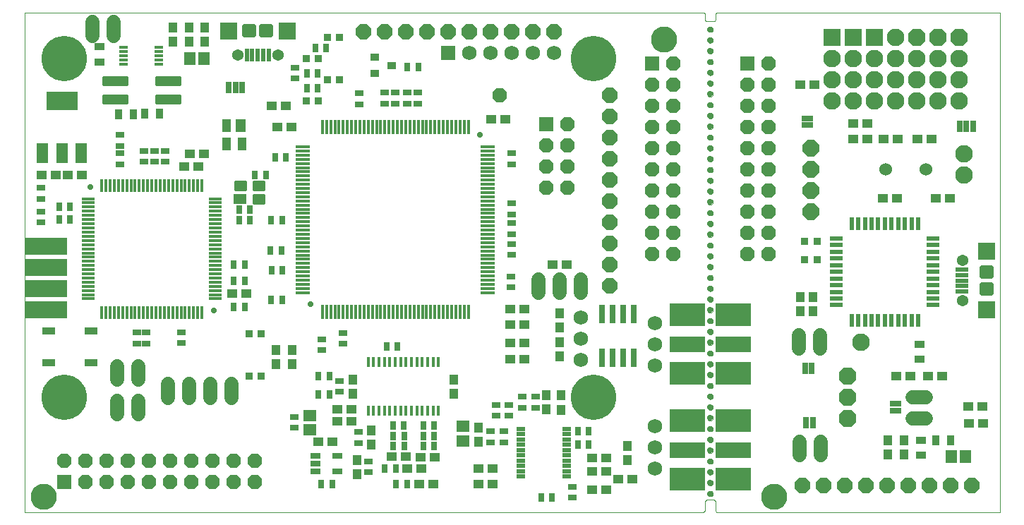
<source format=gts>
G75*
%MOIN*%
%OFA0B0*%
%FSLAX25Y25*%
%IPPOS*%
%LPD*%
%AMOC8*
5,1,8,0,0,1.08239X$1,22.5*
%
%ADD10C,0.00000*%
%ADD11C,0.02900*%
%ADD12R,0.06306X0.02369*%
%ADD13R,0.02369X0.06306*%
%ADD14R,0.06200X0.01500*%
%ADD15R,0.01500X0.06200*%
%ADD16R,0.06699X0.01581*%
%ADD17R,0.01581X0.06699*%
%ADD18R,0.04337X0.01975*%
%ADD19R,0.01778X0.05124*%
%ADD20C,0.06800*%
%ADD21R,0.06400X0.03400*%
%ADD22R,0.04337X0.01502*%
%ADD23C,0.00867*%
%ADD24R,0.04731X0.04337*%
%ADD25R,0.03943X0.03156*%
%ADD26R,0.03156X0.03943*%
%ADD27R,0.06800X0.06800*%
%ADD28OC8,0.06800*%
%ADD29R,0.16900X0.07400*%
%ADD30R,0.16900X0.10900*%
%ADD31R,0.04337X0.06069*%
%ADD32R,0.05124X0.06069*%
%ADD33C,0.21400*%
%ADD34R,0.03550X0.05124*%
%ADD35R,0.05124X0.03550*%
%ADD36R,0.05200X0.09200*%
%ADD37R,0.14573X0.09061*%
%ADD38R,0.02800X0.09100*%
%ADD39R,0.05518X0.06306*%
%ADD40R,0.04337X0.04731*%
%ADD41R,0.02900X0.05400*%
%ADD42C,0.06800*%
%ADD43OC8,0.07400*%
%ADD44R,0.03550X0.03550*%
%ADD45R,0.06306X0.05518*%
%ADD46R,0.05124X0.02565*%
%ADD47R,0.20400X0.08000*%
%ADD48R,0.05400X0.02900*%
%ADD49C,0.06000*%
%ADD50OC8,0.08000*%
%ADD51R,0.01896X0.06384*%
%ADD52C,0.01920*%
%ADD53R,0.08400X0.08400*%
%ADD54C,0.05400*%
%ADD55R,0.06384X0.01896*%
%ADD56C,0.01025*%
%ADD57R,0.05912X0.05124*%
%ADD58C,0.05000*%
%ADD59C,0.06306*%
%ADD60R,0.03900X0.03500*%
%ADD61OC8,0.08274*%
%ADD62R,0.08274X0.08274*%
%ADD63C,0.08274*%
D10*
X0032581Y0039566D02*
X0032581Y0275733D01*
X0352900Y0275733D01*
X0352963Y0275728D01*
X0353026Y0275719D01*
X0353088Y0275707D01*
X0353150Y0275690D01*
X0353210Y0275670D01*
X0353269Y0275647D01*
X0353326Y0275620D01*
X0353382Y0275589D01*
X0353436Y0275556D01*
X0353488Y0275519D01*
X0353537Y0275479D01*
X0353584Y0275436D01*
X0353628Y0275390D01*
X0353669Y0275342D01*
X0353707Y0275291D01*
X0353742Y0275238D01*
X0353774Y0275183D01*
X0353803Y0275127D01*
X0353828Y0275068D01*
X0353849Y0275009D01*
X0353867Y0274948D01*
X0353881Y0274886D01*
X0353892Y0274823D01*
X0353898Y0274760D01*
X0353901Y0274696D01*
X0353900Y0274633D01*
X0353900Y0272633D01*
X0353902Y0272573D01*
X0353907Y0272512D01*
X0353916Y0272453D01*
X0353929Y0272394D01*
X0353945Y0272335D01*
X0353965Y0272278D01*
X0353988Y0272223D01*
X0354015Y0272168D01*
X0354044Y0272116D01*
X0354077Y0272065D01*
X0354113Y0272016D01*
X0354151Y0271970D01*
X0354193Y0271926D01*
X0354237Y0271884D01*
X0354283Y0271846D01*
X0354332Y0271810D01*
X0354383Y0271777D01*
X0354435Y0271748D01*
X0354490Y0271721D01*
X0354545Y0271698D01*
X0354602Y0271678D01*
X0354661Y0271662D01*
X0354720Y0271649D01*
X0354779Y0271640D01*
X0354840Y0271635D01*
X0354900Y0271633D01*
X0357900Y0271633D01*
X0357960Y0271635D01*
X0358021Y0271640D01*
X0358080Y0271649D01*
X0358139Y0271662D01*
X0358198Y0271678D01*
X0358255Y0271698D01*
X0358310Y0271721D01*
X0358365Y0271748D01*
X0358417Y0271777D01*
X0358468Y0271810D01*
X0358517Y0271846D01*
X0358563Y0271884D01*
X0358607Y0271926D01*
X0358649Y0271970D01*
X0358687Y0272016D01*
X0358723Y0272065D01*
X0358756Y0272116D01*
X0358785Y0272168D01*
X0358812Y0272223D01*
X0358835Y0272278D01*
X0358855Y0272335D01*
X0358871Y0272394D01*
X0358884Y0272453D01*
X0358893Y0272512D01*
X0358898Y0272573D01*
X0358900Y0272633D01*
X0358900Y0274633D01*
X0358900Y0274634D02*
X0358904Y0274699D01*
X0358911Y0274764D01*
X0358922Y0274829D01*
X0358937Y0274893D01*
X0358955Y0274956D01*
X0358977Y0275018D01*
X0359003Y0275078D01*
X0359032Y0275137D01*
X0359065Y0275194D01*
X0359100Y0275248D01*
X0359139Y0275301D01*
X0359181Y0275352D01*
X0359226Y0275400D01*
X0359273Y0275445D01*
X0359323Y0275487D01*
X0359376Y0275527D01*
X0359430Y0275563D01*
X0359487Y0275596D01*
X0359545Y0275626D01*
X0359605Y0275652D01*
X0359667Y0275675D01*
X0359730Y0275694D01*
X0359793Y0275709D01*
X0359858Y0275721D01*
X0359923Y0275729D01*
X0359988Y0275733D01*
X0360054Y0275734D01*
X0360054Y0275733D02*
X0493211Y0275733D01*
X0493211Y0039566D01*
X0359967Y0039566D01*
X0359967Y0039567D02*
X0359899Y0039581D01*
X0359831Y0039600D01*
X0359764Y0039622D01*
X0359699Y0039647D01*
X0359635Y0039676D01*
X0359572Y0039708D01*
X0359512Y0039744D01*
X0359453Y0039782D01*
X0359397Y0039823D01*
X0359342Y0039868D01*
X0359290Y0039915D01*
X0359241Y0039965D01*
X0359194Y0040017D01*
X0359150Y0040072D01*
X0359109Y0040129D01*
X0359071Y0040188D01*
X0359037Y0040249D01*
X0359005Y0040311D01*
X0358977Y0040376D01*
X0358952Y0040441D01*
X0358931Y0040508D01*
X0358913Y0040576D01*
X0358898Y0040645D01*
X0358888Y0040714D01*
X0358881Y0040784D01*
X0358877Y0040854D01*
X0358878Y0040924D01*
X0358882Y0040994D01*
X0358889Y0041064D01*
X0358901Y0041133D01*
X0358900Y0041133D02*
X0358900Y0044633D01*
X0358885Y0044700D01*
X0358866Y0044767D01*
X0358843Y0044832D01*
X0358817Y0044896D01*
X0358788Y0044958D01*
X0358755Y0045019D01*
X0358719Y0045078D01*
X0358680Y0045135D01*
X0358637Y0045190D01*
X0358592Y0045242D01*
X0358544Y0045292D01*
X0358494Y0045339D01*
X0358441Y0045383D01*
X0358386Y0045424D01*
X0358328Y0045463D01*
X0358269Y0045498D01*
X0358208Y0045530D01*
X0358145Y0045558D01*
X0358080Y0045583D01*
X0358015Y0045605D01*
X0357948Y0045623D01*
X0357880Y0045637D01*
X0357812Y0045648D01*
X0357744Y0045655D01*
X0357675Y0045658D01*
X0357606Y0045657D01*
X0357537Y0045653D01*
X0357468Y0045645D01*
X0357400Y0045633D01*
X0355400Y0045633D01*
X0355332Y0045645D01*
X0355263Y0045653D01*
X0355194Y0045657D01*
X0355125Y0045658D01*
X0355056Y0045655D01*
X0354988Y0045648D01*
X0354920Y0045637D01*
X0354852Y0045623D01*
X0354785Y0045605D01*
X0354720Y0045583D01*
X0354655Y0045558D01*
X0354592Y0045530D01*
X0354531Y0045498D01*
X0354472Y0045463D01*
X0354414Y0045424D01*
X0354359Y0045383D01*
X0354306Y0045339D01*
X0354256Y0045292D01*
X0354208Y0045242D01*
X0354163Y0045190D01*
X0354120Y0045135D01*
X0354081Y0045078D01*
X0354045Y0045019D01*
X0354012Y0044958D01*
X0353983Y0044896D01*
X0353957Y0044832D01*
X0353934Y0044767D01*
X0353915Y0044700D01*
X0353900Y0044633D01*
X0353900Y0041133D01*
X0353912Y0041065D01*
X0353920Y0040996D01*
X0353924Y0040927D01*
X0353925Y0040858D01*
X0353922Y0040789D01*
X0353915Y0040721D01*
X0353904Y0040653D01*
X0353890Y0040585D01*
X0353872Y0040518D01*
X0353850Y0040453D01*
X0353825Y0040388D01*
X0353797Y0040325D01*
X0353765Y0040264D01*
X0353730Y0040205D01*
X0353691Y0040147D01*
X0353650Y0040092D01*
X0353606Y0040039D01*
X0353559Y0039989D01*
X0353509Y0039941D01*
X0353457Y0039896D01*
X0353402Y0039853D01*
X0353345Y0039814D01*
X0353286Y0039778D01*
X0353225Y0039745D01*
X0353163Y0039716D01*
X0353099Y0039690D01*
X0353034Y0039667D01*
X0352967Y0039648D01*
X0352900Y0039633D01*
X0032581Y0039566D01*
X0355150Y0048483D02*
X0355152Y0048553D01*
X0355158Y0048623D01*
X0355168Y0048692D01*
X0355181Y0048761D01*
X0355199Y0048829D01*
X0355220Y0048896D01*
X0355245Y0048961D01*
X0355274Y0049025D01*
X0355306Y0049088D01*
X0355342Y0049148D01*
X0355381Y0049206D01*
X0355423Y0049262D01*
X0355468Y0049316D01*
X0355516Y0049367D01*
X0355567Y0049415D01*
X0355621Y0049460D01*
X0355677Y0049502D01*
X0355735Y0049541D01*
X0355795Y0049577D01*
X0355858Y0049609D01*
X0355922Y0049638D01*
X0355987Y0049663D01*
X0356054Y0049684D01*
X0356122Y0049702D01*
X0356191Y0049715D01*
X0356260Y0049725D01*
X0356330Y0049731D01*
X0356400Y0049733D01*
X0356470Y0049731D01*
X0356540Y0049725D01*
X0356609Y0049715D01*
X0356678Y0049702D01*
X0356746Y0049684D01*
X0356813Y0049663D01*
X0356878Y0049638D01*
X0356942Y0049609D01*
X0357005Y0049577D01*
X0357065Y0049541D01*
X0357123Y0049502D01*
X0357179Y0049460D01*
X0357233Y0049415D01*
X0357284Y0049367D01*
X0357332Y0049316D01*
X0357377Y0049262D01*
X0357419Y0049206D01*
X0357458Y0049148D01*
X0357494Y0049088D01*
X0357526Y0049025D01*
X0357555Y0048961D01*
X0357580Y0048896D01*
X0357601Y0048829D01*
X0357619Y0048761D01*
X0357632Y0048692D01*
X0357642Y0048623D01*
X0357648Y0048553D01*
X0357650Y0048483D01*
X0357648Y0048413D01*
X0357642Y0048343D01*
X0357632Y0048274D01*
X0357619Y0048205D01*
X0357601Y0048137D01*
X0357580Y0048070D01*
X0357555Y0048005D01*
X0357526Y0047941D01*
X0357494Y0047878D01*
X0357458Y0047818D01*
X0357419Y0047760D01*
X0357377Y0047704D01*
X0357332Y0047650D01*
X0357284Y0047599D01*
X0357233Y0047551D01*
X0357179Y0047506D01*
X0357123Y0047464D01*
X0357065Y0047425D01*
X0357005Y0047389D01*
X0356942Y0047357D01*
X0356878Y0047328D01*
X0356813Y0047303D01*
X0356746Y0047282D01*
X0356678Y0047264D01*
X0356609Y0047251D01*
X0356540Y0047241D01*
X0356470Y0047235D01*
X0356400Y0047233D01*
X0356330Y0047235D01*
X0356260Y0047241D01*
X0356191Y0047251D01*
X0356122Y0047264D01*
X0356054Y0047282D01*
X0355987Y0047303D01*
X0355922Y0047328D01*
X0355858Y0047357D01*
X0355795Y0047389D01*
X0355735Y0047425D01*
X0355677Y0047464D01*
X0355621Y0047506D01*
X0355567Y0047551D01*
X0355516Y0047599D01*
X0355468Y0047650D01*
X0355423Y0047704D01*
X0355381Y0047760D01*
X0355342Y0047818D01*
X0355306Y0047878D01*
X0355274Y0047941D01*
X0355245Y0048005D01*
X0355220Y0048070D01*
X0355199Y0048137D01*
X0355181Y0048205D01*
X0355168Y0048274D01*
X0355158Y0048343D01*
X0355152Y0048413D01*
X0355150Y0048483D01*
X0355150Y0053583D02*
X0355152Y0053653D01*
X0355158Y0053723D01*
X0355168Y0053792D01*
X0355181Y0053861D01*
X0355199Y0053929D01*
X0355220Y0053996D01*
X0355245Y0054061D01*
X0355274Y0054125D01*
X0355306Y0054188D01*
X0355342Y0054248D01*
X0355381Y0054306D01*
X0355423Y0054362D01*
X0355468Y0054416D01*
X0355516Y0054467D01*
X0355567Y0054515D01*
X0355621Y0054560D01*
X0355677Y0054602D01*
X0355735Y0054641D01*
X0355795Y0054677D01*
X0355858Y0054709D01*
X0355922Y0054738D01*
X0355987Y0054763D01*
X0356054Y0054784D01*
X0356122Y0054802D01*
X0356191Y0054815D01*
X0356260Y0054825D01*
X0356330Y0054831D01*
X0356400Y0054833D01*
X0356470Y0054831D01*
X0356540Y0054825D01*
X0356609Y0054815D01*
X0356678Y0054802D01*
X0356746Y0054784D01*
X0356813Y0054763D01*
X0356878Y0054738D01*
X0356942Y0054709D01*
X0357005Y0054677D01*
X0357065Y0054641D01*
X0357123Y0054602D01*
X0357179Y0054560D01*
X0357233Y0054515D01*
X0357284Y0054467D01*
X0357332Y0054416D01*
X0357377Y0054362D01*
X0357419Y0054306D01*
X0357458Y0054248D01*
X0357494Y0054188D01*
X0357526Y0054125D01*
X0357555Y0054061D01*
X0357580Y0053996D01*
X0357601Y0053929D01*
X0357619Y0053861D01*
X0357632Y0053792D01*
X0357642Y0053723D01*
X0357648Y0053653D01*
X0357650Y0053583D01*
X0357648Y0053513D01*
X0357642Y0053443D01*
X0357632Y0053374D01*
X0357619Y0053305D01*
X0357601Y0053237D01*
X0357580Y0053170D01*
X0357555Y0053105D01*
X0357526Y0053041D01*
X0357494Y0052978D01*
X0357458Y0052918D01*
X0357419Y0052860D01*
X0357377Y0052804D01*
X0357332Y0052750D01*
X0357284Y0052699D01*
X0357233Y0052651D01*
X0357179Y0052606D01*
X0357123Y0052564D01*
X0357065Y0052525D01*
X0357005Y0052489D01*
X0356942Y0052457D01*
X0356878Y0052428D01*
X0356813Y0052403D01*
X0356746Y0052382D01*
X0356678Y0052364D01*
X0356609Y0052351D01*
X0356540Y0052341D01*
X0356470Y0052335D01*
X0356400Y0052333D01*
X0356330Y0052335D01*
X0356260Y0052341D01*
X0356191Y0052351D01*
X0356122Y0052364D01*
X0356054Y0052382D01*
X0355987Y0052403D01*
X0355922Y0052428D01*
X0355858Y0052457D01*
X0355795Y0052489D01*
X0355735Y0052525D01*
X0355677Y0052564D01*
X0355621Y0052606D01*
X0355567Y0052651D01*
X0355516Y0052699D01*
X0355468Y0052750D01*
X0355423Y0052804D01*
X0355381Y0052860D01*
X0355342Y0052918D01*
X0355306Y0052978D01*
X0355274Y0053041D01*
X0355245Y0053105D01*
X0355220Y0053170D01*
X0355199Y0053237D01*
X0355181Y0053305D01*
X0355168Y0053374D01*
X0355158Y0053443D01*
X0355152Y0053513D01*
X0355150Y0053583D01*
X0355150Y0058683D02*
X0355152Y0058753D01*
X0355158Y0058823D01*
X0355168Y0058892D01*
X0355181Y0058961D01*
X0355199Y0059029D01*
X0355220Y0059096D01*
X0355245Y0059161D01*
X0355274Y0059225D01*
X0355306Y0059288D01*
X0355342Y0059348D01*
X0355381Y0059406D01*
X0355423Y0059462D01*
X0355468Y0059516D01*
X0355516Y0059567D01*
X0355567Y0059615D01*
X0355621Y0059660D01*
X0355677Y0059702D01*
X0355735Y0059741D01*
X0355795Y0059777D01*
X0355858Y0059809D01*
X0355922Y0059838D01*
X0355987Y0059863D01*
X0356054Y0059884D01*
X0356122Y0059902D01*
X0356191Y0059915D01*
X0356260Y0059925D01*
X0356330Y0059931D01*
X0356400Y0059933D01*
X0356470Y0059931D01*
X0356540Y0059925D01*
X0356609Y0059915D01*
X0356678Y0059902D01*
X0356746Y0059884D01*
X0356813Y0059863D01*
X0356878Y0059838D01*
X0356942Y0059809D01*
X0357005Y0059777D01*
X0357065Y0059741D01*
X0357123Y0059702D01*
X0357179Y0059660D01*
X0357233Y0059615D01*
X0357284Y0059567D01*
X0357332Y0059516D01*
X0357377Y0059462D01*
X0357419Y0059406D01*
X0357458Y0059348D01*
X0357494Y0059288D01*
X0357526Y0059225D01*
X0357555Y0059161D01*
X0357580Y0059096D01*
X0357601Y0059029D01*
X0357619Y0058961D01*
X0357632Y0058892D01*
X0357642Y0058823D01*
X0357648Y0058753D01*
X0357650Y0058683D01*
X0357648Y0058613D01*
X0357642Y0058543D01*
X0357632Y0058474D01*
X0357619Y0058405D01*
X0357601Y0058337D01*
X0357580Y0058270D01*
X0357555Y0058205D01*
X0357526Y0058141D01*
X0357494Y0058078D01*
X0357458Y0058018D01*
X0357419Y0057960D01*
X0357377Y0057904D01*
X0357332Y0057850D01*
X0357284Y0057799D01*
X0357233Y0057751D01*
X0357179Y0057706D01*
X0357123Y0057664D01*
X0357065Y0057625D01*
X0357005Y0057589D01*
X0356942Y0057557D01*
X0356878Y0057528D01*
X0356813Y0057503D01*
X0356746Y0057482D01*
X0356678Y0057464D01*
X0356609Y0057451D01*
X0356540Y0057441D01*
X0356470Y0057435D01*
X0356400Y0057433D01*
X0356330Y0057435D01*
X0356260Y0057441D01*
X0356191Y0057451D01*
X0356122Y0057464D01*
X0356054Y0057482D01*
X0355987Y0057503D01*
X0355922Y0057528D01*
X0355858Y0057557D01*
X0355795Y0057589D01*
X0355735Y0057625D01*
X0355677Y0057664D01*
X0355621Y0057706D01*
X0355567Y0057751D01*
X0355516Y0057799D01*
X0355468Y0057850D01*
X0355423Y0057904D01*
X0355381Y0057960D01*
X0355342Y0058018D01*
X0355306Y0058078D01*
X0355274Y0058141D01*
X0355245Y0058205D01*
X0355220Y0058270D01*
X0355199Y0058337D01*
X0355181Y0058405D01*
X0355168Y0058474D01*
X0355158Y0058543D01*
X0355152Y0058613D01*
X0355150Y0058683D01*
X0355150Y0063783D02*
X0355152Y0063853D01*
X0355158Y0063923D01*
X0355168Y0063992D01*
X0355181Y0064061D01*
X0355199Y0064129D01*
X0355220Y0064196D01*
X0355245Y0064261D01*
X0355274Y0064325D01*
X0355306Y0064388D01*
X0355342Y0064448D01*
X0355381Y0064506D01*
X0355423Y0064562D01*
X0355468Y0064616D01*
X0355516Y0064667D01*
X0355567Y0064715D01*
X0355621Y0064760D01*
X0355677Y0064802D01*
X0355735Y0064841D01*
X0355795Y0064877D01*
X0355858Y0064909D01*
X0355922Y0064938D01*
X0355987Y0064963D01*
X0356054Y0064984D01*
X0356122Y0065002D01*
X0356191Y0065015D01*
X0356260Y0065025D01*
X0356330Y0065031D01*
X0356400Y0065033D01*
X0356470Y0065031D01*
X0356540Y0065025D01*
X0356609Y0065015D01*
X0356678Y0065002D01*
X0356746Y0064984D01*
X0356813Y0064963D01*
X0356878Y0064938D01*
X0356942Y0064909D01*
X0357005Y0064877D01*
X0357065Y0064841D01*
X0357123Y0064802D01*
X0357179Y0064760D01*
X0357233Y0064715D01*
X0357284Y0064667D01*
X0357332Y0064616D01*
X0357377Y0064562D01*
X0357419Y0064506D01*
X0357458Y0064448D01*
X0357494Y0064388D01*
X0357526Y0064325D01*
X0357555Y0064261D01*
X0357580Y0064196D01*
X0357601Y0064129D01*
X0357619Y0064061D01*
X0357632Y0063992D01*
X0357642Y0063923D01*
X0357648Y0063853D01*
X0357650Y0063783D01*
X0357648Y0063713D01*
X0357642Y0063643D01*
X0357632Y0063574D01*
X0357619Y0063505D01*
X0357601Y0063437D01*
X0357580Y0063370D01*
X0357555Y0063305D01*
X0357526Y0063241D01*
X0357494Y0063178D01*
X0357458Y0063118D01*
X0357419Y0063060D01*
X0357377Y0063004D01*
X0357332Y0062950D01*
X0357284Y0062899D01*
X0357233Y0062851D01*
X0357179Y0062806D01*
X0357123Y0062764D01*
X0357065Y0062725D01*
X0357005Y0062689D01*
X0356942Y0062657D01*
X0356878Y0062628D01*
X0356813Y0062603D01*
X0356746Y0062582D01*
X0356678Y0062564D01*
X0356609Y0062551D01*
X0356540Y0062541D01*
X0356470Y0062535D01*
X0356400Y0062533D01*
X0356330Y0062535D01*
X0356260Y0062541D01*
X0356191Y0062551D01*
X0356122Y0062564D01*
X0356054Y0062582D01*
X0355987Y0062603D01*
X0355922Y0062628D01*
X0355858Y0062657D01*
X0355795Y0062689D01*
X0355735Y0062725D01*
X0355677Y0062764D01*
X0355621Y0062806D01*
X0355567Y0062851D01*
X0355516Y0062899D01*
X0355468Y0062950D01*
X0355423Y0063004D01*
X0355381Y0063060D01*
X0355342Y0063118D01*
X0355306Y0063178D01*
X0355274Y0063241D01*
X0355245Y0063305D01*
X0355220Y0063370D01*
X0355199Y0063437D01*
X0355181Y0063505D01*
X0355168Y0063574D01*
X0355158Y0063643D01*
X0355152Y0063713D01*
X0355150Y0063783D01*
X0355150Y0068883D02*
X0355152Y0068953D01*
X0355158Y0069023D01*
X0355168Y0069092D01*
X0355181Y0069161D01*
X0355199Y0069229D01*
X0355220Y0069296D01*
X0355245Y0069361D01*
X0355274Y0069425D01*
X0355306Y0069488D01*
X0355342Y0069548D01*
X0355381Y0069606D01*
X0355423Y0069662D01*
X0355468Y0069716D01*
X0355516Y0069767D01*
X0355567Y0069815D01*
X0355621Y0069860D01*
X0355677Y0069902D01*
X0355735Y0069941D01*
X0355795Y0069977D01*
X0355858Y0070009D01*
X0355922Y0070038D01*
X0355987Y0070063D01*
X0356054Y0070084D01*
X0356122Y0070102D01*
X0356191Y0070115D01*
X0356260Y0070125D01*
X0356330Y0070131D01*
X0356400Y0070133D01*
X0356470Y0070131D01*
X0356540Y0070125D01*
X0356609Y0070115D01*
X0356678Y0070102D01*
X0356746Y0070084D01*
X0356813Y0070063D01*
X0356878Y0070038D01*
X0356942Y0070009D01*
X0357005Y0069977D01*
X0357065Y0069941D01*
X0357123Y0069902D01*
X0357179Y0069860D01*
X0357233Y0069815D01*
X0357284Y0069767D01*
X0357332Y0069716D01*
X0357377Y0069662D01*
X0357419Y0069606D01*
X0357458Y0069548D01*
X0357494Y0069488D01*
X0357526Y0069425D01*
X0357555Y0069361D01*
X0357580Y0069296D01*
X0357601Y0069229D01*
X0357619Y0069161D01*
X0357632Y0069092D01*
X0357642Y0069023D01*
X0357648Y0068953D01*
X0357650Y0068883D01*
X0357648Y0068813D01*
X0357642Y0068743D01*
X0357632Y0068674D01*
X0357619Y0068605D01*
X0357601Y0068537D01*
X0357580Y0068470D01*
X0357555Y0068405D01*
X0357526Y0068341D01*
X0357494Y0068278D01*
X0357458Y0068218D01*
X0357419Y0068160D01*
X0357377Y0068104D01*
X0357332Y0068050D01*
X0357284Y0067999D01*
X0357233Y0067951D01*
X0357179Y0067906D01*
X0357123Y0067864D01*
X0357065Y0067825D01*
X0357005Y0067789D01*
X0356942Y0067757D01*
X0356878Y0067728D01*
X0356813Y0067703D01*
X0356746Y0067682D01*
X0356678Y0067664D01*
X0356609Y0067651D01*
X0356540Y0067641D01*
X0356470Y0067635D01*
X0356400Y0067633D01*
X0356330Y0067635D01*
X0356260Y0067641D01*
X0356191Y0067651D01*
X0356122Y0067664D01*
X0356054Y0067682D01*
X0355987Y0067703D01*
X0355922Y0067728D01*
X0355858Y0067757D01*
X0355795Y0067789D01*
X0355735Y0067825D01*
X0355677Y0067864D01*
X0355621Y0067906D01*
X0355567Y0067951D01*
X0355516Y0067999D01*
X0355468Y0068050D01*
X0355423Y0068104D01*
X0355381Y0068160D01*
X0355342Y0068218D01*
X0355306Y0068278D01*
X0355274Y0068341D01*
X0355245Y0068405D01*
X0355220Y0068470D01*
X0355199Y0068537D01*
X0355181Y0068605D01*
X0355168Y0068674D01*
X0355158Y0068743D01*
X0355152Y0068813D01*
X0355150Y0068883D01*
X0355150Y0073983D02*
X0355152Y0074053D01*
X0355158Y0074123D01*
X0355168Y0074192D01*
X0355181Y0074261D01*
X0355199Y0074329D01*
X0355220Y0074396D01*
X0355245Y0074461D01*
X0355274Y0074525D01*
X0355306Y0074588D01*
X0355342Y0074648D01*
X0355381Y0074706D01*
X0355423Y0074762D01*
X0355468Y0074816D01*
X0355516Y0074867D01*
X0355567Y0074915D01*
X0355621Y0074960D01*
X0355677Y0075002D01*
X0355735Y0075041D01*
X0355795Y0075077D01*
X0355858Y0075109D01*
X0355922Y0075138D01*
X0355987Y0075163D01*
X0356054Y0075184D01*
X0356122Y0075202D01*
X0356191Y0075215D01*
X0356260Y0075225D01*
X0356330Y0075231D01*
X0356400Y0075233D01*
X0356470Y0075231D01*
X0356540Y0075225D01*
X0356609Y0075215D01*
X0356678Y0075202D01*
X0356746Y0075184D01*
X0356813Y0075163D01*
X0356878Y0075138D01*
X0356942Y0075109D01*
X0357005Y0075077D01*
X0357065Y0075041D01*
X0357123Y0075002D01*
X0357179Y0074960D01*
X0357233Y0074915D01*
X0357284Y0074867D01*
X0357332Y0074816D01*
X0357377Y0074762D01*
X0357419Y0074706D01*
X0357458Y0074648D01*
X0357494Y0074588D01*
X0357526Y0074525D01*
X0357555Y0074461D01*
X0357580Y0074396D01*
X0357601Y0074329D01*
X0357619Y0074261D01*
X0357632Y0074192D01*
X0357642Y0074123D01*
X0357648Y0074053D01*
X0357650Y0073983D01*
X0357648Y0073913D01*
X0357642Y0073843D01*
X0357632Y0073774D01*
X0357619Y0073705D01*
X0357601Y0073637D01*
X0357580Y0073570D01*
X0357555Y0073505D01*
X0357526Y0073441D01*
X0357494Y0073378D01*
X0357458Y0073318D01*
X0357419Y0073260D01*
X0357377Y0073204D01*
X0357332Y0073150D01*
X0357284Y0073099D01*
X0357233Y0073051D01*
X0357179Y0073006D01*
X0357123Y0072964D01*
X0357065Y0072925D01*
X0357005Y0072889D01*
X0356942Y0072857D01*
X0356878Y0072828D01*
X0356813Y0072803D01*
X0356746Y0072782D01*
X0356678Y0072764D01*
X0356609Y0072751D01*
X0356540Y0072741D01*
X0356470Y0072735D01*
X0356400Y0072733D01*
X0356330Y0072735D01*
X0356260Y0072741D01*
X0356191Y0072751D01*
X0356122Y0072764D01*
X0356054Y0072782D01*
X0355987Y0072803D01*
X0355922Y0072828D01*
X0355858Y0072857D01*
X0355795Y0072889D01*
X0355735Y0072925D01*
X0355677Y0072964D01*
X0355621Y0073006D01*
X0355567Y0073051D01*
X0355516Y0073099D01*
X0355468Y0073150D01*
X0355423Y0073204D01*
X0355381Y0073260D01*
X0355342Y0073318D01*
X0355306Y0073378D01*
X0355274Y0073441D01*
X0355245Y0073505D01*
X0355220Y0073570D01*
X0355199Y0073637D01*
X0355181Y0073705D01*
X0355168Y0073774D01*
X0355158Y0073843D01*
X0355152Y0073913D01*
X0355150Y0073983D01*
X0355150Y0079083D02*
X0355152Y0079153D01*
X0355158Y0079223D01*
X0355168Y0079292D01*
X0355181Y0079361D01*
X0355199Y0079429D01*
X0355220Y0079496D01*
X0355245Y0079561D01*
X0355274Y0079625D01*
X0355306Y0079688D01*
X0355342Y0079748D01*
X0355381Y0079806D01*
X0355423Y0079862D01*
X0355468Y0079916D01*
X0355516Y0079967D01*
X0355567Y0080015D01*
X0355621Y0080060D01*
X0355677Y0080102D01*
X0355735Y0080141D01*
X0355795Y0080177D01*
X0355858Y0080209D01*
X0355922Y0080238D01*
X0355987Y0080263D01*
X0356054Y0080284D01*
X0356122Y0080302D01*
X0356191Y0080315D01*
X0356260Y0080325D01*
X0356330Y0080331D01*
X0356400Y0080333D01*
X0356470Y0080331D01*
X0356540Y0080325D01*
X0356609Y0080315D01*
X0356678Y0080302D01*
X0356746Y0080284D01*
X0356813Y0080263D01*
X0356878Y0080238D01*
X0356942Y0080209D01*
X0357005Y0080177D01*
X0357065Y0080141D01*
X0357123Y0080102D01*
X0357179Y0080060D01*
X0357233Y0080015D01*
X0357284Y0079967D01*
X0357332Y0079916D01*
X0357377Y0079862D01*
X0357419Y0079806D01*
X0357458Y0079748D01*
X0357494Y0079688D01*
X0357526Y0079625D01*
X0357555Y0079561D01*
X0357580Y0079496D01*
X0357601Y0079429D01*
X0357619Y0079361D01*
X0357632Y0079292D01*
X0357642Y0079223D01*
X0357648Y0079153D01*
X0357650Y0079083D01*
X0357648Y0079013D01*
X0357642Y0078943D01*
X0357632Y0078874D01*
X0357619Y0078805D01*
X0357601Y0078737D01*
X0357580Y0078670D01*
X0357555Y0078605D01*
X0357526Y0078541D01*
X0357494Y0078478D01*
X0357458Y0078418D01*
X0357419Y0078360D01*
X0357377Y0078304D01*
X0357332Y0078250D01*
X0357284Y0078199D01*
X0357233Y0078151D01*
X0357179Y0078106D01*
X0357123Y0078064D01*
X0357065Y0078025D01*
X0357005Y0077989D01*
X0356942Y0077957D01*
X0356878Y0077928D01*
X0356813Y0077903D01*
X0356746Y0077882D01*
X0356678Y0077864D01*
X0356609Y0077851D01*
X0356540Y0077841D01*
X0356470Y0077835D01*
X0356400Y0077833D01*
X0356330Y0077835D01*
X0356260Y0077841D01*
X0356191Y0077851D01*
X0356122Y0077864D01*
X0356054Y0077882D01*
X0355987Y0077903D01*
X0355922Y0077928D01*
X0355858Y0077957D01*
X0355795Y0077989D01*
X0355735Y0078025D01*
X0355677Y0078064D01*
X0355621Y0078106D01*
X0355567Y0078151D01*
X0355516Y0078199D01*
X0355468Y0078250D01*
X0355423Y0078304D01*
X0355381Y0078360D01*
X0355342Y0078418D01*
X0355306Y0078478D01*
X0355274Y0078541D01*
X0355245Y0078605D01*
X0355220Y0078670D01*
X0355199Y0078737D01*
X0355181Y0078805D01*
X0355168Y0078874D01*
X0355158Y0078943D01*
X0355152Y0079013D01*
X0355150Y0079083D01*
X0355150Y0084183D02*
X0355152Y0084253D01*
X0355158Y0084323D01*
X0355168Y0084392D01*
X0355181Y0084461D01*
X0355199Y0084529D01*
X0355220Y0084596D01*
X0355245Y0084661D01*
X0355274Y0084725D01*
X0355306Y0084788D01*
X0355342Y0084848D01*
X0355381Y0084906D01*
X0355423Y0084962D01*
X0355468Y0085016D01*
X0355516Y0085067D01*
X0355567Y0085115D01*
X0355621Y0085160D01*
X0355677Y0085202D01*
X0355735Y0085241D01*
X0355795Y0085277D01*
X0355858Y0085309D01*
X0355922Y0085338D01*
X0355987Y0085363D01*
X0356054Y0085384D01*
X0356122Y0085402D01*
X0356191Y0085415D01*
X0356260Y0085425D01*
X0356330Y0085431D01*
X0356400Y0085433D01*
X0356470Y0085431D01*
X0356540Y0085425D01*
X0356609Y0085415D01*
X0356678Y0085402D01*
X0356746Y0085384D01*
X0356813Y0085363D01*
X0356878Y0085338D01*
X0356942Y0085309D01*
X0357005Y0085277D01*
X0357065Y0085241D01*
X0357123Y0085202D01*
X0357179Y0085160D01*
X0357233Y0085115D01*
X0357284Y0085067D01*
X0357332Y0085016D01*
X0357377Y0084962D01*
X0357419Y0084906D01*
X0357458Y0084848D01*
X0357494Y0084788D01*
X0357526Y0084725D01*
X0357555Y0084661D01*
X0357580Y0084596D01*
X0357601Y0084529D01*
X0357619Y0084461D01*
X0357632Y0084392D01*
X0357642Y0084323D01*
X0357648Y0084253D01*
X0357650Y0084183D01*
X0357648Y0084113D01*
X0357642Y0084043D01*
X0357632Y0083974D01*
X0357619Y0083905D01*
X0357601Y0083837D01*
X0357580Y0083770D01*
X0357555Y0083705D01*
X0357526Y0083641D01*
X0357494Y0083578D01*
X0357458Y0083518D01*
X0357419Y0083460D01*
X0357377Y0083404D01*
X0357332Y0083350D01*
X0357284Y0083299D01*
X0357233Y0083251D01*
X0357179Y0083206D01*
X0357123Y0083164D01*
X0357065Y0083125D01*
X0357005Y0083089D01*
X0356942Y0083057D01*
X0356878Y0083028D01*
X0356813Y0083003D01*
X0356746Y0082982D01*
X0356678Y0082964D01*
X0356609Y0082951D01*
X0356540Y0082941D01*
X0356470Y0082935D01*
X0356400Y0082933D01*
X0356330Y0082935D01*
X0356260Y0082941D01*
X0356191Y0082951D01*
X0356122Y0082964D01*
X0356054Y0082982D01*
X0355987Y0083003D01*
X0355922Y0083028D01*
X0355858Y0083057D01*
X0355795Y0083089D01*
X0355735Y0083125D01*
X0355677Y0083164D01*
X0355621Y0083206D01*
X0355567Y0083251D01*
X0355516Y0083299D01*
X0355468Y0083350D01*
X0355423Y0083404D01*
X0355381Y0083460D01*
X0355342Y0083518D01*
X0355306Y0083578D01*
X0355274Y0083641D01*
X0355245Y0083705D01*
X0355220Y0083770D01*
X0355199Y0083837D01*
X0355181Y0083905D01*
X0355168Y0083974D01*
X0355158Y0084043D01*
X0355152Y0084113D01*
X0355150Y0084183D01*
X0355150Y0089283D02*
X0355152Y0089353D01*
X0355158Y0089423D01*
X0355168Y0089492D01*
X0355181Y0089561D01*
X0355199Y0089629D01*
X0355220Y0089696D01*
X0355245Y0089761D01*
X0355274Y0089825D01*
X0355306Y0089888D01*
X0355342Y0089948D01*
X0355381Y0090006D01*
X0355423Y0090062D01*
X0355468Y0090116D01*
X0355516Y0090167D01*
X0355567Y0090215D01*
X0355621Y0090260D01*
X0355677Y0090302D01*
X0355735Y0090341D01*
X0355795Y0090377D01*
X0355858Y0090409D01*
X0355922Y0090438D01*
X0355987Y0090463D01*
X0356054Y0090484D01*
X0356122Y0090502D01*
X0356191Y0090515D01*
X0356260Y0090525D01*
X0356330Y0090531D01*
X0356400Y0090533D01*
X0356470Y0090531D01*
X0356540Y0090525D01*
X0356609Y0090515D01*
X0356678Y0090502D01*
X0356746Y0090484D01*
X0356813Y0090463D01*
X0356878Y0090438D01*
X0356942Y0090409D01*
X0357005Y0090377D01*
X0357065Y0090341D01*
X0357123Y0090302D01*
X0357179Y0090260D01*
X0357233Y0090215D01*
X0357284Y0090167D01*
X0357332Y0090116D01*
X0357377Y0090062D01*
X0357419Y0090006D01*
X0357458Y0089948D01*
X0357494Y0089888D01*
X0357526Y0089825D01*
X0357555Y0089761D01*
X0357580Y0089696D01*
X0357601Y0089629D01*
X0357619Y0089561D01*
X0357632Y0089492D01*
X0357642Y0089423D01*
X0357648Y0089353D01*
X0357650Y0089283D01*
X0357648Y0089213D01*
X0357642Y0089143D01*
X0357632Y0089074D01*
X0357619Y0089005D01*
X0357601Y0088937D01*
X0357580Y0088870D01*
X0357555Y0088805D01*
X0357526Y0088741D01*
X0357494Y0088678D01*
X0357458Y0088618D01*
X0357419Y0088560D01*
X0357377Y0088504D01*
X0357332Y0088450D01*
X0357284Y0088399D01*
X0357233Y0088351D01*
X0357179Y0088306D01*
X0357123Y0088264D01*
X0357065Y0088225D01*
X0357005Y0088189D01*
X0356942Y0088157D01*
X0356878Y0088128D01*
X0356813Y0088103D01*
X0356746Y0088082D01*
X0356678Y0088064D01*
X0356609Y0088051D01*
X0356540Y0088041D01*
X0356470Y0088035D01*
X0356400Y0088033D01*
X0356330Y0088035D01*
X0356260Y0088041D01*
X0356191Y0088051D01*
X0356122Y0088064D01*
X0356054Y0088082D01*
X0355987Y0088103D01*
X0355922Y0088128D01*
X0355858Y0088157D01*
X0355795Y0088189D01*
X0355735Y0088225D01*
X0355677Y0088264D01*
X0355621Y0088306D01*
X0355567Y0088351D01*
X0355516Y0088399D01*
X0355468Y0088450D01*
X0355423Y0088504D01*
X0355381Y0088560D01*
X0355342Y0088618D01*
X0355306Y0088678D01*
X0355274Y0088741D01*
X0355245Y0088805D01*
X0355220Y0088870D01*
X0355199Y0088937D01*
X0355181Y0089005D01*
X0355168Y0089074D01*
X0355158Y0089143D01*
X0355152Y0089213D01*
X0355150Y0089283D01*
X0355150Y0094383D02*
X0355152Y0094453D01*
X0355158Y0094523D01*
X0355168Y0094592D01*
X0355181Y0094661D01*
X0355199Y0094729D01*
X0355220Y0094796D01*
X0355245Y0094861D01*
X0355274Y0094925D01*
X0355306Y0094988D01*
X0355342Y0095048D01*
X0355381Y0095106D01*
X0355423Y0095162D01*
X0355468Y0095216D01*
X0355516Y0095267D01*
X0355567Y0095315D01*
X0355621Y0095360D01*
X0355677Y0095402D01*
X0355735Y0095441D01*
X0355795Y0095477D01*
X0355858Y0095509D01*
X0355922Y0095538D01*
X0355987Y0095563D01*
X0356054Y0095584D01*
X0356122Y0095602D01*
X0356191Y0095615D01*
X0356260Y0095625D01*
X0356330Y0095631D01*
X0356400Y0095633D01*
X0356470Y0095631D01*
X0356540Y0095625D01*
X0356609Y0095615D01*
X0356678Y0095602D01*
X0356746Y0095584D01*
X0356813Y0095563D01*
X0356878Y0095538D01*
X0356942Y0095509D01*
X0357005Y0095477D01*
X0357065Y0095441D01*
X0357123Y0095402D01*
X0357179Y0095360D01*
X0357233Y0095315D01*
X0357284Y0095267D01*
X0357332Y0095216D01*
X0357377Y0095162D01*
X0357419Y0095106D01*
X0357458Y0095048D01*
X0357494Y0094988D01*
X0357526Y0094925D01*
X0357555Y0094861D01*
X0357580Y0094796D01*
X0357601Y0094729D01*
X0357619Y0094661D01*
X0357632Y0094592D01*
X0357642Y0094523D01*
X0357648Y0094453D01*
X0357650Y0094383D01*
X0357648Y0094313D01*
X0357642Y0094243D01*
X0357632Y0094174D01*
X0357619Y0094105D01*
X0357601Y0094037D01*
X0357580Y0093970D01*
X0357555Y0093905D01*
X0357526Y0093841D01*
X0357494Y0093778D01*
X0357458Y0093718D01*
X0357419Y0093660D01*
X0357377Y0093604D01*
X0357332Y0093550D01*
X0357284Y0093499D01*
X0357233Y0093451D01*
X0357179Y0093406D01*
X0357123Y0093364D01*
X0357065Y0093325D01*
X0357005Y0093289D01*
X0356942Y0093257D01*
X0356878Y0093228D01*
X0356813Y0093203D01*
X0356746Y0093182D01*
X0356678Y0093164D01*
X0356609Y0093151D01*
X0356540Y0093141D01*
X0356470Y0093135D01*
X0356400Y0093133D01*
X0356330Y0093135D01*
X0356260Y0093141D01*
X0356191Y0093151D01*
X0356122Y0093164D01*
X0356054Y0093182D01*
X0355987Y0093203D01*
X0355922Y0093228D01*
X0355858Y0093257D01*
X0355795Y0093289D01*
X0355735Y0093325D01*
X0355677Y0093364D01*
X0355621Y0093406D01*
X0355567Y0093451D01*
X0355516Y0093499D01*
X0355468Y0093550D01*
X0355423Y0093604D01*
X0355381Y0093660D01*
X0355342Y0093718D01*
X0355306Y0093778D01*
X0355274Y0093841D01*
X0355245Y0093905D01*
X0355220Y0093970D01*
X0355199Y0094037D01*
X0355181Y0094105D01*
X0355168Y0094174D01*
X0355158Y0094243D01*
X0355152Y0094313D01*
X0355150Y0094383D01*
X0355150Y0099483D02*
X0355152Y0099553D01*
X0355158Y0099623D01*
X0355168Y0099692D01*
X0355181Y0099761D01*
X0355199Y0099829D01*
X0355220Y0099896D01*
X0355245Y0099961D01*
X0355274Y0100025D01*
X0355306Y0100088D01*
X0355342Y0100148D01*
X0355381Y0100206D01*
X0355423Y0100262D01*
X0355468Y0100316D01*
X0355516Y0100367D01*
X0355567Y0100415D01*
X0355621Y0100460D01*
X0355677Y0100502D01*
X0355735Y0100541D01*
X0355795Y0100577D01*
X0355858Y0100609D01*
X0355922Y0100638D01*
X0355987Y0100663D01*
X0356054Y0100684D01*
X0356122Y0100702D01*
X0356191Y0100715D01*
X0356260Y0100725D01*
X0356330Y0100731D01*
X0356400Y0100733D01*
X0356470Y0100731D01*
X0356540Y0100725D01*
X0356609Y0100715D01*
X0356678Y0100702D01*
X0356746Y0100684D01*
X0356813Y0100663D01*
X0356878Y0100638D01*
X0356942Y0100609D01*
X0357005Y0100577D01*
X0357065Y0100541D01*
X0357123Y0100502D01*
X0357179Y0100460D01*
X0357233Y0100415D01*
X0357284Y0100367D01*
X0357332Y0100316D01*
X0357377Y0100262D01*
X0357419Y0100206D01*
X0357458Y0100148D01*
X0357494Y0100088D01*
X0357526Y0100025D01*
X0357555Y0099961D01*
X0357580Y0099896D01*
X0357601Y0099829D01*
X0357619Y0099761D01*
X0357632Y0099692D01*
X0357642Y0099623D01*
X0357648Y0099553D01*
X0357650Y0099483D01*
X0357648Y0099413D01*
X0357642Y0099343D01*
X0357632Y0099274D01*
X0357619Y0099205D01*
X0357601Y0099137D01*
X0357580Y0099070D01*
X0357555Y0099005D01*
X0357526Y0098941D01*
X0357494Y0098878D01*
X0357458Y0098818D01*
X0357419Y0098760D01*
X0357377Y0098704D01*
X0357332Y0098650D01*
X0357284Y0098599D01*
X0357233Y0098551D01*
X0357179Y0098506D01*
X0357123Y0098464D01*
X0357065Y0098425D01*
X0357005Y0098389D01*
X0356942Y0098357D01*
X0356878Y0098328D01*
X0356813Y0098303D01*
X0356746Y0098282D01*
X0356678Y0098264D01*
X0356609Y0098251D01*
X0356540Y0098241D01*
X0356470Y0098235D01*
X0356400Y0098233D01*
X0356330Y0098235D01*
X0356260Y0098241D01*
X0356191Y0098251D01*
X0356122Y0098264D01*
X0356054Y0098282D01*
X0355987Y0098303D01*
X0355922Y0098328D01*
X0355858Y0098357D01*
X0355795Y0098389D01*
X0355735Y0098425D01*
X0355677Y0098464D01*
X0355621Y0098506D01*
X0355567Y0098551D01*
X0355516Y0098599D01*
X0355468Y0098650D01*
X0355423Y0098704D01*
X0355381Y0098760D01*
X0355342Y0098818D01*
X0355306Y0098878D01*
X0355274Y0098941D01*
X0355245Y0099005D01*
X0355220Y0099070D01*
X0355199Y0099137D01*
X0355181Y0099205D01*
X0355168Y0099274D01*
X0355158Y0099343D01*
X0355152Y0099413D01*
X0355150Y0099483D01*
X0355150Y0104583D02*
X0355152Y0104653D01*
X0355158Y0104723D01*
X0355168Y0104792D01*
X0355181Y0104861D01*
X0355199Y0104929D01*
X0355220Y0104996D01*
X0355245Y0105061D01*
X0355274Y0105125D01*
X0355306Y0105188D01*
X0355342Y0105248D01*
X0355381Y0105306D01*
X0355423Y0105362D01*
X0355468Y0105416D01*
X0355516Y0105467D01*
X0355567Y0105515D01*
X0355621Y0105560D01*
X0355677Y0105602D01*
X0355735Y0105641D01*
X0355795Y0105677D01*
X0355858Y0105709D01*
X0355922Y0105738D01*
X0355987Y0105763D01*
X0356054Y0105784D01*
X0356122Y0105802D01*
X0356191Y0105815D01*
X0356260Y0105825D01*
X0356330Y0105831D01*
X0356400Y0105833D01*
X0356470Y0105831D01*
X0356540Y0105825D01*
X0356609Y0105815D01*
X0356678Y0105802D01*
X0356746Y0105784D01*
X0356813Y0105763D01*
X0356878Y0105738D01*
X0356942Y0105709D01*
X0357005Y0105677D01*
X0357065Y0105641D01*
X0357123Y0105602D01*
X0357179Y0105560D01*
X0357233Y0105515D01*
X0357284Y0105467D01*
X0357332Y0105416D01*
X0357377Y0105362D01*
X0357419Y0105306D01*
X0357458Y0105248D01*
X0357494Y0105188D01*
X0357526Y0105125D01*
X0357555Y0105061D01*
X0357580Y0104996D01*
X0357601Y0104929D01*
X0357619Y0104861D01*
X0357632Y0104792D01*
X0357642Y0104723D01*
X0357648Y0104653D01*
X0357650Y0104583D01*
X0357648Y0104513D01*
X0357642Y0104443D01*
X0357632Y0104374D01*
X0357619Y0104305D01*
X0357601Y0104237D01*
X0357580Y0104170D01*
X0357555Y0104105D01*
X0357526Y0104041D01*
X0357494Y0103978D01*
X0357458Y0103918D01*
X0357419Y0103860D01*
X0357377Y0103804D01*
X0357332Y0103750D01*
X0357284Y0103699D01*
X0357233Y0103651D01*
X0357179Y0103606D01*
X0357123Y0103564D01*
X0357065Y0103525D01*
X0357005Y0103489D01*
X0356942Y0103457D01*
X0356878Y0103428D01*
X0356813Y0103403D01*
X0356746Y0103382D01*
X0356678Y0103364D01*
X0356609Y0103351D01*
X0356540Y0103341D01*
X0356470Y0103335D01*
X0356400Y0103333D01*
X0356330Y0103335D01*
X0356260Y0103341D01*
X0356191Y0103351D01*
X0356122Y0103364D01*
X0356054Y0103382D01*
X0355987Y0103403D01*
X0355922Y0103428D01*
X0355858Y0103457D01*
X0355795Y0103489D01*
X0355735Y0103525D01*
X0355677Y0103564D01*
X0355621Y0103606D01*
X0355567Y0103651D01*
X0355516Y0103699D01*
X0355468Y0103750D01*
X0355423Y0103804D01*
X0355381Y0103860D01*
X0355342Y0103918D01*
X0355306Y0103978D01*
X0355274Y0104041D01*
X0355245Y0104105D01*
X0355220Y0104170D01*
X0355199Y0104237D01*
X0355181Y0104305D01*
X0355168Y0104374D01*
X0355158Y0104443D01*
X0355152Y0104513D01*
X0355150Y0104583D01*
X0355150Y0109683D02*
X0355152Y0109753D01*
X0355158Y0109823D01*
X0355168Y0109892D01*
X0355181Y0109961D01*
X0355199Y0110029D01*
X0355220Y0110096D01*
X0355245Y0110161D01*
X0355274Y0110225D01*
X0355306Y0110288D01*
X0355342Y0110348D01*
X0355381Y0110406D01*
X0355423Y0110462D01*
X0355468Y0110516D01*
X0355516Y0110567D01*
X0355567Y0110615D01*
X0355621Y0110660D01*
X0355677Y0110702D01*
X0355735Y0110741D01*
X0355795Y0110777D01*
X0355858Y0110809D01*
X0355922Y0110838D01*
X0355987Y0110863D01*
X0356054Y0110884D01*
X0356122Y0110902D01*
X0356191Y0110915D01*
X0356260Y0110925D01*
X0356330Y0110931D01*
X0356400Y0110933D01*
X0356470Y0110931D01*
X0356540Y0110925D01*
X0356609Y0110915D01*
X0356678Y0110902D01*
X0356746Y0110884D01*
X0356813Y0110863D01*
X0356878Y0110838D01*
X0356942Y0110809D01*
X0357005Y0110777D01*
X0357065Y0110741D01*
X0357123Y0110702D01*
X0357179Y0110660D01*
X0357233Y0110615D01*
X0357284Y0110567D01*
X0357332Y0110516D01*
X0357377Y0110462D01*
X0357419Y0110406D01*
X0357458Y0110348D01*
X0357494Y0110288D01*
X0357526Y0110225D01*
X0357555Y0110161D01*
X0357580Y0110096D01*
X0357601Y0110029D01*
X0357619Y0109961D01*
X0357632Y0109892D01*
X0357642Y0109823D01*
X0357648Y0109753D01*
X0357650Y0109683D01*
X0357648Y0109613D01*
X0357642Y0109543D01*
X0357632Y0109474D01*
X0357619Y0109405D01*
X0357601Y0109337D01*
X0357580Y0109270D01*
X0357555Y0109205D01*
X0357526Y0109141D01*
X0357494Y0109078D01*
X0357458Y0109018D01*
X0357419Y0108960D01*
X0357377Y0108904D01*
X0357332Y0108850D01*
X0357284Y0108799D01*
X0357233Y0108751D01*
X0357179Y0108706D01*
X0357123Y0108664D01*
X0357065Y0108625D01*
X0357005Y0108589D01*
X0356942Y0108557D01*
X0356878Y0108528D01*
X0356813Y0108503D01*
X0356746Y0108482D01*
X0356678Y0108464D01*
X0356609Y0108451D01*
X0356540Y0108441D01*
X0356470Y0108435D01*
X0356400Y0108433D01*
X0356330Y0108435D01*
X0356260Y0108441D01*
X0356191Y0108451D01*
X0356122Y0108464D01*
X0356054Y0108482D01*
X0355987Y0108503D01*
X0355922Y0108528D01*
X0355858Y0108557D01*
X0355795Y0108589D01*
X0355735Y0108625D01*
X0355677Y0108664D01*
X0355621Y0108706D01*
X0355567Y0108751D01*
X0355516Y0108799D01*
X0355468Y0108850D01*
X0355423Y0108904D01*
X0355381Y0108960D01*
X0355342Y0109018D01*
X0355306Y0109078D01*
X0355274Y0109141D01*
X0355245Y0109205D01*
X0355220Y0109270D01*
X0355199Y0109337D01*
X0355181Y0109405D01*
X0355168Y0109474D01*
X0355158Y0109543D01*
X0355152Y0109613D01*
X0355150Y0109683D01*
X0355150Y0114783D02*
X0355152Y0114853D01*
X0355158Y0114923D01*
X0355168Y0114992D01*
X0355181Y0115061D01*
X0355199Y0115129D01*
X0355220Y0115196D01*
X0355245Y0115261D01*
X0355274Y0115325D01*
X0355306Y0115388D01*
X0355342Y0115448D01*
X0355381Y0115506D01*
X0355423Y0115562D01*
X0355468Y0115616D01*
X0355516Y0115667D01*
X0355567Y0115715D01*
X0355621Y0115760D01*
X0355677Y0115802D01*
X0355735Y0115841D01*
X0355795Y0115877D01*
X0355858Y0115909D01*
X0355922Y0115938D01*
X0355987Y0115963D01*
X0356054Y0115984D01*
X0356122Y0116002D01*
X0356191Y0116015D01*
X0356260Y0116025D01*
X0356330Y0116031D01*
X0356400Y0116033D01*
X0356470Y0116031D01*
X0356540Y0116025D01*
X0356609Y0116015D01*
X0356678Y0116002D01*
X0356746Y0115984D01*
X0356813Y0115963D01*
X0356878Y0115938D01*
X0356942Y0115909D01*
X0357005Y0115877D01*
X0357065Y0115841D01*
X0357123Y0115802D01*
X0357179Y0115760D01*
X0357233Y0115715D01*
X0357284Y0115667D01*
X0357332Y0115616D01*
X0357377Y0115562D01*
X0357419Y0115506D01*
X0357458Y0115448D01*
X0357494Y0115388D01*
X0357526Y0115325D01*
X0357555Y0115261D01*
X0357580Y0115196D01*
X0357601Y0115129D01*
X0357619Y0115061D01*
X0357632Y0114992D01*
X0357642Y0114923D01*
X0357648Y0114853D01*
X0357650Y0114783D01*
X0357648Y0114713D01*
X0357642Y0114643D01*
X0357632Y0114574D01*
X0357619Y0114505D01*
X0357601Y0114437D01*
X0357580Y0114370D01*
X0357555Y0114305D01*
X0357526Y0114241D01*
X0357494Y0114178D01*
X0357458Y0114118D01*
X0357419Y0114060D01*
X0357377Y0114004D01*
X0357332Y0113950D01*
X0357284Y0113899D01*
X0357233Y0113851D01*
X0357179Y0113806D01*
X0357123Y0113764D01*
X0357065Y0113725D01*
X0357005Y0113689D01*
X0356942Y0113657D01*
X0356878Y0113628D01*
X0356813Y0113603D01*
X0356746Y0113582D01*
X0356678Y0113564D01*
X0356609Y0113551D01*
X0356540Y0113541D01*
X0356470Y0113535D01*
X0356400Y0113533D01*
X0356330Y0113535D01*
X0356260Y0113541D01*
X0356191Y0113551D01*
X0356122Y0113564D01*
X0356054Y0113582D01*
X0355987Y0113603D01*
X0355922Y0113628D01*
X0355858Y0113657D01*
X0355795Y0113689D01*
X0355735Y0113725D01*
X0355677Y0113764D01*
X0355621Y0113806D01*
X0355567Y0113851D01*
X0355516Y0113899D01*
X0355468Y0113950D01*
X0355423Y0114004D01*
X0355381Y0114060D01*
X0355342Y0114118D01*
X0355306Y0114178D01*
X0355274Y0114241D01*
X0355245Y0114305D01*
X0355220Y0114370D01*
X0355199Y0114437D01*
X0355181Y0114505D01*
X0355168Y0114574D01*
X0355158Y0114643D01*
X0355152Y0114713D01*
X0355150Y0114783D01*
X0355150Y0119883D02*
X0355152Y0119953D01*
X0355158Y0120023D01*
X0355168Y0120092D01*
X0355181Y0120161D01*
X0355199Y0120229D01*
X0355220Y0120296D01*
X0355245Y0120361D01*
X0355274Y0120425D01*
X0355306Y0120488D01*
X0355342Y0120548D01*
X0355381Y0120606D01*
X0355423Y0120662D01*
X0355468Y0120716D01*
X0355516Y0120767D01*
X0355567Y0120815D01*
X0355621Y0120860D01*
X0355677Y0120902D01*
X0355735Y0120941D01*
X0355795Y0120977D01*
X0355858Y0121009D01*
X0355922Y0121038D01*
X0355987Y0121063D01*
X0356054Y0121084D01*
X0356122Y0121102D01*
X0356191Y0121115D01*
X0356260Y0121125D01*
X0356330Y0121131D01*
X0356400Y0121133D01*
X0356470Y0121131D01*
X0356540Y0121125D01*
X0356609Y0121115D01*
X0356678Y0121102D01*
X0356746Y0121084D01*
X0356813Y0121063D01*
X0356878Y0121038D01*
X0356942Y0121009D01*
X0357005Y0120977D01*
X0357065Y0120941D01*
X0357123Y0120902D01*
X0357179Y0120860D01*
X0357233Y0120815D01*
X0357284Y0120767D01*
X0357332Y0120716D01*
X0357377Y0120662D01*
X0357419Y0120606D01*
X0357458Y0120548D01*
X0357494Y0120488D01*
X0357526Y0120425D01*
X0357555Y0120361D01*
X0357580Y0120296D01*
X0357601Y0120229D01*
X0357619Y0120161D01*
X0357632Y0120092D01*
X0357642Y0120023D01*
X0357648Y0119953D01*
X0357650Y0119883D01*
X0357648Y0119813D01*
X0357642Y0119743D01*
X0357632Y0119674D01*
X0357619Y0119605D01*
X0357601Y0119537D01*
X0357580Y0119470D01*
X0357555Y0119405D01*
X0357526Y0119341D01*
X0357494Y0119278D01*
X0357458Y0119218D01*
X0357419Y0119160D01*
X0357377Y0119104D01*
X0357332Y0119050D01*
X0357284Y0118999D01*
X0357233Y0118951D01*
X0357179Y0118906D01*
X0357123Y0118864D01*
X0357065Y0118825D01*
X0357005Y0118789D01*
X0356942Y0118757D01*
X0356878Y0118728D01*
X0356813Y0118703D01*
X0356746Y0118682D01*
X0356678Y0118664D01*
X0356609Y0118651D01*
X0356540Y0118641D01*
X0356470Y0118635D01*
X0356400Y0118633D01*
X0356330Y0118635D01*
X0356260Y0118641D01*
X0356191Y0118651D01*
X0356122Y0118664D01*
X0356054Y0118682D01*
X0355987Y0118703D01*
X0355922Y0118728D01*
X0355858Y0118757D01*
X0355795Y0118789D01*
X0355735Y0118825D01*
X0355677Y0118864D01*
X0355621Y0118906D01*
X0355567Y0118951D01*
X0355516Y0118999D01*
X0355468Y0119050D01*
X0355423Y0119104D01*
X0355381Y0119160D01*
X0355342Y0119218D01*
X0355306Y0119278D01*
X0355274Y0119341D01*
X0355245Y0119405D01*
X0355220Y0119470D01*
X0355199Y0119537D01*
X0355181Y0119605D01*
X0355168Y0119674D01*
X0355158Y0119743D01*
X0355152Y0119813D01*
X0355150Y0119883D01*
X0355150Y0124983D02*
X0355152Y0125053D01*
X0355158Y0125123D01*
X0355168Y0125192D01*
X0355181Y0125261D01*
X0355199Y0125329D01*
X0355220Y0125396D01*
X0355245Y0125461D01*
X0355274Y0125525D01*
X0355306Y0125588D01*
X0355342Y0125648D01*
X0355381Y0125706D01*
X0355423Y0125762D01*
X0355468Y0125816D01*
X0355516Y0125867D01*
X0355567Y0125915D01*
X0355621Y0125960D01*
X0355677Y0126002D01*
X0355735Y0126041D01*
X0355795Y0126077D01*
X0355858Y0126109D01*
X0355922Y0126138D01*
X0355987Y0126163D01*
X0356054Y0126184D01*
X0356122Y0126202D01*
X0356191Y0126215D01*
X0356260Y0126225D01*
X0356330Y0126231D01*
X0356400Y0126233D01*
X0356470Y0126231D01*
X0356540Y0126225D01*
X0356609Y0126215D01*
X0356678Y0126202D01*
X0356746Y0126184D01*
X0356813Y0126163D01*
X0356878Y0126138D01*
X0356942Y0126109D01*
X0357005Y0126077D01*
X0357065Y0126041D01*
X0357123Y0126002D01*
X0357179Y0125960D01*
X0357233Y0125915D01*
X0357284Y0125867D01*
X0357332Y0125816D01*
X0357377Y0125762D01*
X0357419Y0125706D01*
X0357458Y0125648D01*
X0357494Y0125588D01*
X0357526Y0125525D01*
X0357555Y0125461D01*
X0357580Y0125396D01*
X0357601Y0125329D01*
X0357619Y0125261D01*
X0357632Y0125192D01*
X0357642Y0125123D01*
X0357648Y0125053D01*
X0357650Y0124983D01*
X0357648Y0124913D01*
X0357642Y0124843D01*
X0357632Y0124774D01*
X0357619Y0124705D01*
X0357601Y0124637D01*
X0357580Y0124570D01*
X0357555Y0124505D01*
X0357526Y0124441D01*
X0357494Y0124378D01*
X0357458Y0124318D01*
X0357419Y0124260D01*
X0357377Y0124204D01*
X0357332Y0124150D01*
X0357284Y0124099D01*
X0357233Y0124051D01*
X0357179Y0124006D01*
X0357123Y0123964D01*
X0357065Y0123925D01*
X0357005Y0123889D01*
X0356942Y0123857D01*
X0356878Y0123828D01*
X0356813Y0123803D01*
X0356746Y0123782D01*
X0356678Y0123764D01*
X0356609Y0123751D01*
X0356540Y0123741D01*
X0356470Y0123735D01*
X0356400Y0123733D01*
X0356330Y0123735D01*
X0356260Y0123741D01*
X0356191Y0123751D01*
X0356122Y0123764D01*
X0356054Y0123782D01*
X0355987Y0123803D01*
X0355922Y0123828D01*
X0355858Y0123857D01*
X0355795Y0123889D01*
X0355735Y0123925D01*
X0355677Y0123964D01*
X0355621Y0124006D01*
X0355567Y0124051D01*
X0355516Y0124099D01*
X0355468Y0124150D01*
X0355423Y0124204D01*
X0355381Y0124260D01*
X0355342Y0124318D01*
X0355306Y0124378D01*
X0355274Y0124441D01*
X0355245Y0124505D01*
X0355220Y0124570D01*
X0355199Y0124637D01*
X0355181Y0124705D01*
X0355168Y0124774D01*
X0355158Y0124843D01*
X0355152Y0124913D01*
X0355150Y0124983D01*
X0355150Y0130083D02*
X0355152Y0130153D01*
X0355158Y0130223D01*
X0355168Y0130292D01*
X0355181Y0130361D01*
X0355199Y0130429D01*
X0355220Y0130496D01*
X0355245Y0130561D01*
X0355274Y0130625D01*
X0355306Y0130688D01*
X0355342Y0130748D01*
X0355381Y0130806D01*
X0355423Y0130862D01*
X0355468Y0130916D01*
X0355516Y0130967D01*
X0355567Y0131015D01*
X0355621Y0131060D01*
X0355677Y0131102D01*
X0355735Y0131141D01*
X0355795Y0131177D01*
X0355858Y0131209D01*
X0355922Y0131238D01*
X0355987Y0131263D01*
X0356054Y0131284D01*
X0356122Y0131302D01*
X0356191Y0131315D01*
X0356260Y0131325D01*
X0356330Y0131331D01*
X0356400Y0131333D01*
X0356470Y0131331D01*
X0356540Y0131325D01*
X0356609Y0131315D01*
X0356678Y0131302D01*
X0356746Y0131284D01*
X0356813Y0131263D01*
X0356878Y0131238D01*
X0356942Y0131209D01*
X0357005Y0131177D01*
X0357065Y0131141D01*
X0357123Y0131102D01*
X0357179Y0131060D01*
X0357233Y0131015D01*
X0357284Y0130967D01*
X0357332Y0130916D01*
X0357377Y0130862D01*
X0357419Y0130806D01*
X0357458Y0130748D01*
X0357494Y0130688D01*
X0357526Y0130625D01*
X0357555Y0130561D01*
X0357580Y0130496D01*
X0357601Y0130429D01*
X0357619Y0130361D01*
X0357632Y0130292D01*
X0357642Y0130223D01*
X0357648Y0130153D01*
X0357650Y0130083D01*
X0357648Y0130013D01*
X0357642Y0129943D01*
X0357632Y0129874D01*
X0357619Y0129805D01*
X0357601Y0129737D01*
X0357580Y0129670D01*
X0357555Y0129605D01*
X0357526Y0129541D01*
X0357494Y0129478D01*
X0357458Y0129418D01*
X0357419Y0129360D01*
X0357377Y0129304D01*
X0357332Y0129250D01*
X0357284Y0129199D01*
X0357233Y0129151D01*
X0357179Y0129106D01*
X0357123Y0129064D01*
X0357065Y0129025D01*
X0357005Y0128989D01*
X0356942Y0128957D01*
X0356878Y0128928D01*
X0356813Y0128903D01*
X0356746Y0128882D01*
X0356678Y0128864D01*
X0356609Y0128851D01*
X0356540Y0128841D01*
X0356470Y0128835D01*
X0356400Y0128833D01*
X0356330Y0128835D01*
X0356260Y0128841D01*
X0356191Y0128851D01*
X0356122Y0128864D01*
X0356054Y0128882D01*
X0355987Y0128903D01*
X0355922Y0128928D01*
X0355858Y0128957D01*
X0355795Y0128989D01*
X0355735Y0129025D01*
X0355677Y0129064D01*
X0355621Y0129106D01*
X0355567Y0129151D01*
X0355516Y0129199D01*
X0355468Y0129250D01*
X0355423Y0129304D01*
X0355381Y0129360D01*
X0355342Y0129418D01*
X0355306Y0129478D01*
X0355274Y0129541D01*
X0355245Y0129605D01*
X0355220Y0129670D01*
X0355199Y0129737D01*
X0355181Y0129805D01*
X0355168Y0129874D01*
X0355158Y0129943D01*
X0355152Y0130013D01*
X0355150Y0130083D01*
X0355150Y0135183D02*
X0355152Y0135253D01*
X0355158Y0135323D01*
X0355168Y0135392D01*
X0355181Y0135461D01*
X0355199Y0135529D01*
X0355220Y0135596D01*
X0355245Y0135661D01*
X0355274Y0135725D01*
X0355306Y0135788D01*
X0355342Y0135848D01*
X0355381Y0135906D01*
X0355423Y0135962D01*
X0355468Y0136016D01*
X0355516Y0136067D01*
X0355567Y0136115D01*
X0355621Y0136160D01*
X0355677Y0136202D01*
X0355735Y0136241D01*
X0355795Y0136277D01*
X0355858Y0136309D01*
X0355922Y0136338D01*
X0355987Y0136363D01*
X0356054Y0136384D01*
X0356122Y0136402D01*
X0356191Y0136415D01*
X0356260Y0136425D01*
X0356330Y0136431D01*
X0356400Y0136433D01*
X0356470Y0136431D01*
X0356540Y0136425D01*
X0356609Y0136415D01*
X0356678Y0136402D01*
X0356746Y0136384D01*
X0356813Y0136363D01*
X0356878Y0136338D01*
X0356942Y0136309D01*
X0357005Y0136277D01*
X0357065Y0136241D01*
X0357123Y0136202D01*
X0357179Y0136160D01*
X0357233Y0136115D01*
X0357284Y0136067D01*
X0357332Y0136016D01*
X0357377Y0135962D01*
X0357419Y0135906D01*
X0357458Y0135848D01*
X0357494Y0135788D01*
X0357526Y0135725D01*
X0357555Y0135661D01*
X0357580Y0135596D01*
X0357601Y0135529D01*
X0357619Y0135461D01*
X0357632Y0135392D01*
X0357642Y0135323D01*
X0357648Y0135253D01*
X0357650Y0135183D01*
X0357648Y0135113D01*
X0357642Y0135043D01*
X0357632Y0134974D01*
X0357619Y0134905D01*
X0357601Y0134837D01*
X0357580Y0134770D01*
X0357555Y0134705D01*
X0357526Y0134641D01*
X0357494Y0134578D01*
X0357458Y0134518D01*
X0357419Y0134460D01*
X0357377Y0134404D01*
X0357332Y0134350D01*
X0357284Y0134299D01*
X0357233Y0134251D01*
X0357179Y0134206D01*
X0357123Y0134164D01*
X0357065Y0134125D01*
X0357005Y0134089D01*
X0356942Y0134057D01*
X0356878Y0134028D01*
X0356813Y0134003D01*
X0356746Y0133982D01*
X0356678Y0133964D01*
X0356609Y0133951D01*
X0356540Y0133941D01*
X0356470Y0133935D01*
X0356400Y0133933D01*
X0356330Y0133935D01*
X0356260Y0133941D01*
X0356191Y0133951D01*
X0356122Y0133964D01*
X0356054Y0133982D01*
X0355987Y0134003D01*
X0355922Y0134028D01*
X0355858Y0134057D01*
X0355795Y0134089D01*
X0355735Y0134125D01*
X0355677Y0134164D01*
X0355621Y0134206D01*
X0355567Y0134251D01*
X0355516Y0134299D01*
X0355468Y0134350D01*
X0355423Y0134404D01*
X0355381Y0134460D01*
X0355342Y0134518D01*
X0355306Y0134578D01*
X0355274Y0134641D01*
X0355245Y0134705D01*
X0355220Y0134770D01*
X0355199Y0134837D01*
X0355181Y0134905D01*
X0355168Y0134974D01*
X0355158Y0135043D01*
X0355152Y0135113D01*
X0355150Y0135183D01*
X0355150Y0140283D02*
X0355152Y0140353D01*
X0355158Y0140423D01*
X0355168Y0140492D01*
X0355181Y0140561D01*
X0355199Y0140629D01*
X0355220Y0140696D01*
X0355245Y0140761D01*
X0355274Y0140825D01*
X0355306Y0140888D01*
X0355342Y0140948D01*
X0355381Y0141006D01*
X0355423Y0141062D01*
X0355468Y0141116D01*
X0355516Y0141167D01*
X0355567Y0141215D01*
X0355621Y0141260D01*
X0355677Y0141302D01*
X0355735Y0141341D01*
X0355795Y0141377D01*
X0355858Y0141409D01*
X0355922Y0141438D01*
X0355987Y0141463D01*
X0356054Y0141484D01*
X0356122Y0141502D01*
X0356191Y0141515D01*
X0356260Y0141525D01*
X0356330Y0141531D01*
X0356400Y0141533D01*
X0356470Y0141531D01*
X0356540Y0141525D01*
X0356609Y0141515D01*
X0356678Y0141502D01*
X0356746Y0141484D01*
X0356813Y0141463D01*
X0356878Y0141438D01*
X0356942Y0141409D01*
X0357005Y0141377D01*
X0357065Y0141341D01*
X0357123Y0141302D01*
X0357179Y0141260D01*
X0357233Y0141215D01*
X0357284Y0141167D01*
X0357332Y0141116D01*
X0357377Y0141062D01*
X0357419Y0141006D01*
X0357458Y0140948D01*
X0357494Y0140888D01*
X0357526Y0140825D01*
X0357555Y0140761D01*
X0357580Y0140696D01*
X0357601Y0140629D01*
X0357619Y0140561D01*
X0357632Y0140492D01*
X0357642Y0140423D01*
X0357648Y0140353D01*
X0357650Y0140283D01*
X0357648Y0140213D01*
X0357642Y0140143D01*
X0357632Y0140074D01*
X0357619Y0140005D01*
X0357601Y0139937D01*
X0357580Y0139870D01*
X0357555Y0139805D01*
X0357526Y0139741D01*
X0357494Y0139678D01*
X0357458Y0139618D01*
X0357419Y0139560D01*
X0357377Y0139504D01*
X0357332Y0139450D01*
X0357284Y0139399D01*
X0357233Y0139351D01*
X0357179Y0139306D01*
X0357123Y0139264D01*
X0357065Y0139225D01*
X0357005Y0139189D01*
X0356942Y0139157D01*
X0356878Y0139128D01*
X0356813Y0139103D01*
X0356746Y0139082D01*
X0356678Y0139064D01*
X0356609Y0139051D01*
X0356540Y0139041D01*
X0356470Y0139035D01*
X0356400Y0139033D01*
X0356330Y0139035D01*
X0356260Y0139041D01*
X0356191Y0139051D01*
X0356122Y0139064D01*
X0356054Y0139082D01*
X0355987Y0139103D01*
X0355922Y0139128D01*
X0355858Y0139157D01*
X0355795Y0139189D01*
X0355735Y0139225D01*
X0355677Y0139264D01*
X0355621Y0139306D01*
X0355567Y0139351D01*
X0355516Y0139399D01*
X0355468Y0139450D01*
X0355423Y0139504D01*
X0355381Y0139560D01*
X0355342Y0139618D01*
X0355306Y0139678D01*
X0355274Y0139741D01*
X0355245Y0139805D01*
X0355220Y0139870D01*
X0355199Y0139937D01*
X0355181Y0140005D01*
X0355168Y0140074D01*
X0355158Y0140143D01*
X0355152Y0140213D01*
X0355150Y0140283D01*
X0355150Y0145383D02*
X0355152Y0145453D01*
X0355158Y0145523D01*
X0355168Y0145592D01*
X0355181Y0145661D01*
X0355199Y0145729D01*
X0355220Y0145796D01*
X0355245Y0145861D01*
X0355274Y0145925D01*
X0355306Y0145988D01*
X0355342Y0146048D01*
X0355381Y0146106D01*
X0355423Y0146162D01*
X0355468Y0146216D01*
X0355516Y0146267D01*
X0355567Y0146315D01*
X0355621Y0146360D01*
X0355677Y0146402D01*
X0355735Y0146441D01*
X0355795Y0146477D01*
X0355858Y0146509D01*
X0355922Y0146538D01*
X0355987Y0146563D01*
X0356054Y0146584D01*
X0356122Y0146602D01*
X0356191Y0146615D01*
X0356260Y0146625D01*
X0356330Y0146631D01*
X0356400Y0146633D01*
X0356470Y0146631D01*
X0356540Y0146625D01*
X0356609Y0146615D01*
X0356678Y0146602D01*
X0356746Y0146584D01*
X0356813Y0146563D01*
X0356878Y0146538D01*
X0356942Y0146509D01*
X0357005Y0146477D01*
X0357065Y0146441D01*
X0357123Y0146402D01*
X0357179Y0146360D01*
X0357233Y0146315D01*
X0357284Y0146267D01*
X0357332Y0146216D01*
X0357377Y0146162D01*
X0357419Y0146106D01*
X0357458Y0146048D01*
X0357494Y0145988D01*
X0357526Y0145925D01*
X0357555Y0145861D01*
X0357580Y0145796D01*
X0357601Y0145729D01*
X0357619Y0145661D01*
X0357632Y0145592D01*
X0357642Y0145523D01*
X0357648Y0145453D01*
X0357650Y0145383D01*
X0357648Y0145313D01*
X0357642Y0145243D01*
X0357632Y0145174D01*
X0357619Y0145105D01*
X0357601Y0145037D01*
X0357580Y0144970D01*
X0357555Y0144905D01*
X0357526Y0144841D01*
X0357494Y0144778D01*
X0357458Y0144718D01*
X0357419Y0144660D01*
X0357377Y0144604D01*
X0357332Y0144550D01*
X0357284Y0144499D01*
X0357233Y0144451D01*
X0357179Y0144406D01*
X0357123Y0144364D01*
X0357065Y0144325D01*
X0357005Y0144289D01*
X0356942Y0144257D01*
X0356878Y0144228D01*
X0356813Y0144203D01*
X0356746Y0144182D01*
X0356678Y0144164D01*
X0356609Y0144151D01*
X0356540Y0144141D01*
X0356470Y0144135D01*
X0356400Y0144133D01*
X0356330Y0144135D01*
X0356260Y0144141D01*
X0356191Y0144151D01*
X0356122Y0144164D01*
X0356054Y0144182D01*
X0355987Y0144203D01*
X0355922Y0144228D01*
X0355858Y0144257D01*
X0355795Y0144289D01*
X0355735Y0144325D01*
X0355677Y0144364D01*
X0355621Y0144406D01*
X0355567Y0144451D01*
X0355516Y0144499D01*
X0355468Y0144550D01*
X0355423Y0144604D01*
X0355381Y0144660D01*
X0355342Y0144718D01*
X0355306Y0144778D01*
X0355274Y0144841D01*
X0355245Y0144905D01*
X0355220Y0144970D01*
X0355199Y0145037D01*
X0355181Y0145105D01*
X0355168Y0145174D01*
X0355158Y0145243D01*
X0355152Y0145313D01*
X0355150Y0145383D01*
X0355150Y0150483D02*
X0355152Y0150553D01*
X0355158Y0150623D01*
X0355168Y0150692D01*
X0355181Y0150761D01*
X0355199Y0150829D01*
X0355220Y0150896D01*
X0355245Y0150961D01*
X0355274Y0151025D01*
X0355306Y0151088D01*
X0355342Y0151148D01*
X0355381Y0151206D01*
X0355423Y0151262D01*
X0355468Y0151316D01*
X0355516Y0151367D01*
X0355567Y0151415D01*
X0355621Y0151460D01*
X0355677Y0151502D01*
X0355735Y0151541D01*
X0355795Y0151577D01*
X0355858Y0151609D01*
X0355922Y0151638D01*
X0355987Y0151663D01*
X0356054Y0151684D01*
X0356122Y0151702D01*
X0356191Y0151715D01*
X0356260Y0151725D01*
X0356330Y0151731D01*
X0356400Y0151733D01*
X0356470Y0151731D01*
X0356540Y0151725D01*
X0356609Y0151715D01*
X0356678Y0151702D01*
X0356746Y0151684D01*
X0356813Y0151663D01*
X0356878Y0151638D01*
X0356942Y0151609D01*
X0357005Y0151577D01*
X0357065Y0151541D01*
X0357123Y0151502D01*
X0357179Y0151460D01*
X0357233Y0151415D01*
X0357284Y0151367D01*
X0357332Y0151316D01*
X0357377Y0151262D01*
X0357419Y0151206D01*
X0357458Y0151148D01*
X0357494Y0151088D01*
X0357526Y0151025D01*
X0357555Y0150961D01*
X0357580Y0150896D01*
X0357601Y0150829D01*
X0357619Y0150761D01*
X0357632Y0150692D01*
X0357642Y0150623D01*
X0357648Y0150553D01*
X0357650Y0150483D01*
X0357648Y0150413D01*
X0357642Y0150343D01*
X0357632Y0150274D01*
X0357619Y0150205D01*
X0357601Y0150137D01*
X0357580Y0150070D01*
X0357555Y0150005D01*
X0357526Y0149941D01*
X0357494Y0149878D01*
X0357458Y0149818D01*
X0357419Y0149760D01*
X0357377Y0149704D01*
X0357332Y0149650D01*
X0357284Y0149599D01*
X0357233Y0149551D01*
X0357179Y0149506D01*
X0357123Y0149464D01*
X0357065Y0149425D01*
X0357005Y0149389D01*
X0356942Y0149357D01*
X0356878Y0149328D01*
X0356813Y0149303D01*
X0356746Y0149282D01*
X0356678Y0149264D01*
X0356609Y0149251D01*
X0356540Y0149241D01*
X0356470Y0149235D01*
X0356400Y0149233D01*
X0356330Y0149235D01*
X0356260Y0149241D01*
X0356191Y0149251D01*
X0356122Y0149264D01*
X0356054Y0149282D01*
X0355987Y0149303D01*
X0355922Y0149328D01*
X0355858Y0149357D01*
X0355795Y0149389D01*
X0355735Y0149425D01*
X0355677Y0149464D01*
X0355621Y0149506D01*
X0355567Y0149551D01*
X0355516Y0149599D01*
X0355468Y0149650D01*
X0355423Y0149704D01*
X0355381Y0149760D01*
X0355342Y0149818D01*
X0355306Y0149878D01*
X0355274Y0149941D01*
X0355245Y0150005D01*
X0355220Y0150070D01*
X0355199Y0150137D01*
X0355181Y0150205D01*
X0355168Y0150274D01*
X0355158Y0150343D01*
X0355152Y0150413D01*
X0355150Y0150483D01*
X0355150Y0155583D02*
X0355152Y0155653D01*
X0355158Y0155723D01*
X0355168Y0155792D01*
X0355181Y0155861D01*
X0355199Y0155929D01*
X0355220Y0155996D01*
X0355245Y0156061D01*
X0355274Y0156125D01*
X0355306Y0156188D01*
X0355342Y0156248D01*
X0355381Y0156306D01*
X0355423Y0156362D01*
X0355468Y0156416D01*
X0355516Y0156467D01*
X0355567Y0156515D01*
X0355621Y0156560D01*
X0355677Y0156602D01*
X0355735Y0156641D01*
X0355795Y0156677D01*
X0355858Y0156709D01*
X0355922Y0156738D01*
X0355987Y0156763D01*
X0356054Y0156784D01*
X0356122Y0156802D01*
X0356191Y0156815D01*
X0356260Y0156825D01*
X0356330Y0156831D01*
X0356400Y0156833D01*
X0356470Y0156831D01*
X0356540Y0156825D01*
X0356609Y0156815D01*
X0356678Y0156802D01*
X0356746Y0156784D01*
X0356813Y0156763D01*
X0356878Y0156738D01*
X0356942Y0156709D01*
X0357005Y0156677D01*
X0357065Y0156641D01*
X0357123Y0156602D01*
X0357179Y0156560D01*
X0357233Y0156515D01*
X0357284Y0156467D01*
X0357332Y0156416D01*
X0357377Y0156362D01*
X0357419Y0156306D01*
X0357458Y0156248D01*
X0357494Y0156188D01*
X0357526Y0156125D01*
X0357555Y0156061D01*
X0357580Y0155996D01*
X0357601Y0155929D01*
X0357619Y0155861D01*
X0357632Y0155792D01*
X0357642Y0155723D01*
X0357648Y0155653D01*
X0357650Y0155583D01*
X0357648Y0155513D01*
X0357642Y0155443D01*
X0357632Y0155374D01*
X0357619Y0155305D01*
X0357601Y0155237D01*
X0357580Y0155170D01*
X0357555Y0155105D01*
X0357526Y0155041D01*
X0357494Y0154978D01*
X0357458Y0154918D01*
X0357419Y0154860D01*
X0357377Y0154804D01*
X0357332Y0154750D01*
X0357284Y0154699D01*
X0357233Y0154651D01*
X0357179Y0154606D01*
X0357123Y0154564D01*
X0357065Y0154525D01*
X0357005Y0154489D01*
X0356942Y0154457D01*
X0356878Y0154428D01*
X0356813Y0154403D01*
X0356746Y0154382D01*
X0356678Y0154364D01*
X0356609Y0154351D01*
X0356540Y0154341D01*
X0356470Y0154335D01*
X0356400Y0154333D01*
X0356330Y0154335D01*
X0356260Y0154341D01*
X0356191Y0154351D01*
X0356122Y0154364D01*
X0356054Y0154382D01*
X0355987Y0154403D01*
X0355922Y0154428D01*
X0355858Y0154457D01*
X0355795Y0154489D01*
X0355735Y0154525D01*
X0355677Y0154564D01*
X0355621Y0154606D01*
X0355567Y0154651D01*
X0355516Y0154699D01*
X0355468Y0154750D01*
X0355423Y0154804D01*
X0355381Y0154860D01*
X0355342Y0154918D01*
X0355306Y0154978D01*
X0355274Y0155041D01*
X0355245Y0155105D01*
X0355220Y0155170D01*
X0355199Y0155237D01*
X0355181Y0155305D01*
X0355168Y0155374D01*
X0355158Y0155443D01*
X0355152Y0155513D01*
X0355150Y0155583D01*
X0355150Y0160683D02*
X0355152Y0160753D01*
X0355158Y0160823D01*
X0355168Y0160892D01*
X0355181Y0160961D01*
X0355199Y0161029D01*
X0355220Y0161096D01*
X0355245Y0161161D01*
X0355274Y0161225D01*
X0355306Y0161288D01*
X0355342Y0161348D01*
X0355381Y0161406D01*
X0355423Y0161462D01*
X0355468Y0161516D01*
X0355516Y0161567D01*
X0355567Y0161615D01*
X0355621Y0161660D01*
X0355677Y0161702D01*
X0355735Y0161741D01*
X0355795Y0161777D01*
X0355858Y0161809D01*
X0355922Y0161838D01*
X0355987Y0161863D01*
X0356054Y0161884D01*
X0356122Y0161902D01*
X0356191Y0161915D01*
X0356260Y0161925D01*
X0356330Y0161931D01*
X0356400Y0161933D01*
X0356470Y0161931D01*
X0356540Y0161925D01*
X0356609Y0161915D01*
X0356678Y0161902D01*
X0356746Y0161884D01*
X0356813Y0161863D01*
X0356878Y0161838D01*
X0356942Y0161809D01*
X0357005Y0161777D01*
X0357065Y0161741D01*
X0357123Y0161702D01*
X0357179Y0161660D01*
X0357233Y0161615D01*
X0357284Y0161567D01*
X0357332Y0161516D01*
X0357377Y0161462D01*
X0357419Y0161406D01*
X0357458Y0161348D01*
X0357494Y0161288D01*
X0357526Y0161225D01*
X0357555Y0161161D01*
X0357580Y0161096D01*
X0357601Y0161029D01*
X0357619Y0160961D01*
X0357632Y0160892D01*
X0357642Y0160823D01*
X0357648Y0160753D01*
X0357650Y0160683D01*
X0357648Y0160613D01*
X0357642Y0160543D01*
X0357632Y0160474D01*
X0357619Y0160405D01*
X0357601Y0160337D01*
X0357580Y0160270D01*
X0357555Y0160205D01*
X0357526Y0160141D01*
X0357494Y0160078D01*
X0357458Y0160018D01*
X0357419Y0159960D01*
X0357377Y0159904D01*
X0357332Y0159850D01*
X0357284Y0159799D01*
X0357233Y0159751D01*
X0357179Y0159706D01*
X0357123Y0159664D01*
X0357065Y0159625D01*
X0357005Y0159589D01*
X0356942Y0159557D01*
X0356878Y0159528D01*
X0356813Y0159503D01*
X0356746Y0159482D01*
X0356678Y0159464D01*
X0356609Y0159451D01*
X0356540Y0159441D01*
X0356470Y0159435D01*
X0356400Y0159433D01*
X0356330Y0159435D01*
X0356260Y0159441D01*
X0356191Y0159451D01*
X0356122Y0159464D01*
X0356054Y0159482D01*
X0355987Y0159503D01*
X0355922Y0159528D01*
X0355858Y0159557D01*
X0355795Y0159589D01*
X0355735Y0159625D01*
X0355677Y0159664D01*
X0355621Y0159706D01*
X0355567Y0159751D01*
X0355516Y0159799D01*
X0355468Y0159850D01*
X0355423Y0159904D01*
X0355381Y0159960D01*
X0355342Y0160018D01*
X0355306Y0160078D01*
X0355274Y0160141D01*
X0355245Y0160205D01*
X0355220Y0160270D01*
X0355199Y0160337D01*
X0355181Y0160405D01*
X0355168Y0160474D01*
X0355158Y0160543D01*
X0355152Y0160613D01*
X0355150Y0160683D01*
X0355150Y0165783D02*
X0355152Y0165853D01*
X0355158Y0165923D01*
X0355168Y0165992D01*
X0355181Y0166061D01*
X0355199Y0166129D01*
X0355220Y0166196D01*
X0355245Y0166261D01*
X0355274Y0166325D01*
X0355306Y0166388D01*
X0355342Y0166448D01*
X0355381Y0166506D01*
X0355423Y0166562D01*
X0355468Y0166616D01*
X0355516Y0166667D01*
X0355567Y0166715D01*
X0355621Y0166760D01*
X0355677Y0166802D01*
X0355735Y0166841D01*
X0355795Y0166877D01*
X0355858Y0166909D01*
X0355922Y0166938D01*
X0355987Y0166963D01*
X0356054Y0166984D01*
X0356122Y0167002D01*
X0356191Y0167015D01*
X0356260Y0167025D01*
X0356330Y0167031D01*
X0356400Y0167033D01*
X0356470Y0167031D01*
X0356540Y0167025D01*
X0356609Y0167015D01*
X0356678Y0167002D01*
X0356746Y0166984D01*
X0356813Y0166963D01*
X0356878Y0166938D01*
X0356942Y0166909D01*
X0357005Y0166877D01*
X0357065Y0166841D01*
X0357123Y0166802D01*
X0357179Y0166760D01*
X0357233Y0166715D01*
X0357284Y0166667D01*
X0357332Y0166616D01*
X0357377Y0166562D01*
X0357419Y0166506D01*
X0357458Y0166448D01*
X0357494Y0166388D01*
X0357526Y0166325D01*
X0357555Y0166261D01*
X0357580Y0166196D01*
X0357601Y0166129D01*
X0357619Y0166061D01*
X0357632Y0165992D01*
X0357642Y0165923D01*
X0357648Y0165853D01*
X0357650Y0165783D01*
X0357648Y0165713D01*
X0357642Y0165643D01*
X0357632Y0165574D01*
X0357619Y0165505D01*
X0357601Y0165437D01*
X0357580Y0165370D01*
X0357555Y0165305D01*
X0357526Y0165241D01*
X0357494Y0165178D01*
X0357458Y0165118D01*
X0357419Y0165060D01*
X0357377Y0165004D01*
X0357332Y0164950D01*
X0357284Y0164899D01*
X0357233Y0164851D01*
X0357179Y0164806D01*
X0357123Y0164764D01*
X0357065Y0164725D01*
X0357005Y0164689D01*
X0356942Y0164657D01*
X0356878Y0164628D01*
X0356813Y0164603D01*
X0356746Y0164582D01*
X0356678Y0164564D01*
X0356609Y0164551D01*
X0356540Y0164541D01*
X0356470Y0164535D01*
X0356400Y0164533D01*
X0356330Y0164535D01*
X0356260Y0164541D01*
X0356191Y0164551D01*
X0356122Y0164564D01*
X0356054Y0164582D01*
X0355987Y0164603D01*
X0355922Y0164628D01*
X0355858Y0164657D01*
X0355795Y0164689D01*
X0355735Y0164725D01*
X0355677Y0164764D01*
X0355621Y0164806D01*
X0355567Y0164851D01*
X0355516Y0164899D01*
X0355468Y0164950D01*
X0355423Y0165004D01*
X0355381Y0165060D01*
X0355342Y0165118D01*
X0355306Y0165178D01*
X0355274Y0165241D01*
X0355245Y0165305D01*
X0355220Y0165370D01*
X0355199Y0165437D01*
X0355181Y0165505D01*
X0355168Y0165574D01*
X0355158Y0165643D01*
X0355152Y0165713D01*
X0355150Y0165783D01*
X0355150Y0170883D02*
X0355152Y0170953D01*
X0355158Y0171023D01*
X0355168Y0171092D01*
X0355181Y0171161D01*
X0355199Y0171229D01*
X0355220Y0171296D01*
X0355245Y0171361D01*
X0355274Y0171425D01*
X0355306Y0171488D01*
X0355342Y0171548D01*
X0355381Y0171606D01*
X0355423Y0171662D01*
X0355468Y0171716D01*
X0355516Y0171767D01*
X0355567Y0171815D01*
X0355621Y0171860D01*
X0355677Y0171902D01*
X0355735Y0171941D01*
X0355795Y0171977D01*
X0355858Y0172009D01*
X0355922Y0172038D01*
X0355987Y0172063D01*
X0356054Y0172084D01*
X0356122Y0172102D01*
X0356191Y0172115D01*
X0356260Y0172125D01*
X0356330Y0172131D01*
X0356400Y0172133D01*
X0356470Y0172131D01*
X0356540Y0172125D01*
X0356609Y0172115D01*
X0356678Y0172102D01*
X0356746Y0172084D01*
X0356813Y0172063D01*
X0356878Y0172038D01*
X0356942Y0172009D01*
X0357005Y0171977D01*
X0357065Y0171941D01*
X0357123Y0171902D01*
X0357179Y0171860D01*
X0357233Y0171815D01*
X0357284Y0171767D01*
X0357332Y0171716D01*
X0357377Y0171662D01*
X0357419Y0171606D01*
X0357458Y0171548D01*
X0357494Y0171488D01*
X0357526Y0171425D01*
X0357555Y0171361D01*
X0357580Y0171296D01*
X0357601Y0171229D01*
X0357619Y0171161D01*
X0357632Y0171092D01*
X0357642Y0171023D01*
X0357648Y0170953D01*
X0357650Y0170883D01*
X0357648Y0170813D01*
X0357642Y0170743D01*
X0357632Y0170674D01*
X0357619Y0170605D01*
X0357601Y0170537D01*
X0357580Y0170470D01*
X0357555Y0170405D01*
X0357526Y0170341D01*
X0357494Y0170278D01*
X0357458Y0170218D01*
X0357419Y0170160D01*
X0357377Y0170104D01*
X0357332Y0170050D01*
X0357284Y0169999D01*
X0357233Y0169951D01*
X0357179Y0169906D01*
X0357123Y0169864D01*
X0357065Y0169825D01*
X0357005Y0169789D01*
X0356942Y0169757D01*
X0356878Y0169728D01*
X0356813Y0169703D01*
X0356746Y0169682D01*
X0356678Y0169664D01*
X0356609Y0169651D01*
X0356540Y0169641D01*
X0356470Y0169635D01*
X0356400Y0169633D01*
X0356330Y0169635D01*
X0356260Y0169641D01*
X0356191Y0169651D01*
X0356122Y0169664D01*
X0356054Y0169682D01*
X0355987Y0169703D01*
X0355922Y0169728D01*
X0355858Y0169757D01*
X0355795Y0169789D01*
X0355735Y0169825D01*
X0355677Y0169864D01*
X0355621Y0169906D01*
X0355567Y0169951D01*
X0355516Y0169999D01*
X0355468Y0170050D01*
X0355423Y0170104D01*
X0355381Y0170160D01*
X0355342Y0170218D01*
X0355306Y0170278D01*
X0355274Y0170341D01*
X0355245Y0170405D01*
X0355220Y0170470D01*
X0355199Y0170537D01*
X0355181Y0170605D01*
X0355168Y0170674D01*
X0355158Y0170743D01*
X0355152Y0170813D01*
X0355150Y0170883D01*
X0355150Y0175983D02*
X0355152Y0176053D01*
X0355158Y0176123D01*
X0355168Y0176192D01*
X0355181Y0176261D01*
X0355199Y0176329D01*
X0355220Y0176396D01*
X0355245Y0176461D01*
X0355274Y0176525D01*
X0355306Y0176588D01*
X0355342Y0176648D01*
X0355381Y0176706D01*
X0355423Y0176762D01*
X0355468Y0176816D01*
X0355516Y0176867D01*
X0355567Y0176915D01*
X0355621Y0176960D01*
X0355677Y0177002D01*
X0355735Y0177041D01*
X0355795Y0177077D01*
X0355858Y0177109D01*
X0355922Y0177138D01*
X0355987Y0177163D01*
X0356054Y0177184D01*
X0356122Y0177202D01*
X0356191Y0177215D01*
X0356260Y0177225D01*
X0356330Y0177231D01*
X0356400Y0177233D01*
X0356470Y0177231D01*
X0356540Y0177225D01*
X0356609Y0177215D01*
X0356678Y0177202D01*
X0356746Y0177184D01*
X0356813Y0177163D01*
X0356878Y0177138D01*
X0356942Y0177109D01*
X0357005Y0177077D01*
X0357065Y0177041D01*
X0357123Y0177002D01*
X0357179Y0176960D01*
X0357233Y0176915D01*
X0357284Y0176867D01*
X0357332Y0176816D01*
X0357377Y0176762D01*
X0357419Y0176706D01*
X0357458Y0176648D01*
X0357494Y0176588D01*
X0357526Y0176525D01*
X0357555Y0176461D01*
X0357580Y0176396D01*
X0357601Y0176329D01*
X0357619Y0176261D01*
X0357632Y0176192D01*
X0357642Y0176123D01*
X0357648Y0176053D01*
X0357650Y0175983D01*
X0357648Y0175913D01*
X0357642Y0175843D01*
X0357632Y0175774D01*
X0357619Y0175705D01*
X0357601Y0175637D01*
X0357580Y0175570D01*
X0357555Y0175505D01*
X0357526Y0175441D01*
X0357494Y0175378D01*
X0357458Y0175318D01*
X0357419Y0175260D01*
X0357377Y0175204D01*
X0357332Y0175150D01*
X0357284Y0175099D01*
X0357233Y0175051D01*
X0357179Y0175006D01*
X0357123Y0174964D01*
X0357065Y0174925D01*
X0357005Y0174889D01*
X0356942Y0174857D01*
X0356878Y0174828D01*
X0356813Y0174803D01*
X0356746Y0174782D01*
X0356678Y0174764D01*
X0356609Y0174751D01*
X0356540Y0174741D01*
X0356470Y0174735D01*
X0356400Y0174733D01*
X0356330Y0174735D01*
X0356260Y0174741D01*
X0356191Y0174751D01*
X0356122Y0174764D01*
X0356054Y0174782D01*
X0355987Y0174803D01*
X0355922Y0174828D01*
X0355858Y0174857D01*
X0355795Y0174889D01*
X0355735Y0174925D01*
X0355677Y0174964D01*
X0355621Y0175006D01*
X0355567Y0175051D01*
X0355516Y0175099D01*
X0355468Y0175150D01*
X0355423Y0175204D01*
X0355381Y0175260D01*
X0355342Y0175318D01*
X0355306Y0175378D01*
X0355274Y0175441D01*
X0355245Y0175505D01*
X0355220Y0175570D01*
X0355199Y0175637D01*
X0355181Y0175705D01*
X0355168Y0175774D01*
X0355158Y0175843D01*
X0355152Y0175913D01*
X0355150Y0175983D01*
X0355150Y0181083D02*
X0355152Y0181153D01*
X0355158Y0181223D01*
X0355168Y0181292D01*
X0355181Y0181361D01*
X0355199Y0181429D01*
X0355220Y0181496D01*
X0355245Y0181561D01*
X0355274Y0181625D01*
X0355306Y0181688D01*
X0355342Y0181748D01*
X0355381Y0181806D01*
X0355423Y0181862D01*
X0355468Y0181916D01*
X0355516Y0181967D01*
X0355567Y0182015D01*
X0355621Y0182060D01*
X0355677Y0182102D01*
X0355735Y0182141D01*
X0355795Y0182177D01*
X0355858Y0182209D01*
X0355922Y0182238D01*
X0355987Y0182263D01*
X0356054Y0182284D01*
X0356122Y0182302D01*
X0356191Y0182315D01*
X0356260Y0182325D01*
X0356330Y0182331D01*
X0356400Y0182333D01*
X0356470Y0182331D01*
X0356540Y0182325D01*
X0356609Y0182315D01*
X0356678Y0182302D01*
X0356746Y0182284D01*
X0356813Y0182263D01*
X0356878Y0182238D01*
X0356942Y0182209D01*
X0357005Y0182177D01*
X0357065Y0182141D01*
X0357123Y0182102D01*
X0357179Y0182060D01*
X0357233Y0182015D01*
X0357284Y0181967D01*
X0357332Y0181916D01*
X0357377Y0181862D01*
X0357419Y0181806D01*
X0357458Y0181748D01*
X0357494Y0181688D01*
X0357526Y0181625D01*
X0357555Y0181561D01*
X0357580Y0181496D01*
X0357601Y0181429D01*
X0357619Y0181361D01*
X0357632Y0181292D01*
X0357642Y0181223D01*
X0357648Y0181153D01*
X0357650Y0181083D01*
X0357648Y0181013D01*
X0357642Y0180943D01*
X0357632Y0180874D01*
X0357619Y0180805D01*
X0357601Y0180737D01*
X0357580Y0180670D01*
X0357555Y0180605D01*
X0357526Y0180541D01*
X0357494Y0180478D01*
X0357458Y0180418D01*
X0357419Y0180360D01*
X0357377Y0180304D01*
X0357332Y0180250D01*
X0357284Y0180199D01*
X0357233Y0180151D01*
X0357179Y0180106D01*
X0357123Y0180064D01*
X0357065Y0180025D01*
X0357005Y0179989D01*
X0356942Y0179957D01*
X0356878Y0179928D01*
X0356813Y0179903D01*
X0356746Y0179882D01*
X0356678Y0179864D01*
X0356609Y0179851D01*
X0356540Y0179841D01*
X0356470Y0179835D01*
X0356400Y0179833D01*
X0356330Y0179835D01*
X0356260Y0179841D01*
X0356191Y0179851D01*
X0356122Y0179864D01*
X0356054Y0179882D01*
X0355987Y0179903D01*
X0355922Y0179928D01*
X0355858Y0179957D01*
X0355795Y0179989D01*
X0355735Y0180025D01*
X0355677Y0180064D01*
X0355621Y0180106D01*
X0355567Y0180151D01*
X0355516Y0180199D01*
X0355468Y0180250D01*
X0355423Y0180304D01*
X0355381Y0180360D01*
X0355342Y0180418D01*
X0355306Y0180478D01*
X0355274Y0180541D01*
X0355245Y0180605D01*
X0355220Y0180670D01*
X0355199Y0180737D01*
X0355181Y0180805D01*
X0355168Y0180874D01*
X0355158Y0180943D01*
X0355152Y0181013D01*
X0355150Y0181083D01*
X0355150Y0186183D02*
X0355152Y0186253D01*
X0355158Y0186323D01*
X0355168Y0186392D01*
X0355181Y0186461D01*
X0355199Y0186529D01*
X0355220Y0186596D01*
X0355245Y0186661D01*
X0355274Y0186725D01*
X0355306Y0186788D01*
X0355342Y0186848D01*
X0355381Y0186906D01*
X0355423Y0186962D01*
X0355468Y0187016D01*
X0355516Y0187067D01*
X0355567Y0187115D01*
X0355621Y0187160D01*
X0355677Y0187202D01*
X0355735Y0187241D01*
X0355795Y0187277D01*
X0355858Y0187309D01*
X0355922Y0187338D01*
X0355987Y0187363D01*
X0356054Y0187384D01*
X0356122Y0187402D01*
X0356191Y0187415D01*
X0356260Y0187425D01*
X0356330Y0187431D01*
X0356400Y0187433D01*
X0356470Y0187431D01*
X0356540Y0187425D01*
X0356609Y0187415D01*
X0356678Y0187402D01*
X0356746Y0187384D01*
X0356813Y0187363D01*
X0356878Y0187338D01*
X0356942Y0187309D01*
X0357005Y0187277D01*
X0357065Y0187241D01*
X0357123Y0187202D01*
X0357179Y0187160D01*
X0357233Y0187115D01*
X0357284Y0187067D01*
X0357332Y0187016D01*
X0357377Y0186962D01*
X0357419Y0186906D01*
X0357458Y0186848D01*
X0357494Y0186788D01*
X0357526Y0186725D01*
X0357555Y0186661D01*
X0357580Y0186596D01*
X0357601Y0186529D01*
X0357619Y0186461D01*
X0357632Y0186392D01*
X0357642Y0186323D01*
X0357648Y0186253D01*
X0357650Y0186183D01*
X0357648Y0186113D01*
X0357642Y0186043D01*
X0357632Y0185974D01*
X0357619Y0185905D01*
X0357601Y0185837D01*
X0357580Y0185770D01*
X0357555Y0185705D01*
X0357526Y0185641D01*
X0357494Y0185578D01*
X0357458Y0185518D01*
X0357419Y0185460D01*
X0357377Y0185404D01*
X0357332Y0185350D01*
X0357284Y0185299D01*
X0357233Y0185251D01*
X0357179Y0185206D01*
X0357123Y0185164D01*
X0357065Y0185125D01*
X0357005Y0185089D01*
X0356942Y0185057D01*
X0356878Y0185028D01*
X0356813Y0185003D01*
X0356746Y0184982D01*
X0356678Y0184964D01*
X0356609Y0184951D01*
X0356540Y0184941D01*
X0356470Y0184935D01*
X0356400Y0184933D01*
X0356330Y0184935D01*
X0356260Y0184941D01*
X0356191Y0184951D01*
X0356122Y0184964D01*
X0356054Y0184982D01*
X0355987Y0185003D01*
X0355922Y0185028D01*
X0355858Y0185057D01*
X0355795Y0185089D01*
X0355735Y0185125D01*
X0355677Y0185164D01*
X0355621Y0185206D01*
X0355567Y0185251D01*
X0355516Y0185299D01*
X0355468Y0185350D01*
X0355423Y0185404D01*
X0355381Y0185460D01*
X0355342Y0185518D01*
X0355306Y0185578D01*
X0355274Y0185641D01*
X0355245Y0185705D01*
X0355220Y0185770D01*
X0355199Y0185837D01*
X0355181Y0185905D01*
X0355168Y0185974D01*
X0355158Y0186043D01*
X0355152Y0186113D01*
X0355150Y0186183D01*
X0355150Y0191283D02*
X0355152Y0191353D01*
X0355158Y0191423D01*
X0355168Y0191492D01*
X0355181Y0191561D01*
X0355199Y0191629D01*
X0355220Y0191696D01*
X0355245Y0191761D01*
X0355274Y0191825D01*
X0355306Y0191888D01*
X0355342Y0191948D01*
X0355381Y0192006D01*
X0355423Y0192062D01*
X0355468Y0192116D01*
X0355516Y0192167D01*
X0355567Y0192215D01*
X0355621Y0192260D01*
X0355677Y0192302D01*
X0355735Y0192341D01*
X0355795Y0192377D01*
X0355858Y0192409D01*
X0355922Y0192438D01*
X0355987Y0192463D01*
X0356054Y0192484D01*
X0356122Y0192502D01*
X0356191Y0192515D01*
X0356260Y0192525D01*
X0356330Y0192531D01*
X0356400Y0192533D01*
X0356470Y0192531D01*
X0356540Y0192525D01*
X0356609Y0192515D01*
X0356678Y0192502D01*
X0356746Y0192484D01*
X0356813Y0192463D01*
X0356878Y0192438D01*
X0356942Y0192409D01*
X0357005Y0192377D01*
X0357065Y0192341D01*
X0357123Y0192302D01*
X0357179Y0192260D01*
X0357233Y0192215D01*
X0357284Y0192167D01*
X0357332Y0192116D01*
X0357377Y0192062D01*
X0357419Y0192006D01*
X0357458Y0191948D01*
X0357494Y0191888D01*
X0357526Y0191825D01*
X0357555Y0191761D01*
X0357580Y0191696D01*
X0357601Y0191629D01*
X0357619Y0191561D01*
X0357632Y0191492D01*
X0357642Y0191423D01*
X0357648Y0191353D01*
X0357650Y0191283D01*
X0357648Y0191213D01*
X0357642Y0191143D01*
X0357632Y0191074D01*
X0357619Y0191005D01*
X0357601Y0190937D01*
X0357580Y0190870D01*
X0357555Y0190805D01*
X0357526Y0190741D01*
X0357494Y0190678D01*
X0357458Y0190618D01*
X0357419Y0190560D01*
X0357377Y0190504D01*
X0357332Y0190450D01*
X0357284Y0190399D01*
X0357233Y0190351D01*
X0357179Y0190306D01*
X0357123Y0190264D01*
X0357065Y0190225D01*
X0357005Y0190189D01*
X0356942Y0190157D01*
X0356878Y0190128D01*
X0356813Y0190103D01*
X0356746Y0190082D01*
X0356678Y0190064D01*
X0356609Y0190051D01*
X0356540Y0190041D01*
X0356470Y0190035D01*
X0356400Y0190033D01*
X0356330Y0190035D01*
X0356260Y0190041D01*
X0356191Y0190051D01*
X0356122Y0190064D01*
X0356054Y0190082D01*
X0355987Y0190103D01*
X0355922Y0190128D01*
X0355858Y0190157D01*
X0355795Y0190189D01*
X0355735Y0190225D01*
X0355677Y0190264D01*
X0355621Y0190306D01*
X0355567Y0190351D01*
X0355516Y0190399D01*
X0355468Y0190450D01*
X0355423Y0190504D01*
X0355381Y0190560D01*
X0355342Y0190618D01*
X0355306Y0190678D01*
X0355274Y0190741D01*
X0355245Y0190805D01*
X0355220Y0190870D01*
X0355199Y0190937D01*
X0355181Y0191005D01*
X0355168Y0191074D01*
X0355158Y0191143D01*
X0355152Y0191213D01*
X0355150Y0191283D01*
X0355150Y0196383D02*
X0355152Y0196453D01*
X0355158Y0196523D01*
X0355168Y0196592D01*
X0355181Y0196661D01*
X0355199Y0196729D01*
X0355220Y0196796D01*
X0355245Y0196861D01*
X0355274Y0196925D01*
X0355306Y0196988D01*
X0355342Y0197048D01*
X0355381Y0197106D01*
X0355423Y0197162D01*
X0355468Y0197216D01*
X0355516Y0197267D01*
X0355567Y0197315D01*
X0355621Y0197360D01*
X0355677Y0197402D01*
X0355735Y0197441D01*
X0355795Y0197477D01*
X0355858Y0197509D01*
X0355922Y0197538D01*
X0355987Y0197563D01*
X0356054Y0197584D01*
X0356122Y0197602D01*
X0356191Y0197615D01*
X0356260Y0197625D01*
X0356330Y0197631D01*
X0356400Y0197633D01*
X0356470Y0197631D01*
X0356540Y0197625D01*
X0356609Y0197615D01*
X0356678Y0197602D01*
X0356746Y0197584D01*
X0356813Y0197563D01*
X0356878Y0197538D01*
X0356942Y0197509D01*
X0357005Y0197477D01*
X0357065Y0197441D01*
X0357123Y0197402D01*
X0357179Y0197360D01*
X0357233Y0197315D01*
X0357284Y0197267D01*
X0357332Y0197216D01*
X0357377Y0197162D01*
X0357419Y0197106D01*
X0357458Y0197048D01*
X0357494Y0196988D01*
X0357526Y0196925D01*
X0357555Y0196861D01*
X0357580Y0196796D01*
X0357601Y0196729D01*
X0357619Y0196661D01*
X0357632Y0196592D01*
X0357642Y0196523D01*
X0357648Y0196453D01*
X0357650Y0196383D01*
X0357648Y0196313D01*
X0357642Y0196243D01*
X0357632Y0196174D01*
X0357619Y0196105D01*
X0357601Y0196037D01*
X0357580Y0195970D01*
X0357555Y0195905D01*
X0357526Y0195841D01*
X0357494Y0195778D01*
X0357458Y0195718D01*
X0357419Y0195660D01*
X0357377Y0195604D01*
X0357332Y0195550D01*
X0357284Y0195499D01*
X0357233Y0195451D01*
X0357179Y0195406D01*
X0357123Y0195364D01*
X0357065Y0195325D01*
X0357005Y0195289D01*
X0356942Y0195257D01*
X0356878Y0195228D01*
X0356813Y0195203D01*
X0356746Y0195182D01*
X0356678Y0195164D01*
X0356609Y0195151D01*
X0356540Y0195141D01*
X0356470Y0195135D01*
X0356400Y0195133D01*
X0356330Y0195135D01*
X0356260Y0195141D01*
X0356191Y0195151D01*
X0356122Y0195164D01*
X0356054Y0195182D01*
X0355987Y0195203D01*
X0355922Y0195228D01*
X0355858Y0195257D01*
X0355795Y0195289D01*
X0355735Y0195325D01*
X0355677Y0195364D01*
X0355621Y0195406D01*
X0355567Y0195451D01*
X0355516Y0195499D01*
X0355468Y0195550D01*
X0355423Y0195604D01*
X0355381Y0195660D01*
X0355342Y0195718D01*
X0355306Y0195778D01*
X0355274Y0195841D01*
X0355245Y0195905D01*
X0355220Y0195970D01*
X0355199Y0196037D01*
X0355181Y0196105D01*
X0355168Y0196174D01*
X0355158Y0196243D01*
X0355152Y0196313D01*
X0355150Y0196383D01*
X0355150Y0201483D02*
X0355152Y0201553D01*
X0355158Y0201623D01*
X0355168Y0201692D01*
X0355181Y0201761D01*
X0355199Y0201829D01*
X0355220Y0201896D01*
X0355245Y0201961D01*
X0355274Y0202025D01*
X0355306Y0202088D01*
X0355342Y0202148D01*
X0355381Y0202206D01*
X0355423Y0202262D01*
X0355468Y0202316D01*
X0355516Y0202367D01*
X0355567Y0202415D01*
X0355621Y0202460D01*
X0355677Y0202502D01*
X0355735Y0202541D01*
X0355795Y0202577D01*
X0355858Y0202609D01*
X0355922Y0202638D01*
X0355987Y0202663D01*
X0356054Y0202684D01*
X0356122Y0202702D01*
X0356191Y0202715D01*
X0356260Y0202725D01*
X0356330Y0202731D01*
X0356400Y0202733D01*
X0356470Y0202731D01*
X0356540Y0202725D01*
X0356609Y0202715D01*
X0356678Y0202702D01*
X0356746Y0202684D01*
X0356813Y0202663D01*
X0356878Y0202638D01*
X0356942Y0202609D01*
X0357005Y0202577D01*
X0357065Y0202541D01*
X0357123Y0202502D01*
X0357179Y0202460D01*
X0357233Y0202415D01*
X0357284Y0202367D01*
X0357332Y0202316D01*
X0357377Y0202262D01*
X0357419Y0202206D01*
X0357458Y0202148D01*
X0357494Y0202088D01*
X0357526Y0202025D01*
X0357555Y0201961D01*
X0357580Y0201896D01*
X0357601Y0201829D01*
X0357619Y0201761D01*
X0357632Y0201692D01*
X0357642Y0201623D01*
X0357648Y0201553D01*
X0357650Y0201483D01*
X0357648Y0201413D01*
X0357642Y0201343D01*
X0357632Y0201274D01*
X0357619Y0201205D01*
X0357601Y0201137D01*
X0357580Y0201070D01*
X0357555Y0201005D01*
X0357526Y0200941D01*
X0357494Y0200878D01*
X0357458Y0200818D01*
X0357419Y0200760D01*
X0357377Y0200704D01*
X0357332Y0200650D01*
X0357284Y0200599D01*
X0357233Y0200551D01*
X0357179Y0200506D01*
X0357123Y0200464D01*
X0357065Y0200425D01*
X0357005Y0200389D01*
X0356942Y0200357D01*
X0356878Y0200328D01*
X0356813Y0200303D01*
X0356746Y0200282D01*
X0356678Y0200264D01*
X0356609Y0200251D01*
X0356540Y0200241D01*
X0356470Y0200235D01*
X0356400Y0200233D01*
X0356330Y0200235D01*
X0356260Y0200241D01*
X0356191Y0200251D01*
X0356122Y0200264D01*
X0356054Y0200282D01*
X0355987Y0200303D01*
X0355922Y0200328D01*
X0355858Y0200357D01*
X0355795Y0200389D01*
X0355735Y0200425D01*
X0355677Y0200464D01*
X0355621Y0200506D01*
X0355567Y0200551D01*
X0355516Y0200599D01*
X0355468Y0200650D01*
X0355423Y0200704D01*
X0355381Y0200760D01*
X0355342Y0200818D01*
X0355306Y0200878D01*
X0355274Y0200941D01*
X0355245Y0201005D01*
X0355220Y0201070D01*
X0355199Y0201137D01*
X0355181Y0201205D01*
X0355168Y0201274D01*
X0355158Y0201343D01*
X0355152Y0201413D01*
X0355150Y0201483D01*
X0355150Y0206583D02*
X0355152Y0206653D01*
X0355158Y0206723D01*
X0355168Y0206792D01*
X0355181Y0206861D01*
X0355199Y0206929D01*
X0355220Y0206996D01*
X0355245Y0207061D01*
X0355274Y0207125D01*
X0355306Y0207188D01*
X0355342Y0207248D01*
X0355381Y0207306D01*
X0355423Y0207362D01*
X0355468Y0207416D01*
X0355516Y0207467D01*
X0355567Y0207515D01*
X0355621Y0207560D01*
X0355677Y0207602D01*
X0355735Y0207641D01*
X0355795Y0207677D01*
X0355858Y0207709D01*
X0355922Y0207738D01*
X0355987Y0207763D01*
X0356054Y0207784D01*
X0356122Y0207802D01*
X0356191Y0207815D01*
X0356260Y0207825D01*
X0356330Y0207831D01*
X0356400Y0207833D01*
X0356470Y0207831D01*
X0356540Y0207825D01*
X0356609Y0207815D01*
X0356678Y0207802D01*
X0356746Y0207784D01*
X0356813Y0207763D01*
X0356878Y0207738D01*
X0356942Y0207709D01*
X0357005Y0207677D01*
X0357065Y0207641D01*
X0357123Y0207602D01*
X0357179Y0207560D01*
X0357233Y0207515D01*
X0357284Y0207467D01*
X0357332Y0207416D01*
X0357377Y0207362D01*
X0357419Y0207306D01*
X0357458Y0207248D01*
X0357494Y0207188D01*
X0357526Y0207125D01*
X0357555Y0207061D01*
X0357580Y0206996D01*
X0357601Y0206929D01*
X0357619Y0206861D01*
X0357632Y0206792D01*
X0357642Y0206723D01*
X0357648Y0206653D01*
X0357650Y0206583D01*
X0357648Y0206513D01*
X0357642Y0206443D01*
X0357632Y0206374D01*
X0357619Y0206305D01*
X0357601Y0206237D01*
X0357580Y0206170D01*
X0357555Y0206105D01*
X0357526Y0206041D01*
X0357494Y0205978D01*
X0357458Y0205918D01*
X0357419Y0205860D01*
X0357377Y0205804D01*
X0357332Y0205750D01*
X0357284Y0205699D01*
X0357233Y0205651D01*
X0357179Y0205606D01*
X0357123Y0205564D01*
X0357065Y0205525D01*
X0357005Y0205489D01*
X0356942Y0205457D01*
X0356878Y0205428D01*
X0356813Y0205403D01*
X0356746Y0205382D01*
X0356678Y0205364D01*
X0356609Y0205351D01*
X0356540Y0205341D01*
X0356470Y0205335D01*
X0356400Y0205333D01*
X0356330Y0205335D01*
X0356260Y0205341D01*
X0356191Y0205351D01*
X0356122Y0205364D01*
X0356054Y0205382D01*
X0355987Y0205403D01*
X0355922Y0205428D01*
X0355858Y0205457D01*
X0355795Y0205489D01*
X0355735Y0205525D01*
X0355677Y0205564D01*
X0355621Y0205606D01*
X0355567Y0205651D01*
X0355516Y0205699D01*
X0355468Y0205750D01*
X0355423Y0205804D01*
X0355381Y0205860D01*
X0355342Y0205918D01*
X0355306Y0205978D01*
X0355274Y0206041D01*
X0355245Y0206105D01*
X0355220Y0206170D01*
X0355199Y0206237D01*
X0355181Y0206305D01*
X0355168Y0206374D01*
X0355158Y0206443D01*
X0355152Y0206513D01*
X0355150Y0206583D01*
X0355150Y0211683D02*
X0355152Y0211753D01*
X0355158Y0211823D01*
X0355168Y0211892D01*
X0355181Y0211961D01*
X0355199Y0212029D01*
X0355220Y0212096D01*
X0355245Y0212161D01*
X0355274Y0212225D01*
X0355306Y0212288D01*
X0355342Y0212348D01*
X0355381Y0212406D01*
X0355423Y0212462D01*
X0355468Y0212516D01*
X0355516Y0212567D01*
X0355567Y0212615D01*
X0355621Y0212660D01*
X0355677Y0212702D01*
X0355735Y0212741D01*
X0355795Y0212777D01*
X0355858Y0212809D01*
X0355922Y0212838D01*
X0355987Y0212863D01*
X0356054Y0212884D01*
X0356122Y0212902D01*
X0356191Y0212915D01*
X0356260Y0212925D01*
X0356330Y0212931D01*
X0356400Y0212933D01*
X0356470Y0212931D01*
X0356540Y0212925D01*
X0356609Y0212915D01*
X0356678Y0212902D01*
X0356746Y0212884D01*
X0356813Y0212863D01*
X0356878Y0212838D01*
X0356942Y0212809D01*
X0357005Y0212777D01*
X0357065Y0212741D01*
X0357123Y0212702D01*
X0357179Y0212660D01*
X0357233Y0212615D01*
X0357284Y0212567D01*
X0357332Y0212516D01*
X0357377Y0212462D01*
X0357419Y0212406D01*
X0357458Y0212348D01*
X0357494Y0212288D01*
X0357526Y0212225D01*
X0357555Y0212161D01*
X0357580Y0212096D01*
X0357601Y0212029D01*
X0357619Y0211961D01*
X0357632Y0211892D01*
X0357642Y0211823D01*
X0357648Y0211753D01*
X0357650Y0211683D01*
X0357648Y0211613D01*
X0357642Y0211543D01*
X0357632Y0211474D01*
X0357619Y0211405D01*
X0357601Y0211337D01*
X0357580Y0211270D01*
X0357555Y0211205D01*
X0357526Y0211141D01*
X0357494Y0211078D01*
X0357458Y0211018D01*
X0357419Y0210960D01*
X0357377Y0210904D01*
X0357332Y0210850D01*
X0357284Y0210799D01*
X0357233Y0210751D01*
X0357179Y0210706D01*
X0357123Y0210664D01*
X0357065Y0210625D01*
X0357005Y0210589D01*
X0356942Y0210557D01*
X0356878Y0210528D01*
X0356813Y0210503D01*
X0356746Y0210482D01*
X0356678Y0210464D01*
X0356609Y0210451D01*
X0356540Y0210441D01*
X0356470Y0210435D01*
X0356400Y0210433D01*
X0356330Y0210435D01*
X0356260Y0210441D01*
X0356191Y0210451D01*
X0356122Y0210464D01*
X0356054Y0210482D01*
X0355987Y0210503D01*
X0355922Y0210528D01*
X0355858Y0210557D01*
X0355795Y0210589D01*
X0355735Y0210625D01*
X0355677Y0210664D01*
X0355621Y0210706D01*
X0355567Y0210751D01*
X0355516Y0210799D01*
X0355468Y0210850D01*
X0355423Y0210904D01*
X0355381Y0210960D01*
X0355342Y0211018D01*
X0355306Y0211078D01*
X0355274Y0211141D01*
X0355245Y0211205D01*
X0355220Y0211270D01*
X0355199Y0211337D01*
X0355181Y0211405D01*
X0355168Y0211474D01*
X0355158Y0211543D01*
X0355152Y0211613D01*
X0355150Y0211683D01*
X0355150Y0216783D02*
X0355152Y0216853D01*
X0355158Y0216923D01*
X0355168Y0216992D01*
X0355181Y0217061D01*
X0355199Y0217129D01*
X0355220Y0217196D01*
X0355245Y0217261D01*
X0355274Y0217325D01*
X0355306Y0217388D01*
X0355342Y0217448D01*
X0355381Y0217506D01*
X0355423Y0217562D01*
X0355468Y0217616D01*
X0355516Y0217667D01*
X0355567Y0217715D01*
X0355621Y0217760D01*
X0355677Y0217802D01*
X0355735Y0217841D01*
X0355795Y0217877D01*
X0355858Y0217909D01*
X0355922Y0217938D01*
X0355987Y0217963D01*
X0356054Y0217984D01*
X0356122Y0218002D01*
X0356191Y0218015D01*
X0356260Y0218025D01*
X0356330Y0218031D01*
X0356400Y0218033D01*
X0356470Y0218031D01*
X0356540Y0218025D01*
X0356609Y0218015D01*
X0356678Y0218002D01*
X0356746Y0217984D01*
X0356813Y0217963D01*
X0356878Y0217938D01*
X0356942Y0217909D01*
X0357005Y0217877D01*
X0357065Y0217841D01*
X0357123Y0217802D01*
X0357179Y0217760D01*
X0357233Y0217715D01*
X0357284Y0217667D01*
X0357332Y0217616D01*
X0357377Y0217562D01*
X0357419Y0217506D01*
X0357458Y0217448D01*
X0357494Y0217388D01*
X0357526Y0217325D01*
X0357555Y0217261D01*
X0357580Y0217196D01*
X0357601Y0217129D01*
X0357619Y0217061D01*
X0357632Y0216992D01*
X0357642Y0216923D01*
X0357648Y0216853D01*
X0357650Y0216783D01*
X0357648Y0216713D01*
X0357642Y0216643D01*
X0357632Y0216574D01*
X0357619Y0216505D01*
X0357601Y0216437D01*
X0357580Y0216370D01*
X0357555Y0216305D01*
X0357526Y0216241D01*
X0357494Y0216178D01*
X0357458Y0216118D01*
X0357419Y0216060D01*
X0357377Y0216004D01*
X0357332Y0215950D01*
X0357284Y0215899D01*
X0357233Y0215851D01*
X0357179Y0215806D01*
X0357123Y0215764D01*
X0357065Y0215725D01*
X0357005Y0215689D01*
X0356942Y0215657D01*
X0356878Y0215628D01*
X0356813Y0215603D01*
X0356746Y0215582D01*
X0356678Y0215564D01*
X0356609Y0215551D01*
X0356540Y0215541D01*
X0356470Y0215535D01*
X0356400Y0215533D01*
X0356330Y0215535D01*
X0356260Y0215541D01*
X0356191Y0215551D01*
X0356122Y0215564D01*
X0356054Y0215582D01*
X0355987Y0215603D01*
X0355922Y0215628D01*
X0355858Y0215657D01*
X0355795Y0215689D01*
X0355735Y0215725D01*
X0355677Y0215764D01*
X0355621Y0215806D01*
X0355567Y0215851D01*
X0355516Y0215899D01*
X0355468Y0215950D01*
X0355423Y0216004D01*
X0355381Y0216060D01*
X0355342Y0216118D01*
X0355306Y0216178D01*
X0355274Y0216241D01*
X0355245Y0216305D01*
X0355220Y0216370D01*
X0355199Y0216437D01*
X0355181Y0216505D01*
X0355168Y0216574D01*
X0355158Y0216643D01*
X0355152Y0216713D01*
X0355150Y0216783D01*
X0355150Y0221883D02*
X0355152Y0221953D01*
X0355158Y0222023D01*
X0355168Y0222092D01*
X0355181Y0222161D01*
X0355199Y0222229D01*
X0355220Y0222296D01*
X0355245Y0222361D01*
X0355274Y0222425D01*
X0355306Y0222488D01*
X0355342Y0222548D01*
X0355381Y0222606D01*
X0355423Y0222662D01*
X0355468Y0222716D01*
X0355516Y0222767D01*
X0355567Y0222815D01*
X0355621Y0222860D01*
X0355677Y0222902D01*
X0355735Y0222941D01*
X0355795Y0222977D01*
X0355858Y0223009D01*
X0355922Y0223038D01*
X0355987Y0223063D01*
X0356054Y0223084D01*
X0356122Y0223102D01*
X0356191Y0223115D01*
X0356260Y0223125D01*
X0356330Y0223131D01*
X0356400Y0223133D01*
X0356470Y0223131D01*
X0356540Y0223125D01*
X0356609Y0223115D01*
X0356678Y0223102D01*
X0356746Y0223084D01*
X0356813Y0223063D01*
X0356878Y0223038D01*
X0356942Y0223009D01*
X0357005Y0222977D01*
X0357065Y0222941D01*
X0357123Y0222902D01*
X0357179Y0222860D01*
X0357233Y0222815D01*
X0357284Y0222767D01*
X0357332Y0222716D01*
X0357377Y0222662D01*
X0357419Y0222606D01*
X0357458Y0222548D01*
X0357494Y0222488D01*
X0357526Y0222425D01*
X0357555Y0222361D01*
X0357580Y0222296D01*
X0357601Y0222229D01*
X0357619Y0222161D01*
X0357632Y0222092D01*
X0357642Y0222023D01*
X0357648Y0221953D01*
X0357650Y0221883D01*
X0357648Y0221813D01*
X0357642Y0221743D01*
X0357632Y0221674D01*
X0357619Y0221605D01*
X0357601Y0221537D01*
X0357580Y0221470D01*
X0357555Y0221405D01*
X0357526Y0221341D01*
X0357494Y0221278D01*
X0357458Y0221218D01*
X0357419Y0221160D01*
X0357377Y0221104D01*
X0357332Y0221050D01*
X0357284Y0220999D01*
X0357233Y0220951D01*
X0357179Y0220906D01*
X0357123Y0220864D01*
X0357065Y0220825D01*
X0357005Y0220789D01*
X0356942Y0220757D01*
X0356878Y0220728D01*
X0356813Y0220703D01*
X0356746Y0220682D01*
X0356678Y0220664D01*
X0356609Y0220651D01*
X0356540Y0220641D01*
X0356470Y0220635D01*
X0356400Y0220633D01*
X0356330Y0220635D01*
X0356260Y0220641D01*
X0356191Y0220651D01*
X0356122Y0220664D01*
X0356054Y0220682D01*
X0355987Y0220703D01*
X0355922Y0220728D01*
X0355858Y0220757D01*
X0355795Y0220789D01*
X0355735Y0220825D01*
X0355677Y0220864D01*
X0355621Y0220906D01*
X0355567Y0220951D01*
X0355516Y0220999D01*
X0355468Y0221050D01*
X0355423Y0221104D01*
X0355381Y0221160D01*
X0355342Y0221218D01*
X0355306Y0221278D01*
X0355274Y0221341D01*
X0355245Y0221405D01*
X0355220Y0221470D01*
X0355199Y0221537D01*
X0355181Y0221605D01*
X0355168Y0221674D01*
X0355158Y0221743D01*
X0355152Y0221813D01*
X0355150Y0221883D01*
X0355150Y0226983D02*
X0355152Y0227053D01*
X0355158Y0227123D01*
X0355168Y0227192D01*
X0355181Y0227261D01*
X0355199Y0227329D01*
X0355220Y0227396D01*
X0355245Y0227461D01*
X0355274Y0227525D01*
X0355306Y0227588D01*
X0355342Y0227648D01*
X0355381Y0227706D01*
X0355423Y0227762D01*
X0355468Y0227816D01*
X0355516Y0227867D01*
X0355567Y0227915D01*
X0355621Y0227960D01*
X0355677Y0228002D01*
X0355735Y0228041D01*
X0355795Y0228077D01*
X0355858Y0228109D01*
X0355922Y0228138D01*
X0355987Y0228163D01*
X0356054Y0228184D01*
X0356122Y0228202D01*
X0356191Y0228215D01*
X0356260Y0228225D01*
X0356330Y0228231D01*
X0356400Y0228233D01*
X0356470Y0228231D01*
X0356540Y0228225D01*
X0356609Y0228215D01*
X0356678Y0228202D01*
X0356746Y0228184D01*
X0356813Y0228163D01*
X0356878Y0228138D01*
X0356942Y0228109D01*
X0357005Y0228077D01*
X0357065Y0228041D01*
X0357123Y0228002D01*
X0357179Y0227960D01*
X0357233Y0227915D01*
X0357284Y0227867D01*
X0357332Y0227816D01*
X0357377Y0227762D01*
X0357419Y0227706D01*
X0357458Y0227648D01*
X0357494Y0227588D01*
X0357526Y0227525D01*
X0357555Y0227461D01*
X0357580Y0227396D01*
X0357601Y0227329D01*
X0357619Y0227261D01*
X0357632Y0227192D01*
X0357642Y0227123D01*
X0357648Y0227053D01*
X0357650Y0226983D01*
X0357648Y0226913D01*
X0357642Y0226843D01*
X0357632Y0226774D01*
X0357619Y0226705D01*
X0357601Y0226637D01*
X0357580Y0226570D01*
X0357555Y0226505D01*
X0357526Y0226441D01*
X0357494Y0226378D01*
X0357458Y0226318D01*
X0357419Y0226260D01*
X0357377Y0226204D01*
X0357332Y0226150D01*
X0357284Y0226099D01*
X0357233Y0226051D01*
X0357179Y0226006D01*
X0357123Y0225964D01*
X0357065Y0225925D01*
X0357005Y0225889D01*
X0356942Y0225857D01*
X0356878Y0225828D01*
X0356813Y0225803D01*
X0356746Y0225782D01*
X0356678Y0225764D01*
X0356609Y0225751D01*
X0356540Y0225741D01*
X0356470Y0225735D01*
X0356400Y0225733D01*
X0356330Y0225735D01*
X0356260Y0225741D01*
X0356191Y0225751D01*
X0356122Y0225764D01*
X0356054Y0225782D01*
X0355987Y0225803D01*
X0355922Y0225828D01*
X0355858Y0225857D01*
X0355795Y0225889D01*
X0355735Y0225925D01*
X0355677Y0225964D01*
X0355621Y0226006D01*
X0355567Y0226051D01*
X0355516Y0226099D01*
X0355468Y0226150D01*
X0355423Y0226204D01*
X0355381Y0226260D01*
X0355342Y0226318D01*
X0355306Y0226378D01*
X0355274Y0226441D01*
X0355245Y0226505D01*
X0355220Y0226570D01*
X0355199Y0226637D01*
X0355181Y0226705D01*
X0355168Y0226774D01*
X0355158Y0226843D01*
X0355152Y0226913D01*
X0355150Y0226983D01*
X0355150Y0232083D02*
X0355152Y0232153D01*
X0355158Y0232223D01*
X0355168Y0232292D01*
X0355181Y0232361D01*
X0355199Y0232429D01*
X0355220Y0232496D01*
X0355245Y0232561D01*
X0355274Y0232625D01*
X0355306Y0232688D01*
X0355342Y0232748D01*
X0355381Y0232806D01*
X0355423Y0232862D01*
X0355468Y0232916D01*
X0355516Y0232967D01*
X0355567Y0233015D01*
X0355621Y0233060D01*
X0355677Y0233102D01*
X0355735Y0233141D01*
X0355795Y0233177D01*
X0355858Y0233209D01*
X0355922Y0233238D01*
X0355987Y0233263D01*
X0356054Y0233284D01*
X0356122Y0233302D01*
X0356191Y0233315D01*
X0356260Y0233325D01*
X0356330Y0233331D01*
X0356400Y0233333D01*
X0356470Y0233331D01*
X0356540Y0233325D01*
X0356609Y0233315D01*
X0356678Y0233302D01*
X0356746Y0233284D01*
X0356813Y0233263D01*
X0356878Y0233238D01*
X0356942Y0233209D01*
X0357005Y0233177D01*
X0357065Y0233141D01*
X0357123Y0233102D01*
X0357179Y0233060D01*
X0357233Y0233015D01*
X0357284Y0232967D01*
X0357332Y0232916D01*
X0357377Y0232862D01*
X0357419Y0232806D01*
X0357458Y0232748D01*
X0357494Y0232688D01*
X0357526Y0232625D01*
X0357555Y0232561D01*
X0357580Y0232496D01*
X0357601Y0232429D01*
X0357619Y0232361D01*
X0357632Y0232292D01*
X0357642Y0232223D01*
X0357648Y0232153D01*
X0357650Y0232083D01*
X0357648Y0232013D01*
X0357642Y0231943D01*
X0357632Y0231874D01*
X0357619Y0231805D01*
X0357601Y0231737D01*
X0357580Y0231670D01*
X0357555Y0231605D01*
X0357526Y0231541D01*
X0357494Y0231478D01*
X0357458Y0231418D01*
X0357419Y0231360D01*
X0357377Y0231304D01*
X0357332Y0231250D01*
X0357284Y0231199D01*
X0357233Y0231151D01*
X0357179Y0231106D01*
X0357123Y0231064D01*
X0357065Y0231025D01*
X0357005Y0230989D01*
X0356942Y0230957D01*
X0356878Y0230928D01*
X0356813Y0230903D01*
X0356746Y0230882D01*
X0356678Y0230864D01*
X0356609Y0230851D01*
X0356540Y0230841D01*
X0356470Y0230835D01*
X0356400Y0230833D01*
X0356330Y0230835D01*
X0356260Y0230841D01*
X0356191Y0230851D01*
X0356122Y0230864D01*
X0356054Y0230882D01*
X0355987Y0230903D01*
X0355922Y0230928D01*
X0355858Y0230957D01*
X0355795Y0230989D01*
X0355735Y0231025D01*
X0355677Y0231064D01*
X0355621Y0231106D01*
X0355567Y0231151D01*
X0355516Y0231199D01*
X0355468Y0231250D01*
X0355423Y0231304D01*
X0355381Y0231360D01*
X0355342Y0231418D01*
X0355306Y0231478D01*
X0355274Y0231541D01*
X0355245Y0231605D01*
X0355220Y0231670D01*
X0355199Y0231737D01*
X0355181Y0231805D01*
X0355168Y0231874D01*
X0355158Y0231943D01*
X0355152Y0232013D01*
X0355150Y0232083D01*
X0355150Y0237183D02*
X0355152Y0237253D01*
X0355158Y0237323D01*
X0355168Y0237392D01*
X0355181Y0237461D01*
X0355199Y0237529D01*
X0355220Y0237596D01*
X0355245Y0237661D01*
X0355274Y0237725D01*
X0355306Y0237788D01*
X0355342Y0237848D01*
X0355381Y0237906D01*
X0355423Y0237962D01*
X0355468Y0238016D01*
X0355516Y0238067D01*
X0355567Y0238115D01*
X0355621Y0238160D01*
X0355677Y0238202D01*
X0355735Y0238241D01*
X0355795Y0238277D01*
X0355858Y0238309D01*
X0355922Y0238338D01*
X0355987Y0238363D01*
X0356054Y0238384D01*
X0356122Y0238402D01*
X0356191Y0238415D01*
X0356260Y0238425D01*
X0356330Y0238431D01*
X0356400Y0238433D01*
X0356470Y0238431D01*
X0356540Y0238425D01*
X0356609Y0238415D01*
X0356678Y0238402D01*
X0356746Y0238384D01*
X0356813Y0238363D01*
X0356878Y0238338D01*
X0356942Y0238309D01*
X0357005Y0238277D01*
X0357065Y0238241D01*
X0357123Y0238202D01*
X0357179Y0238160D01*
X0357233Y0238115D01*
X0357284Y0238067D01*
X0357332Y0238016D01*
X0357377Y0237962D01*
X0357419Y0237906D01*
X0357458Y0237848D01*
X0357494Y0237788D01*
X0357526Y0237725D01*
X0357555Y0237661D01*
X0357580Y0237596D01*
X0357601Y0237529D01*
X0357619Y0237461D01*
X0357632Y0237392D01*
X0357642Y0237323D01*
X0357648Y0237253D01*
X0357650Y0237183D01*
X0357648Y0237113D01*
X0357642Y0237043D01*
X0357632Y0236974D01*
X0357619Y0236905D01*
X0357601Y0236837D01*
X0357580Y0236770D01*
X0357555Y0236705D01*
X0357526Y0236641D01*
X0357494Y0236578D01*
X0357458Y0236518D01*
X0357419Y0236460D01*
X0357377Y0236404D01*
X0357332Y0236350D01*
X0357284Y0236299D01*
X0357233Y0236251D01*
X0357179Y0236206D01*
X0357123Y0236164D01*
X0357065Y0236125D01*
X0357005Y0236089D01*
X0356942Y0236057D01*
X0356878Y0236028D01*
X0356813Y0236003D01*
X0356746Y0235982D01*
X0356678Y0235964D01*
X0356609Y0235951D01*
X0356540Y0235941D01*
X0356470Y0235935D01*
X0356400Y0235933D01*
X0356330Y0235935D01*
X0356260Y0235941D01*
X0356191Y0235951D01*
X0356122Y0235964D01*
X0356054Y0235982D01*
X0355987Y0236003D01*
X0355922Y0236028D01*
X0355858Y0236057D01*
X0355795Y0236089D01*
X0355735Y0236125D01*
X0355677Y0236164D01*
X0355621Y0236206D01*
X0355567Y0236251D01*
X0355516Y0236299D01*
X0355468Y0236350D01*
X0355423Y0236404D01*
X0355381Y0236460D01*
X0355342Y0236518D01*
X0355306Y0236578D01*
X0355274Y0236641D01*
X0355245Y0236705D01*
X0355220Y0236770D01*
X0355199Y0236837D01*
X0355181Y0236905D01*
X0355168Y0236974D01*
X0355158Y0237043D01*
X0355152Y0237113D01*
X0355150Y0237183D01*
X0355150Y0242283D02*
X0355152Y0242353D01*
X0355158Y0242423D01*
X0355168Y0242492D01*
X0355181Y0242561D01*
X0355199Y0242629D01*
X0355220Y0242696D01*
X0355245Y0242761D01*
X0355274Y0242825D01*
X0355306Y0242888D01*
X0355342Y0242948D01*
X0355381Y0243006D01*
X0355423Y0243062D01*
X0355468Y0243116D01*
X0355516Y0243167D01*
X0355567Y0243215D01*
X0355621Y0243260D01*
X0355677Y0243302D01*
X0355735Y0243341D01*
X0355795Y0243377D01*
X0355858Y0243409D01*
X0355922Y0243438D01*
X0355987Y0243463D01*
X0356054Y0243484D01*
X0356122Y0243502D01*
X0356191Y0243515D01*
X0356260Y0243525D01*
X0356330Y0243531D01*
X0356400Y0243533D01*
X0356470Y0243531D01*
X0356540Y0243525D01*
X0356609Y0243515D01*
X0356678Y0243502D01*
X0356746Y0243484D01*
X0356813Y0243463D01*
X0356878Y0243438D01*
X0356942Y0243409D01*
X0357005Y0243377D01*
X0357065Y0243341D01*
X0357123Y0243302D01*
X0357179Y0243260D01*
X0357233Y0243215D01*
X0357284Y0243167D01*
X0357332Y0243116D01*
X0357377Y0243062D01*
X0357419Y0243006D01*
X0357458Y0242948D01*
X0357494Y0242888D01*
X0357526Y0242825D01*
X0357555Y0242761D01*
X0357580Y0242696D01*
X0357601Y0242629D01*
X0357619Y0242561D01*
X0357632Y0242492D01*
X0357642Y0242423D01*
X0357648Y0242353D01*
X0357650Y0242283D01*
X0357648Y0242213D01*
X0357642Y0242143D01*
X0357632Y0242074D01*
X0357619Y0242005D01*
X0357601Y0241937D01*
X0357580Y0241870D01*
X0357555Y0241805D01*
X0357526Y0241741D01*
X0357494Y0241678D01*
X0357458Y0241618D01*
X0357419Y0241560D01*
X0357377Y0241504D01*
X0357332Y0241450D01*
X0357284Y0241399D01*
X0357233Y0241351D01*
X0357179Y0241306D01*
X0357123Y0241264D01*
X0357065Y0241225D01*
X0357005Y0241189D01*
X0356942Y0241157D01*
X0356878Y0241128D01*
X0356813Y0241103D01*
X0356746Y0241082D01*
X0356678Y0241064D01*
X0356609Y0241051D01*
X0356540Y0241041D01*
X0356470Y0241035D01*
X0356400Y0241033D01*
X0356330Y0241035D01*
X0356260Y0241041D01*
X0356191Y0241051D01*
X0356122Y0241064D01*
X0356054Y0241082D01*
X0355987Y0241103D01*
X0355922Y0241128D01*
X0355858Y0241157D01*
X0355795Y0241189D01*
X0355735Y0241225D01*
X0355677Y0241264D01*
X0355621Y0241306D01*
X0355567Y0241351D01*
X0355516Y0241399D01*
X0355468Y0241450D01*
X0355423Y0241504D01*
X0355381Y0241560D01*
X0355342Y0241618D01*
X0355306Y0241678D01*
X0355274Y0241741D01*
X0355245Y0241805D01*
X0355220Y0241870D01*
X0355199Y0241937D01*
X0355181Y0242005D01*
X0355168Y0242074D01*
X0355158Y0242143D01*
X0355152Y0242213D01*
X0355150Y0242283D01*
X0355150Y0247383D02*
X0355152Y0247453D01*
X0355158Y0247523D01*
X0355168Y0247592D01*
X0355181Y0247661D01*
X0355199Y0247729D01*
X0355220Y0247796D01*
X0355245Y0247861D01*
X0355274Y0247925D01*
X0355306Y0247988D01*
X0355342Y0248048D01*
X0355381Y0248106D01*
X0355423Y0248162D01*
X0355468Y0248216D01*
X0355516Y0248267D01*
X0355567Y0248315D01*
X0355621Y0248360D01*
X0355677Y0248402D01*
X0355735Y0248441D01*
X0355795Y0248477D01*
X0355858Y0248509D01*
X0355922Y0248538D01*
X0355987Y0248563D01*
X0356054Y0248584D01*
X0356122Y0248602D01*
X0356191Y0248615D01*
X0356260Y0248625D01*
X0356330Y0248631D01*
X0356400Y0248633D01*
X0356470Y0248631D01*
X0356540Y0248625D01*
X0356609Y0248615D01*
X0356678Y0248602D01*
X0356746Y0248584D01*
X0356813Y0248563D01*
X0356878Y0248538D01*
X0356942Y0248509D01*
X0357005Y0248477D01*
X0357065Y0248441D01*
X0357123Y0248402D01*
X0357179Y0248360D01*
X0357233Y0248315D01*
X0357284Y0248267D01*
X0357332Y0248216D01*
X0357377Y0248162D01*
X0357419Y0248106D01*
X0357458Y0248048D01*
X0357494Y0247988D01*
X0357526Y0247925D01*
X0357555Y0247861D01*
X0357580Y0247796D01*
X0357601Y0247729D01*
X0357619Y0247661D01*
X0357632Y0247592D01*
X0357642Y0247523D01*
X0357648Y0247453D01*
X0357650Y0247383D01*
X0357648Y0247313D01*
X0357642Y0247243D01*
X0357632Y0247174D01*
X0357619Y0247105D01*
X0357601Y0247037D01*
X0357580Y0246970D01*
X0357555Y0246905D01*
X0357526Y0246841D01*
X0357494Y0246778D01*
X0357458Y0246718D01*
X0357419Y0246660D01*
X0357377Y0246604D01*
X0357332Y0246550D01*
X0357284Y0246499D01*
X0357233Y0246451D01*
X0357179Y0246406D01*
X0357123Y0246364D01*
X0357065Y0246325D01*
X0357005Y0246289D01*
X0356942Y0246257D01*
X0356878Y0246228D01*
X0356813Y0246203D01*
X0356746Y0246182D01*
X0356678Y0246164D01*
X0356609Y0246151D01*
X0356540Y0246141D01*
X0356470Y0246135D01*
X0356400Y0246133D01*
X0356330Y0246135D01*
X0356260Y0246141D01*
X0356191Y0246151D01*
X0356122Y0246164D01*
X0356054Y0246182D01*
X0355987Y0246203D01*
X0355922Y0246228D01*
X0355858Y0246257D01*
X0355795Y0246289D01*
X0355735Y0246325D01*
X0355677Y0246364D01*
X0355621Y0246406D01*
X0355567Y0246451D01*
X0355516Y0246499D01*
X0355468Y0246550D01*
X0355423Y0246604D01*
X0355381Y0246660D01*
X0355342Y0246718D01*
X0355306Y0246778D01*
X0355274Y0246841D01*
X0355245Y0246905D01*
X0355220Y0246970D01*
X0355199Y0247037D01*
X0355181Y0247105D01*
X0355168Y0247174D01*
X0355158Y0247243D01*
X0355152Y0247313D01*
X0355150Y0247383D01*
X0355150Y0252483D02*
X0355152Y0252553D01*
X0355158Y0252623D01*
X0355168Y0252692D01*
X0355181Y0252761D01*
X0355199Y0252829D01*
X0355220Y0252896D01*
X0355245Y0252961D01*
X0355274Y0253025D01*
X0355306Y0253088D01*
X0355342Y0253148D01*
X0355381Y0253206D01*
X0355423Y0253262D01*
X0355468Y0253316D01*
X0355516Y0253367D01*
X0355567Y0253415D01*
X0355621Y0253460D01*
X0355677Y0253502D01*
X0355735Y0253541D01*
X0355795Y0253577D01*
X0355858Y0253609D01*
X0355922Y0253638D01*
X0355987Y0253663D01*
X0356054Y0253684D01*
X0356122Y0253702D01*
X0356191Y0253715D01*
X0356260Y0253725D01*
X0356330Y0253731D01*
X0356400Y0253733D01*
X0356470Y0253731D01*
X0356540Y0253725D01*
X0356609Y0253715D01*
X0356678Y0253702D01*
X0356746Y0253684D01*
X0356813Y0253663D01*
X0356878Y0253638D01*
X0356942Y0253609D01*
X0357005Y0253577D01*
X0357065Y0253541D01*
X0357123Y0253502D01*
X0357179Y0253460D01*
X0357233Y0253415D01*
X0357284Y0253367D01*
X0357332Y0253316D01*
X0357377Y0253262D01*
X0357419Y0253206D01*
X0357458Y0253148D01*
X0357494Y0253088D01*
X0357526Y0253025D01*
X0357555Y0252961D01*
X0357580Y0252896D01*
X0357601Y0252829D01*
X0357619Y0252761D01*
X0357632Y0252692D01*
X0357642Y0252623D01*
X0357648Y0252553D01*
X0357650Y0252483D01*
X0357648Y0252413D01*
X0357642Y0252343D01*
X0357632Y0252274D01*
X0357619Y0252205D01*
X0357601Y0252137D01*
X0357580Y0252070D01*
X0357555Y0252005D01*
X0357526Y0251941D01*
X0357494Y0251878D01*
X0357458Y0251818D01*
X0357419Y0251760D01*
X0357377Y0251704D01*
X0357332Y0251650D01*
X0357284Y0251599D01*
X0357233Y0251551D01*
X0357179Y0251506D01*
X0357123Y0251464D01*
X0357065Y0251425D01*
X0357005Y0251389D01*
X0356942Y0251357D01*
X0356878Y0251328D01*
X0356813Y0251303D01*
X0356746Y0251282D01*
X0356678Y0251264D01*
X0356609Y0251251D01*
X0356540Y0251241D01*
X0356470Y0251235D01*
X0356400Y0251233D01*
X0356330Y0251235D01*
X0356260Y0251241D01*
X0356191Y0251251D01*
X0356122Y0251264D01*
X0356054Y0251282D01*
X0355987Y0251303D01*
X0355922Y0251328D01*
X0355858Y0251357D01*
X0355795Y0251389D01*
X0355735Y0251425D01*
X0355677Y0251464D01*
X0355621Y0251506D01*
X0355567Y0251551D01*
X0355516Y0251599D01*
X0355468Y0251650D01*
X0355423Y0251704D01*
X0355381Y0251760D01*
X0355342Y0251818D01*
X0355306Y0251878D01*
X0355274Y0251941D01*
X0355245Y0252005D01*
X0355220Y0252070D01*
X0355199Y0252137D01*
X0355181Y0252205D01*
X0355168Y0252274D01*
X0355158Y0252343D01*
X0355152Y0252413D01*
X0355150Y0252483D01*
X0355150Y0257583D02*
X0355152Y0257653D01*
X0355158Y0257723D01*
X0355168Y0257792D01*
X0355181Y0257861D01*
X0355199Y0257929D01*
X0355220Y0257996D01*
X0355245Y0258061D01*
X0355274Y0258125D01*
X0355306Y0258188D01*
X0355342Y0258248D01*
X0355381Y0258306D01*
X0355423Y0258362D01*
X0355468Y0258416D01*
X0355516Y0258467D01*
X0355567Y0258515D01*
X0355621Y0258560D01*
X0355677Y0258602D01*
X0355735Y0258641D01*
X0355795Y0258677D01*
X0355858Y0258709D01*
X0355922Y0258738D01*
X0355987Y0258763D01*
X0356054Y0258784D01*
X0356122Y0258802D01*
X0356191Y0258815D01*
X0356260Y0258825D01*
X0356330Y0258831D01*
X0356400Y0258833D01*
X0356470Y0258831D01*
X0356540Y0258825D01*
X0356609Y0258815D01*
X0356678Y0258802D01*
X0356746Y0258784D01*
X0356813Y0258763D01*
X0356878Y0258738D01*
X0356942Y0258709D01*
X0357005Y0258677D01*
X0357065Y0258641D01*
X0357123Y0258602D01*
X0357179Y0258560D01*
X0357233Y0258515D01*
X0357284Y0258467D01*
X0357332Y0258416D01*
X0357377Y0258362D01*
X0357419Y0258306D01*
X0357458Y0258248D01*
X0357494Y0258188D01*
X0357526Y0258125D01*
X0357555Y0258061D01*
X0357580Y0257996D01*
X0357601Y0257929D01*
X0357619Y0257861D01*
X0357632Y0257792D01*
X0357642Y0257723D01*
X0357648Y0257653D01*
X0357650Y0257583D01*
X0357648Y0257513D01*
X0357642Y0257443D01*
X0357632Y0257374D01*
X0357619Y0257305D01*
X0357601Y0257237D01*
X0357580Y0257170D01*
X0357555Y0257105D01*
X0357526Y0257041D01*
X0357494Y0256978D01*
X0357458Y0256918D01*
X0357419Y0256860D01*
X0357377Y0256804D01*
X0357332Y0256750D01*
X0357284Y0256699D01*
X0357233Y0256651D01*
X0357179Y0256606D01*
X0357123Y0256564D01*
X0357065Y0256525D01*
X0357005Y0256489D01*
X0356942Y0256457D01*
X0356878Y0256428D01*
X0356813Y0256403D01*
X0356746Y0256382D01*
X0356678Y0256364D01*
X0356609Y0256351D01*
X0356540Y0256341D01*
X0356470Y0256335D01*
X0356400Y0256333D01*
X0356330Y0256335D01*
X0356260Y0256341D01*
X0356191Y0256351D01*
X0356122Y0256364D01*
X0356054Y0256382D01*
X0355987Y0256403D01*
X0355922Y0256428D01*
X0355858Y0256457D01*
X0355795Y0256489D01*
X0355735Y0256525D01*
X0355677Y0256564D01*
X0355621Y0256606D01*
X0355567Y0256651D01*
X0355516Y0256699D01*
X0355468Y0256750D01*
X0355423Y0256804D01*
X0355381Y0256860D01*
X0355342Y0256918D01*
X0355306Y0256978D01*
X0355274Y0257041D01*
X0355245Y0257105D01*
X0355220Y0257170D01*
X0355199Y0257237D01*
X0355181Y0257305D01*
X0355168Y0257374D01*
X0355158Y0257443D01*
X0355152Y0257513D01*
X0355150Y0257583D01*
X0355150Y0262683D02*
X0355152Y0262753D01*
X0355158Y0262823D01*
X0355168Y0262892D01*
X0355181Y0262961D01*
X0355199Y0263029D01*
X0355220Y0263096D01*
X0355245Y0263161D01*
X0355274Y0263225D01*
X0355306Y0263288D01*
X0355342Y0263348D01*
X0355381Y0263406D01*
X0355423Y0263462D01*
X0355468Y0263516D01*
X0355516Y0263567D01*
X0355567Y0263615D01*
X0355621Y0263660D01*
X0355677Y0263702D01*
X0355735Y0263741D01*
X0355795Y0263777D01*
X0355858Y0263809D01*
X0355922Y0263838D01*
X0355987Y0263863D01*
X0356054Y0263884D01*
X0356122Y0263902D01*
X0356191Y0263915D01*
X0356260Y0263925D01*
X0356330Y0263931D01*
X0356400Y0263933D01*
X0356470Y0263931D01*
X0356540Y0263925D01*
X0356609Y0263915D01*
X0356678Y0263902D01*
X0356746Y0263884D01*
X0356813Y0263863D01*
X0356878Y0263838D01*
X0356942Y0263809D01*
X0357005Y0263777D01*
X0357065Y0263741D01*
X0357123Y0263702D01*
X0357179Y0263660D01*
X0357233Y0263615D01*
X0357284Y0263567D01*
X0357332Y0263516D01*
X0357377Y0263462D01*
X0357419Y0263406D01*
X0357458Y0263348D01*
X0357494Y0263288D01*
X0357526Y0263225D01*
X0357555Y0263161D01*
X0357580Y0263096D01*
X0357601Y0263029D01*
X0357619Y0262961D01*
X0357632Y0262892D01*
X0357642Y0262823D01*
X0357648Y0262753D01*
X0357650Y0262683D01*
X0357648Y0262613D01*
X0357642Y0262543D01*
X0357632Y0262474D01*
X0357619Y0262405D01*
X0357601Y0262337D01*
X0357580Y0262270D01*
X0357555Y0262205D01*
X0357526Y0262141D01*
X0357494Y0262078D01*
X0357458Y0262018D01*
X0357419Y0261960D01*
X0357377Y0261904D01*
X0357332Y0261850D01*
X0357284Y0261799D01*
X0357233Y0261751D01*
X0357179Y0261706D01*
X0357123Y0261664D01*
X0357065Y0261625D01*
X0357005Y0261589D01*
X0356942Y0261557D01*
X0356878Y0261528D01*
X0356813Y0261503D01*
X0356746Y0261482D01*
X0356678Y0261464D01*
X0356609Y0261451D01*
X0356540Y0261441D01*
X0356470Y0261435D01*
X0356400Y0261433D01*
X0356330Y0261435D01*
X0356260Y0261441D01*
X0356191Y0261451D01*
X0356122Y0261464D01*
X0356054Y0261482D01*
X0355987Y0261503D01*
X0355922Y0261528D01*
X0355858Y0261557D01*
X0355795Y0261589D01*
X0355735Y0261625D01*
X0355677Y0261664D01*
X0355621Y0261706D01*
X0355567Y0261751D01*
X0355516Y0261799D01*
X0355468Y0261850D01*
X0355423Y0261904D01*
X0355381Y0261960D01*
X0355342Y0262018D01*
X0355306Y0262078D01*
X0355274Y0262141D01*
X0355245Y0262205D01*
X0355220Y0262270D01*
X0355199Y0262337D01*
X0355181Y0262405D01*
X0355168Y0262474D01*
X0355158Y0262543D01*
X0355152Y0262613D01*
X0355150Y0262683D01*
X0355150Y0267783D02*
X0355152Y0267853D01*
X0355158Y0267923D01*
X0355168Y0267992D01*
X0355181Y0268061D01*
X0355199Y0268129D01*
X0355220Y0268196D01*
X0355245Y0268261D01*
X0355274Y0268325D01*
X0355306Y0268388D01*
X0355342Y0268448D01*
X0355381Y0268506D01*
X0355423Y0268562D01*
X0355468Y0268616D01*
X0355516Y0268667D01*
X0355567Y0268715D01*
X0355621Y0268760D01*
X0355677Y0268802D01*
X0355735Y0268841D01*
X0355795Y0268877D01*
X0355858Y0268909D01*
X0355922Y0268938D01*
X0355987Y0268963D01*
X0356054Y0268984D01*
X0356122Y0269002D01*
X0356191Y0269015D01*
X0356260Y0269025D01*
X0356330Y0269031D01*
X0356400Y0269033D01*
X0356470Y0269031D01*
X0356540Y0269025D01*
X0356609Y0269015D01*
X0356678Y0269002D01*
X0356746Y0268984D01*
X0356813Y0268963D01*
X0356878Y0268938D01*
X0356942Y0268909D01*
X0357005Y0268877D01*
X0357065Y0268841D01*
X0357123Y0268802D01*
X0357179Y0268760D01*
X0357233Y0268715D01*
X0357284Y0268667D01*
X0357332Y0268616D01*
X0357377Y0268562D01*
X0357419Y0268506D01*
X0357458Y0268448D01*
X0357494Y0268388D01*
X0357526Y0268325D01*
X0357555Y0268261D01*
X0357580Y0268196D01*
X0357601Y0268129D01*
X0357619Y0268061D01*
X0357632Y0267992D01*
X0357642Y0267923D01*
X0357648Y0267853D01*
X0357650Y0267783D01*
X0357648Y0267713D01*
X0357642Y0267643D01*
X0357632Y0267574D01*
X0357619Y0267505D01*
X0357601Y0267437D01*
X0357580Y0267370D01*
X0357555Y0267305D01*
X0357526Y0267241D01*
X0357494Y0267178D01*
X0357458Y0267118D01*
X0357419Y0267060D01*
X0357377Y0267004D01*
X0357332Y0266950D01*
X0357284Y0266899D01*
X0357233Y0266851D01*
X0357179Y0266806D01*
X0357123Y0266764D01*
X0357065Y0266725D01*
X0357005Y0266689D01*
X0356942Y0266657D01*
X0356878Y0266628D01*
X0356813Y0266603D01*
X0356746Y0266582D01*
X0356678Y0266564D01*
X0356609Y0266551D01*
X0356540Y0266541D01*
X0356470Y0266535D01*
X0356400Y0266533D01*
X0356330Y0266535D01*
X0356260Y0266541D01*
X0356191Y0266551D01*
X0356122Y0266564D01*
X0356054Y0266582D01*
X0355987Y0266603D01*
X0355922Y0266628D01*
X0355858Y0266657D01*
X0355795Y0266689D01*
X0355735Y0266725D01*
X0355677Y0266764D01*
X0355621Y0266806D01*
X0355567Y0266851D01*
X0355516Y0266899D01*
X0355468Y0266950D01*
X0355423Y0267004D01*
X0355381Y0267060D01*
X0355342Y0267118D01*
X0355306Y0267178D01*
X0355274Y0267241D01*
X0355245Y0267305D01*
X0355220Y0267370D01*
X0355199Y0267437D01*
X0355181Y0267505D01*
X0355168Y0267574D01*
X0355158Y0267643D01*
X0355152Y0267713D01*
X0355150Y0267783D01*
D11*
X0356400Y0267783D03*
X0356400Y0262683D03*
X0356400Y0257583D03*
X0356400Y0252483D03*
X0356400Y0247383D03*
X0356400Y0242283D03*
X0356400Y0237183D03*
X0356400Y0232083D03*
X0356400Y0226983D03*
X0356400Y0221883D03*
X0356400Y0216783D03*
X0356400Y0211683D03*
X0356400Y0206583D03*
X0356400Y0201483D03*
X0356400Y0196383D03*
X0356400Y0191283D03*
X0356400Y0186183D03*
X0356400Y0181083D03*
X0356400Y0175983D03*
X0356400Y0170883D03*
X0356400Y0165783D03*
X0356400Y0160683D03*
X0356400Y0155583D03*
X0356400Y0150483D03*
X0356400Y0145383D03*
X0356400Y0140283D03*
X0356400Y0135183D03*
X0356400Y0130083D03*
X0356400Y0124983D03*
X0356400Y0119883D03*
X0356400Y0114783D03*
X0356400Y0109683D03*
X0356400Y0104583D03*
X0356400Y0099483D03*
X0356400Y0094383D03*
X0356400Y0089283D03*
X0356400Y0084183D03*
X0356400Y0079083D03*
X0356400Y0073983D03*
X0356400Y0068883D03*
X0356400Y0063783D03*
X0356400Y0058683D03*
X0356400Y0053583D03*
X0356400Y0048483D03*
X0167650Y0137883D03*
X0121775Y0135008D03*
X0063525Y0193258D03*
X0247650Y0217883D03*
D12*
X0416065Y0169006D03*
X0416065Y0165857D03*
X0416065Y0162707D03*
X0416065Y0159558D03*
X0416065Y0156408D03*
X0416065Y0153258D03*
X0416065Y0150109D03*
X0416065Y0146959D03*
X0416065Y0143810D03*
X0416065Y0140660D03*
X0416065Y0137510D03*
X0461735Y0137510D03*
X0461735Y0140660D03*
X0461735Y0143810D03*
X0461735Y0146959D03*
X0461735Y0150109D03*
X0461735Y0153258D03*
X0461735Y0156408D03*
X0461735Y0159558D03*
X0461735Y0162707D03*
X0461735Y0165857D03*
X0461735Y0169006D03*
D13*
X0454648Y0176093D03*
X0451498Y0176093D03*
X0448349Y0176093D03*
X0445199Y0176093D03*
X0442050Y0176093D03*
X0438900Y0176093D03*
X0435750Y0176093D03*
X0432601Y0176093D03*
X0429451Y0176093D03*
X0426302Y0176093D03*
X0423152Y0176093D03*
X0423152Y0130424D03*
X0426302Y0130424D03*
X0429451Y0130424D03*
X0432601Y0130424D03*
X0435750Y0130424D03*
X0438900Y0130424D03*
X0442050Y0130424D03*
X0445199Y0130424D03*
X0448349Y0130424D03*
X0451498Y0130424D03*
X0454648Y0130424D03*
D14*
X0122650Y0140533D03*
X0122650Y0142433D03*
X0122650Y0144433D03*
X0122650Y0146433D03*
X0122650Y0148433D03*
X0122650Y0150333D03*
X0122650Y0152333D03*
X0122650Y0154333D03*
X0122650Y0156233D03*
X0122650Y0158233D03*
X0122650Y0160233D03*
X0122650Y0162133D03*
X0122650Y0164133D03*
X0122650Y0166133D03*
X0122650Y0168033D03*
X0122650Y0170033D03*
X0122650Y0172033D03*
X0122650Y0173933D03*
X0122650Y0175933D03*
X0122650Y0177933D03*
X0122650Y0179833D03*
X0122650Y0181833D03*
X0122650Y0183833D03*
X0122650Y0185833D03*
X0122650Y0187733D03*
X0062650Y0187733D03*
X0062650Y0185833D03*
X0062650Y0183833D03*
X0062650Y0181833D03*
X0062650Y0179833D03*
X0062650Y0177933D03*
X0062650Y0175933D03*
X0062650Y0173933D03*
X0062650Y0172033D03*
X0062650Y0170033D03*
X0062650Y0168033D03*
X0062650Y0166133D03*
X0062650Y0164133D03*
X0062650Y0162133D03*
X0062650Y0160233D03*
X0062650Y0158233D03*
X0062650Y0156233D03*
X0062650Y0154333D03*
X0062650Y0152333D03*
X0062650Y0150333D03*
X0062650Y0148433D03*
X0062650Y0146433D03*
X0062650Y0144433D03*
X0062650Y0142433D03*
X0062650Y0140533D03*
D15*
X0069050Y0134133D03*
X0070950Y0134133D03*
X0072950Y0134133D03*
X0074950Y0134133D03*
X0076950Y0134133D03*
X0078850Y0134133D03*
X0080850Y0134133D03*
X0082850Y0134133D03*
X0084750Y0134133D03*
X0086750Y0134133D03*
X0088750Y0134133D03*
X0090650Y0134133D03*
X0092650Y0134133D03*
X0094650Y0134133D03*
X0096550Y0134133D03*
X0098550Y0134133D03*
X0100550Y0134133D03*
X0102450Y0134133D03*
X0104450Y0134133D03*
X0106450Y0134133D03*
X0108350Y0134133D03*
X0110350Y0134133D03*
X0112350Y0134133D03*
X0114350Y0134133D03*
X0116250Y0134133D03*
X0116250Y0194133D03*
X0114350Y0194133D03*
X0112350Y0194133D03*
X0110350Y0194133D03*
X0108350Y0194133D03*
X0106450Y0194133D03*
X0104450Y0194133D03*
X0102450Y0194133D03*
X0100550Y0194133D03*
X0098550Y0194133D03*
X0096550Y0194133D03*
X0094650Y0194133D03*
X0092650Y0194133D03*
X0090650Y0194133D03*
X0088750Y0194133D03*
X0086750Y0194133D03*
X0084750Y0194133D03*
X0082850Y0194133D03*
X0080850Y0194133D03*
X0078850Y0194133D03*
X0076950Y0194133D03*
X0074950Y0194133D03*
X0072950Y0194133D03*
X0070950Y0194133D03*
X0069050Y0194133D03*
D16*
X0163949Y0194616D03*
X0163949Y0196584D03*
X0163949Y0198553D03*
X0163949Y0200521D03*
X0163949Y0202490D03*
X0163949Y0204458D03*
X0163949Y0206427D03*
X0163949Y0208395D03*
X0163949Y0210364D03*
X0163949Y0212332D03*
X0163949Y0192647D03*
X0163949Y0190679D03*
X0163949Y0188710D03*
X0163949Y0186742D03*
X0163949Y0184773D03*
X0163949Y0182805D03*
X0163949Y0180836D03*
X0163949Y0178868D03*
X0163949Y0176899D03*
X0163949Y0174931D03*
X0163949Y0172962D03*
X0163949Y0170994D03*
X0163949Y0169025D03*
X0163949Y0167057D03*
X0163949Y0165088D03*
X0163949Y0163120D03*
X0163949Y0161151D03*
X0163949Y0159183D03*
X0163949Y0157214D03*
X0163949Y0155246D03*
X0163949Y0153277D03*
X0163949Y0151309D03*
X0163949Y0149340D03*
X0163949Y0147372D03*
X0163949Y0145403D03*
X0163949Y0143435D03*
X0251351Y0143435D03*
X0251351Y0145403D03*
X0251351Y0147372D03*
X0251351Y0149340D03*
X0251351Y0151309D03*
X0251351Y0153277D03*
X0251351Y0155246D03*
X0251351Y0157214D03*
X0251351Y0159183D03*
X0251351Y0161151D03*
X0251351Y0163120D03*
X0251351Y0165088D03*
X0251351Y0167057D03*
X0251351Y0169025D03*
X0251351Y0170994D03*
X0251351Y0172962D03*
X0251351Y0174931D03*
X0251351Y0176899D03*
X0251351Y0178868D03*
X0251351Y0180836D03*
X0251351Y0182805D03*
X0251351Y0184773D03*
X0251351Y0186742D03*
X0251351Y0188710D03*
X0251351Y0190679D03*
X0251351Y0192647D03*
X0251351Y0194616D03*
X0251351Y0196584D03*
X0251351Y0198553D03*
X0251351Y0200521D03*
X0251351Y0202490D03*
X0251351Y0204458D03*
X0251351Y0206427D03*
X0251351Y0208395D03*
X0251351Y0210364D03*
X0251351Y0212332D03*
D17*
X0242099Y0221584D03*
X0240130Y0221584D03*
X0238162Y0221584D03*
X0236193Y0221584D03*
X0234225Y0221584D03*
X0232256Y0221584D03*
X0230288Y0221584D03*
X0228319Y0221584D03*
X0226351Y0221584D03*
X0224382Y0221584D03*
X0222414Y0221584D03*
X0220445Y0221584D03*
X0218477Y0221584D03*
X0216508Y0221584D03*
X0214540Y0221584D03*
X0212571Y0221584D03*
X0210603Y0221584D03*
X0208634Y0221584D03*
X0206666Y0221584D03*
X0204697Y0221584D03*
X0202729Y0221584D03*
X0200760Y0221584D03*
X0198792Y0221584D03*
X0196823Y0221584D03*
X0194855Y0221584D03*
X0192886Y0221584D03*
X0190918Y0221584D03*
X0188949Y0221584D03*
X0186981Y0221584D03*
X0185012Y0221584D03*
X0183044Y0221584D03*
X0181075Y0221584D03*
X0179107Y0221584D03*
X0177138Y0221584D03*
X0175170Y0221584D03*
X0173201Y0221584D03*
X0173201Y0134183D03*
X0175170Y0134183D03*
X0177138Y0134183D03*
X0179107Y0134183D03*
X0181075Y0134183D03*
X0183044Y0134183D03*
X0185012Y0134183D03*
X0186981Y0134183D03*
X0188949Y0134183D03*
X0190918Y0134183D03*
X0192886Y0134183D03*
X0194855Y0134183D03*
X0196823Y0134183D03*
X0198792Y0134183D03*
X0200760Y0134183D03*
X0202729Y0134183D03*
X0204697Y0134183D03*
X0206666Y0134183D03*
X0208634Y0134183D03*
X0210603Y0134183D03*
X0212571Y0134183D03*
X0214540Y0134183D03*
X0216508Y0134183D03*
X0218477Y0134183D03*
X0220445Y0134183D03*
X0222414Y0134183D03*
X0224382Y0134183D03*
X0226351Y0134183D03*
X0228319Y0134183D03*
X0230288Y0134183D03*
X0232256Y0134183D03*
X0234225Y0134183D03*
X0236193Y0134183D03*
X0238162Y0134183D03*
X0240130Y0134183D03*
X0242099Y0134183D03*
D18*
X0266823Y0079135D03*
X0266823Y0076635D03*
X0266823Y0074135D03*
X0266823Y0071635D03*
X0266823Y0069135D03*
X0266823Y0066631D03*
X0266823Y0064131D03*
X0266823Y0061631D03*
X0266823Y0059131D03*
X0266823Y0056631D03*
X0288477Y0056631D03*
X0288477Y0059131D03*
X0288477Y0061631D03*
X0288477Y0064131D03*
X0288477Y0066631D03*
X0288477Y0069135D03*
X0288477Y0071635D03*
X0288477Y0074135D03*
X0288477Y0076635D03*
X0288477Y0079135D03*
D19*
X0228034Y0087716D03*
X0225475Y0087716D03*
X0222916Y0087716D03*
X0220357Y0087716D03*
X0217798Y0087716D03*
X0215239Y0087716D03*
X0212680Y0087716D03*
X0210120Y0087716D03*
X0207561Y0087716D03*
X0205002Y0087716D03*
X0202443Y0087716D03*
X0199884Y0087716D03*
X0197325Y0087716D03*
X0194766Y0087716D03*
X0194766Y0110551D03*
X0197325Y0110551D03*
X0199884Y0110551D03*
X0202443Y0110551D03*
X0205002Y0110551D03*
X0207561Y0110551D03*
X0210120Y0110551D03*
X0212680Y0110551D03*
X0215239Y0110551D03*
X0217798Y0110551D03*
X0220357Y0110551D03*
X0222916Y0110551D03*
X0225475Y0110551D03*
X0228034Y0110551D03*
D20*
X0275250Y0143233D02*
X0275250Y0149633D01*
X0285250Y0149633D02*
X0285250Y0143233D01*
X0295250Y0143233D02*
X0295250Y0149633D01*
X0398100Y0123233D02*
X0398100Y0116833D01*
X0408100Y0116833D02*
X0408100Y0123233D01*
X0451950Y0094133D02*
X0458350Y0094133D01*
X0458350Y0084133D02*
X0451950Y0084133D01*
X0408700Y0072983D02*
X0408700Y0066583D01*
X0398700Y0066583D02*
X0398700Y0072983D01*
X0130150Y0093783D02*
X0130150Y0100183D01*
X0120150Y0100183D02*
X0120150Y0093783D01*
X0110150Y0093783D02*
X0110150Y0100183D01*
X0100150Y0100183D02*
X0100150Y0093783D01*
X0086400Y0092333D02*
X0086400Y0085933D01*
X0076400Y0085933D02*
X0076400Y0092333D01*
X0076400Y0102183D02*
X0076400Y0108583D01*
X0086400Y0108583D02*
X0086400Y0102183D01*
X0074550Y0264783D02*
X0074550Y0271183D01*
X0064550Y0271183D02*
X0064550Y0264783D01*
D21*
X0063900Y0125383D03*
X0043900Y0125383D03*
X0043900Y0110383D03*
X0063900Y0110383D03*
D22*
X0079382Y0251446D03*
X0079382Y0253415D03*
X0079382Y0255383D03*
X0079382Y0257352D03*
X0079382Y0259320D03*
X0095918Y0259320D03*
X0095918Y0257352D03*
X0095918Y0255383D03*
X0095918Y0253415D03*
X0095918Y0251446D03*
D23*
X0094478Y0241729D02*
X0105822Y0241729D01*
X0094478Y0241729D02*
X0094478Y0245199D01*
X0105822Y0245199D01*
X0105822Y0241729D01*
X0105822Y0242595D02*
X0094478Y0242595D01*
X0094478Y0243461D02*
X0105822Y0243461D01*
X0105822Y0244327D02*
X0094478Y0244327D01*
X0094478Y0245193D02*
X0105822Y0245193D01*
X0105822Y0233068D02*
X0094478Y0233068D01*
X0094478Y0236538D01*
X0105822Y0236538D01*
X0105822Y0233068D01*
X0105822Y0233934D02*
X0094478Y0233934D01*
X0094478Y0234800D02*
X0105822Y0234800D01*
X0105822Y0235666D02*
X0094478Y0235666D01*
X0094478Y0236532D02*
X0105822Y0236532D01*
X0080822Y0233068D02*
X0069478Y0233068D01*
X0069478Y0236538D01*
X0080822Y0236538D01*
X0080822Y0233068D01*
X0080822Y0233934D02*
X0069478Y0233934D01*
X0069478Y0234800D02*
X0080822Y0234800D01*
X0080822Y0235666D02*
X0069478Y0235666D01*
X0069478Y0236532D02*
X0080822Y0236532D01*
X0080822Y0241729D02*
X0069478Y0241729D01*
X0069478Y0245199D01*
X0080822Y0245199D01*
X0080822Y0241729D01*
X0080822Y0242595D02*
X0069478Y0242595D01*
X0069478Y0243461D02*
X0080822Y0243461D01*
X0080822Y0244327D02*
X0069478Y0244327D01*
X0069478Y0245193D02*
X0080822Y0245193D01*
D24*
X0149304Y0231633D03*
X0155996Y0231633D03*
X0158746Y0221533D03*
X0152054Y0221533D03*
X0117246Y0209133D03*
X0110554Y0209133D03*
X0108054Y0202883D03*
X0114746Y0202883D03*
X0059746Y0199133D03*
X0053054Y0199133D03*
X0047246Y0199133D03*
X0040554Y0199133D03*
X0130554Y0142883D03*
X0137246Y0142883D03*
X0180354Y0088183D03*
X0187046Y0088183D03*
X0186946Y0082783D03*
X0180254Y0082783D03*
X0177871Y0073008D03*
X0171179Y0073008D03*
X0205804Y0065883D03*
X0212496Y0065883D03*
X0219679Y0065758D03*
X0226371Y0065758D03*
X0219951Y0060298D03*
X0213259Y0060298D03*
X0218804Y0052883D03*
X0225496Y0052883D03*
X0246804Y0052883D03*
X0253496Y0052883D03*
X0253496Y0060383D03*
X0246804Y0060383D03*
X0300554Y0059133D03*
X0307246Y0059133D03*
X0313054Y0055383D03*
X0319746Y0055383D03*
X0307246Y0050383D03*
X0300554Y0050383D03*
X0300554Y0065383D03*
X0307246Y0065383D03*
X0268496Y0112083D03*
X0261804Y0112083D03*
X0261804Y0119533D03*
X0268496Y0119533D03*
X0268496Y0128333D03*
X0261804Y0128333D03*
X0261804Y0135783D03*
X0268496Y0135783D03*
X0281804Y0156633D03*
X0288496Y0156633D03*
X0424054Y0216133D03*
X0430746Y0216133D03*
X0438304Y0215883D03*
X0444996Y0215883D03*
X0454304Y0215883D03*
X0460996Y0215883D03*
X0430746Y0223383D03*
X0424054Y0223383D03*
X0405746Y0241758D03*
X0399054Y0241758D03*
X0438054Y0187883D03*
X0444746Y0187883D03*
X0463054Y0187883D03*
X0469746Y0187883D03*
X0465996Y0104133D03*
X0459304Y0104133D03*
X0450846Y0104133D03*
X0444154Y0104133D03*
X0478304Y0089758D03*
X0484996Y0089758D03*
X0485121Y0081508D03*
X0478429Y0081508D03*
X0259746Y0225383D03*
X0253054Y0225383D03*
D25*
X0218400Y0232824D03*
X0218400Y0237942D03*
X0213200Y0237942D03*
X0213200Y0232824D03*
X0207650Y0232824D03*
X0202650Y0232824D03*
X0202650Y0237942D03*
X0207650Y0237942D03*
X0190550Y0237542D03*
X0190550Y0232424D03*
X0160400Y0244574D03*
X0160400Y0249692D03*
X0098900Y0210442D03*
X0093900Y0210442D03*
X0088900Y0210442D03*
X0088900Y0205324D03*
X0093900Y0205324D03*
X0098900Y0205324D03*
X0077650Y0204074D03*
X0077650Y0209192D03*
X0077650Y0212824D03*
X0077650Y0217942D03*
X0040150Y0192942D03*
X0040150Y0187824D03*
X0040150Y0181692D03*
X0040150Y0176574D03*
X0085475Y0124592D03*
X0090075Y0124592D03*
X0090075Y0119474D03*
X0085475Y0119474D03*
X0106525Y0119699D03*
X0106525Y0124817D03*
X0172900Y0121317D03*
X0172900Y0116199D03*
X0182900Y0119199D03*
X0182900Y0124317D03*
X0181400Y0101692D03*
X0181400Y0096574D03*
X0160025Y0084817D03*
X0160025Y0079699D03*
X0190400Y0077567D03*
X0190400Y0072449D03*
X0195025Y0063817D03*
X0195025Y0058699D03*
X0252650Y0072824D03*
X0252650Y0077942D03*
X0258900Y0077942D03*
X0258900Y0072824D03*
X0261400Y0085324D03*
X0261400Y0090442D03*
X0255150Y0090442D03*
X0255150Y0085324D03*
X0267650Y0089074D03*
X0267650Y0094192D03*
X0273900Y0094192D03*
X0273900Y0089074D03*
X0291400Y0051692D03*
X0291400Y0046574D03*
X0262400Y0145949D03*
X0262400Y0151067D03*
X0262525Y0161199D03*
X0262525Y0166317D03*
X0262525Y0171074D03*
X0262525Y0176192D03*
X0262525Y0180449D03*
X0262525Y0185567D03*
X0262650Y0204074D03*
X0262650Y0209192D03*
D26*
X0218459Y0250133D03*
X0213341Y0250133D03*
X0174959Y0259133D03*
X0169841Y0259133D03*
X0170959Y0247133D03*
X0165841Y0247133D03*
X0165841Y0240133D03*
X0170959Y0240133D03*
X0156059Y0207333D03*
X0150941Y0207333D03*
X0146459Y0199133D03*
X0141341Y0199133D03*
X0139059Y0182683D03*
X0138959Y0177733D03*
X0133841Y0177733D03*
X0133941Y0182683D03*
X0149091Y0177758D03*
X0154209Y0177758D03*
X0153834Y0163258D03*
X0148716Y0163258D03*
X0149141Y0153883D03*
X0154259Y0153883D03*
X0136459Y0156633D03*
X0131341Y0156633D03*
X0131341Y0149133D03*
X0136459Y0149133D03*
X0149091Y0139833D03*
X0154209Y0139833D03*
X0136459Y0136633D03*
X0131341Y0136633D03*
X0171341Y0104133D03*
X0176459Y0104133D03*
X0176459Y0095383D03*
X0171341Y0095383D03*
X0206591Y0080508D03*
X0211709Y0080508D03*
X0220841Y0080508D03*
X0225959Y0080508D03*
X0225959Y0075758D03*
X0226084Y0070883D03*
X0220966Y0070883D03*
X0220841Y0075758D03*
X0211834Y0075758D03*
X0211834Y0071008D03*
X0206716Y0071008D03*
X0206716Y0075758D03*
X0207834Y0060258D03*
X0202716Y0060258D03*
X0208091Y0052883D03*
X0213209Y0052883D03*
X0177834Y0052883D03*
X0172716Y0052883D03*
X0276441Y0046683D03*
X0281559Y0046683D03*
X0293841Y0071633D03*
X0298959Y0071633D03*
X0298959Y0077883D03*
X0293841Y0077883D03*
X0208559Y0117883D03*
X0203441Y0117883D03*
X0053959Y0177883D03*
X0048841Y0177883D03*
X0048841Y0184133D03*
X0053959Y0184133D03*
D27*
X0232650Y0256633D03*
X0278900Y0222883D03*
X0328900Y0251633D03*
X0373900Y0251633D03*
X0051400Y0054133D03*
D28*
X0061400Y0054133D03*
X0071400Y0054133D03*
X0081400Y0054133D03*
X0091400Y0054133D03*
X0101400Y0054133D03*
X0111400Y0054133D03*
X0121400Y0054133D03*
X0131400Y0054133D03*
X0141400Y0054133D03*
X0141400Y0064133D03*
X0131400Y0064133D03*
X0121400Y0064133D03*
X0111400Y0064133D03*
X0101400Y0064133D03*
X0091400Y0064133D03*
X0081400Y0064133D03*
X0071400Y0064133D03*
X0061400Y0064133D03*
X0051400Y0064133D03*
X0328900Y0161633D03*
X0338900Y0161633D03*
X0338900Y0171633D03*
X0328900Y0171633D03*
X0328900Y0181633D03*
X0338900Y0181633D03*
X0338900Y0191633D03*
X0328900Y0191633D03*
X0328900Y0201633D03*
X0338900Y0201633D03*
X0338900Y0211633D03*
X0328900Y0211633D03*
X0328900Y0221633D03*
X0338900Y0221633D03*
X0338900Y0231633D03*
X0328900Y0231633D03*
X0328900Y0241633D03*
X0338900Y0241633D03*
X0338900Y0251633D03*
X0373900Y0241633D03*
X0383900Y0241633D03*
X0383900Y0231633D03*
X0383900Y0221633D03*
X0373900Y0221633D03*
X0373900Y0231633D03*
X0373900Y0211633D03*
X0383900Y0211633D03*
X0383900Y0201633D03*
X0383900Y0191633D03*
X0373900Y0191633D03*
X0373900Y0201633D03*
X0373900Y0181633D03*
X0373900Y0171633D03*
X0383900Y0171633D03*
X0383900Y0181633D03*
X0383900Y0161633D03*
X0373900Y0161633D03*
X0288900Y0192883D03*
X0278900Y0192883D03*
X0278900Y0202883D03*
X0288900Y0202883D03*
X0288900Y0212883D03*
X0278900Y0212883D03*
X0288900Y0222883D03*
X0256900Y0236633D03*
X0383900Y0251633D03*
D29*
X0367228Y0119133D03*
X0345572Y0119133D03*
X0345572Y0069133D03*
X0367228Y0069133D03*
D30*
X0367228Y0082892D03*
X0345572Y0082892D03*
X0345572Y0105375D03*
X0367228Y0105375D03*
X0367228Y0132892D03*
X0345572Y0132892D03*
X0345572Y0055375D03*
X0367228Y0055375D03*
D31*
X0135265Y0213803D03*
X0127785Y0213803D03*
X0127785Y0222464D03*
D32*
X0134478Y0222464D03*
D33*
X0051400Y0254133D03*
X0301400Y0254133D03*
X0301400Y0094133D03*
X0051400Y0094133D03*
D34*
X0076907Y0227783D03*
X0083993Y0227783D03*
X0089107Y0227883D03*
X0096193Y0227883D03*
X0462857Y0073633D03*
X0469943Y0073633D03*
D35*
X0455800Y0073777D03*
X0455800Y0066690D03*
X0455150Y0111840D03*
X0455150Y0118927D03*
X0068050Y0252490D03*
X0068050Y0259577D03*
D36*
X0059250Y0209433D03*
X0050150Y0209433D03*
X0041050Y0209433D03*
D37*
X0050150Y0233834D03*
D38*
X0305150Y0133183D03*
X0310150Y0133183D03*
X0315150Y0133183D03*
X0320150Y0133183D03*
X0320150Y0112583D03*
X0315150Y0112583D03*
X0310150Y0112583D03*
X0305150Y0112583D03*
D39*
X0470304Y0066008D03*
X0476996Y0066008D03*
X0117246Y0254133D03*
X0110554Y0254133D03*
D40*
X0110150Y0262037D03*
X0102650Y0262037D03*
X0102650Y0268730D03*
X0110150Y0268730D03*
X0117650Y0268730D03*
X0117650Y0262037D03*
X0398900Y0141480D03*
X0404900Y0141480D03*
X0404900Y0134787D03*
X0398900Y0134787D03*
X0285150Y0133730D03*
X0285150Y0127037D03*
X0285150Y0119980D03*
X0285150Y0113287D03*
X0285900Y0094830D03*
X0285900Y0088137D03*
X0278900Y0088287D03*
X0278900Y0094980D03*
X0246800Y0079780D03*
X0246800Y0073087D03*
X0235150Y0095787D03*
X0235150Y0102480D03*
X0187650Y0102480D03*
X0187650Y0095787D03*
X0158900Y0109537D03*
X0151400Y0109537D03*
X0151400Y0116230D03*
X0158900Y0116230D03*
X0196275Y0078355D03*
X0196275Y0071662D03*
X0189525Y0064355D03*
X0189525Y0057662D03*
X0317400Y0064387D03*
X0317400Y0071080D03*
X0440150Y0073730D03*
X0447775Y0073730D03*
X0447775Y0067037D03*
X0440150Y0067037D03*
D41*
X0404822Y0082133D03*
X0401578Y0082133D03*
X0401178Y0107583D03*
X0404422Y0107583D03*
X0474200Y0222133D03*
X0477400Y0222133D03*
X0480600Y0222133D03*
X0135400Y0240383D03*
X0132200Y0240383D03*
X0129000Y0240383D03*
D42*
X0242650Y0256633D03*
X0252650Y0256633D03*
X0262650Y0256633D03*
X0272650Y0256633D03*
X0282650Y0256633D03*
X0295150Y0131633D03*
X0295150Y0121633D03*
X0295150Y0111633D03*
X0330150Y0109133D03*
X0330150Y0119133D03*
X0330150Y0129133D03*
X0330150Y0080383D03*
X0330150Y0070383D03*
X0330150Y0060383D03*
D43*
X0399900Y0052333D03*
X0409900Y0052333D03*
X0419900Y0052333D03*
X0429900Y0052333D03*
X0439900Y0052333D03*
X0449900Y0052333D03*
X0459900Y0052333D03*
X0469900Y0052333D03*
X0479900Y0052333D03*
X0308900Y0146633D03*
X0308900Y0156633D03*
X0308900Y0166633D03*
X0308900Y0176633D03*
X0308900Y0186633D03*
X0308900Y0196633D03*
X0308900Y0206633D03*
X0308900Y0216633D03*
X0308900Y0226633D03*
X0308900Y0236633D03*
X0282650Y0266633D03*
X0272650Y0266633D03*
X0262650Y0266633D03*
X0252650Y0266633D03*
X0242650Y0266633D03*
X0232650Y0266633D03*
X0222650Y0266633D03*
X0212650Y0266633D03*
X0202650Y0266633D03*
X0192650Y0266633D03*
D44*
X0181353Y0264133D03*
X0175447Y0264133D03*
X0171353Y0254133D03*
X0165447Y0254133D03*
X0175447Y0244133D03*
X0181353Y0244133D03*
X0171353Y0234133D03*
X0165447Y0234133D03*
X0400947Y0167633D03*
X0406853Y0167633D03*
X0406853Y0159133D03*
X0400947Y0159133D03*
X0144353Y0124133D03*
X0138447Y0124133D03*
X0138447Y0104133D03*
X0144353Y0104133D03*
D45*
X0167275Y0085480D03*
X0167275Y0078787D03*
X0239700Y0080180D03*
X0239700Y0073487D03*
D46*
X0180269Y0066373D03*
X0170031Y0066373D03*
X0170031Y0062633D03*
X0170031Y0058893D03*
X0180269Y0058893D03*
D47*
X0042650Y0135383D03*
X0042650Y0145383D03*
X0042650Y0155383D03*
X0042650Y0165383D03*
D48*
X0402200Y0222512D03*
X0402200Y0225755D03*
X0444025Y0091005D03*
X0444025Y0087762D03*
D49*
X0439400Y0201633D03*
X0458400Y0201633D03*
D50*
X0403900Y0201633D03*
X0403900Y0191633D03*
X0403900Y0181633D03*
X0403900Y0211633D03*
D51*
X0147768Y0255633D03*
X0145209Y0255633D03*
X0142650Y0255633D03*
X0140091Y0255633D03*
X0137532Y0255633D03*
D52*
X0136410Y0269373D02*
X0140890Y0269373D01*
X0140890Y0264893D01*
X0136410Y0264893D01*
X0136410Y0269373D01*
X0136410Y0266812D02*
X0140890Y0266812D01*
X0140890Y0268731D02*
X0136410Y0268731D01*
X0144410Y0269373D02*
X0148890Y0269373D01*
X0148890Y0264893D01*
X0144410Y0264893D01*
X0144410Y0269373D01*
X0144410Y0266812D02*
X0148890Y0266812D01*
X0148890Y0268731D02*
X0144410Y0268731D01*
X0489140Y0155373D02*
X0489140Y0150893D01*
X0484660Y0150893D01*
X0484660Y0155373D01*
X0489140Y0155373D01*
X0489140Y0152812D02*
X0484660Y0152812D01*
X0484660Y0154731D02*
X0489140Y0154731D01*
X0489140Y0147373D02*
X0489140Y0142893D01*
X0484660Y0142893D01*
X0484660Y0147373D01*
X0489140Y0147373D01*
X0489140Y0144812D02*
X0484660Y0144812D01*
X0484660Y0146731D02*
X0489140Y0146731D01*
D53*
X0486900Y0135354D03*
X0486900Y0162913D03*
X0156430Y0267133D03*
X0128870Y0267133D03*
D54*
X0133103Y0255716D03*
X0152197Y0255716D03*
X0475483Y0158681D03*
X0475483Y0139586D03*
D55*
X0475400Y0144015D03*
X0475400Y0146574D03*
X0475400Y0149133D03*
X0475400Y0151692D03*
X0475400Y0154251D03*
D56*
X0145460Y0185648D02*
X0145460Y0189748D01*
X0145460Y0185648D02*
X0140572Y0185648D01*
X0140572Y0189748D01*
X0145460Y0189748D01*
X0145460Y0186672D02*
X0140572Y0186672D01*
X0140572Y0187696D02*
X0145460Y0187696D01*
X0145460Y0188720D02*
X0140572Y0188720D01*
X0140572Y0189744D02*
X0145460Y0189744D01*
X0145460Y0191947D02*
X0145460Y0196047D01*
X0145460Y0191947D02*
X0140572Y0191947D01*
X0140572Y0196047D01*
X0145460Y0196047D01*
X0145460Y0192971D02*
X0140572Y0192971D01*
X0140572Y0193995D02*
X0145460Y0193995D01*
X0145460Y0195019D02*
X0140572Y0195019D01*
X0140572Y0196043D02*
X0145460Y0196043D01*
X0136799Y0196047D02*
X0136799Y0191947D01*
X0131911Y0191947D01*
X0131911Y0196047D01*
X0136799Y0196047D01*
X0136799Y0192971D02*
X0131911Y0192971D01*
X0131911Y0193995D02*
X0136799Y0193995D01*
X0136799Y0195019D02*
X0131911Y0195019D01*
X0131911Y0196043D02*
X0136799Y0196043D01*
D57*
X0134355Y0187698D03*
D58*
X0330835Y0263133D02*
X0330837Y0263252D01*
X0330843Y0263371D01*
X0330853Y0263490D01*
X0330867Y0263608D01*
X0330885Y0263726D01*
X0330906Y0263843D01*
X0330932Y0263959D01*
X0330962Y0264075D01*
X0330995Y0264189D01*
X0331032Y0264302D01*
X0331073Y0264414D01*
X0331118Y0264525D01*
X0331166Y0264634D01*
X0331218Y0264741D01*
X0331274Y0264846D01*
X0331333Y0264950D01*
X0331395Y0265051D01*
X0331461Y0265151D01*
X0331530Y0265248D01*
X0331602Y0265342D01*
X0331678Y0265435D01*
X0331756Y0265524D01*
X0331837Y0265611D01*
X0331922Y0265696D01*
X0332009Y0265777D01*
X0332098Y0265855D01*
X0332191Y0265931D01*
X0332285Y0266003D01*
X0332382Y0266072D01*
X0332482Y0266138D01*
X0332583Y0266200D01*
X0332687Y0266259D01*
X0332792Y0266315D01*
X0332899Y0266367D01*
X0333008Y0266415D01*
X0333119Y0266460D01*
X0333231Y0266501D01*
X0333344Y0266538D01*
X0333458Y0266571D01*
X0333574Y0266601D01*
X0333690Y0266627D01*
X0333807Y0266648D01*
X0333925Y0266666D01*
X0334043Y0266680D01*
X0334162Y0266690D01*
X0334281Y0266696D01*
X0334400Y0266698D01*
X0334519Y0266696D01*
X0334638Y0266690D01*
X0334757Y0266680D01*
X0334875Y0266666D01*
X0334993Y0266648D01*
X0335110Y0266627D01*
X0335226Y0266601D01*
X0335342Y0266571D01*
X0335456Y0266538D01*
X0335569Y0266501D01*
X0335681Y0266460D01*
X0335792Y0266415D01*
X0335901Y0266367D01*
X0336008Y0266315D01*
X0336113Y0266259D01*
X0336217Y0266200D01*
X0336318Y0266138D01*
X0336418Y0266072D01*
X0336515Y0266003D01*
X0336609Y0265931D01*
X0336702Y0265855D01*
X0336791Y0265777D01*
X0336878Y0265696D01*
X0336963Y0265611D01*
X0337044Y0265524D01*
X0337122Y0265435D01*
X0337198Y0265342D01*
X0337270Y0265248D01*
X0337339Y0265151D01*
X0337405Y0265051D01*
X0337467Y0264950D01*
X0337526Y0264846D01*
X0337582Y0264741D01*
X0337634Y0264634D01*
X0337682Y0264525D01*
X0337727Y0264414D01*
X0337768Y0264302D01*
X0337805Y0264189D01*
X0337838Y0264075D01*
X0337868Y0263959D01*
X0337894Y0263843D01*
X0337915Y0263726D01*
X0337933Y0263608D01*
X0337947Y0263490D01*
X0337957Y0263371D01*
X0337963Y0263252D01*
X0337965Y0263133D01*
X0337963Y0263014D01*
X0337957Y0262895D01*
X0337947Y0262776D01*
X0337933Y0262658D01*
X0337915Y0262540D01*
X0337894Y0262423D01*
X0337868Y0262307D01*
X0337838Y0262191D01*
X0337805Y0262077D01*
X0337768Y0261964D01*
X0337727Y0261852D01*
X0337682Y0261741D01*
X0337634Y0261632D01*
X0337582Y0261525D01*
X0337526Y0261420D01*
X0337467Y0261316D01*
X0337405Y0261215D01*
X0337339Y0261115D01*
X0337270Y0261018D01*
X0337198Y0260924D01*
X0337122Y0260831D01*
X0337044Y0260742D01*
X0336963Y0260655D01*
X0336878Y0260570D01*
X0336791Y0260489D01*
X0336702Y0260411D01*
X0336609Y0260335D01*
X0336515Y0260263D01*
X0336418Y0260194D01*
X0336318Y0260128D01*
X0336217Y0260066D01*
X0336113Y0260007D01*
X0336008Y0259951D01*
X0335901Y0259899D01*
X0335792Y0259851D01*
X0335681Y0259806D01*
X0335569Y0259765D01*
X0335456Y0259728D01*
X0335342Y0259695D01*
X0335226Y0259665D01*
X0335110Y0259639D01*
X0334993Y0259618D01*
X0334875Y0259600D01*
X0334757Y0259586D01*
X0334638Y0259576D01*
X0334519Y0259570D01*
X0334400Y0259568D01*
X0334281Y0259570D01*
X0334162Y0259576D01*
X0334043Y0259586D01*
X0333925Y0259600D01*
X0333807Y0259618D01*
X0333690Y0259639D01*
X0333574Y0259665D01*
X0333458Y0259695D01*
X0333344Y0259728D01*
X0333231Y0259765D01*
X0333119Y0259806D01*
X0333008Y0259851D01*
X0332899Y0259899D01*
X0332792Y0259951D01*
X0332687Y0260007D01*
X0332583Y0260066D01*
X0332482Y0260128D01*
X0332382Y0260194D01*
X0332285Y0260263D01*
X0332191Y0260335D01*
X0332098Y0260411D01*
X0332009Y0260489D01*
X0331922Y0260570D01*
X0331837Y0260655D01*
X0331756Y0260742D01*
X0331678Y0260831D01*
X0331602Y0260924D01*
X0331530Y0261018D01*
X0331461Y0261115D01*
X0331395Y0261215D01*
X0331333Y0261316D01*
X0331274Y0261420D01*
X0331218Y0261525D01*
X0331166Y0261632D01*
X0331118Y0261741D01*
X0331073Y0261852D01*
X0331032Y0261964D01*
X0330995Y0262077D01*
X0330962Y0262191D01*
X0330932Y0262307D01*
X0330906Y0262423D01*
X0330885Y0262540D01*
X0330867Y0262658D01*
X0330853Y0262776D01*
X0330843Y0262895D01*
X0330837Y0263014D01*
X0330835Y0263133D01*
X0382835Y0047133D02*
X0382837Y0047252D01*
X0382843Y0047371D01*
X0382853Y0047490D01*
X0382867Y0047608D01*
X0382885Y0047726D01*
X0382906Y0047843D01*
X0382932Y0047959D01*
X0382962Y0048075D01*
X0382995Y0048189D01*
X0383032Y0048302D01*
X0383073Y0048414D01*
X0383118Y0048525D01*
X0383166Y0048634D01*
X0383218Y0048741D01*
X0383274Y0048846D01*
X0383333Y0048950D01*
X0383395Y0049051D01*
X0383461Y0049151D01*
X0383530Y0049248D01*
X0383602Y0049342D01*
X0383678Y0049435D01*
X0383756Y0049524D01*
X0383837Y0049611D01*
X0383922Y0049696D01*
X0384009Y0049777D01*
X0384098Y0049855D01*
X0384191Y0049931D01*
X0384285Y0050003D01*
X0384382Y0050072D01*
X0384482Y0050138D01*
X0384583Y0050200D01*
X0384687Y0050259D01*
X0384792Y0050315D01*
X0384899Y0050367D01*
X0385008Y0050415D01*
X0385119Y0050460D01*
X0385231Y0050501D01*
X0385344Y0050538D01*
X0385458Y0050571D01*
X0385574Y0050601D01*
X0385690Y0050627D01*
X0385807Y0050648D01*
X0385925Y0050666D01*
X0386043Y0050680D01*
X0386162Y0050690D01*
X0386281Y0050696D01*
X0386400Y0050698D01*
X0386519Y0050696D01*
X0386638Y0050690D01*
X0386757Y0050680D01*
X0386875Y0050666D01*
X0386993Y0050648D01*
X0387110Y0050627D01*
X0387226Y0050601D01*
X0387342Y0050571D01*
X0387456Y0050538D01*
X0387569Y0050501D01*
X0387681Y0050460D01*
X0387792Y0050415D01*
X0387901Y0050367D01*
X0388008Y0050315D01*
X0388113Y0050259D01*
X0388217Y0050200D01*
X0388318Y0050138D01*
X0388418Y0050072D01*
X0388515Y0050003D01*
X0388609Y0049931D01*
X0388702Y0049855D01*
X0388791Y0049777D01*
X0388878Y0049696D01*
X0388963Y0049611D01*
X0389044Y0049524D01*
X0389122Y0049435D01*
X0389198Y0049342D01*
X0389270Y0049248D01*
X0389339Y0049151D01*
X0389405Y0049051D01*
X0389467Y0048950D01*
X0389526Y0048846D01*
X0389582Y0048741D01*
X0389634Y0048634D01*
X0389682Y0048525D01*
X0389727Y0048414D01*
X0389768Y0048302D01*
X0389805Y0048189D01*
X0389838Y0048075D01*
X0389868Y0047959D01*
X0389894Y0047843D01*
X0389915Y0047726D01*
X0389933Y0047608D01*
X0389947Y0047490D01*
X0389957Y0047371D01*
X0389963Y0047252D01*
X0389965Y0047133D01*
X0389963Y0047014D01*
X0389957Y0046895D01*
X0389947Y0046776D01*
X0389933Y0046658D01*
X0389915Y0046540D01*
X0389894Y0046423D01*
X0389868Y0046307D01*
X0389838Y0046191D01*
X0389805Y0046077D01*
X0389768Y0045964D01*
X0389727Y0045852D01*
X0389682Y0045741D01*
X0389634Y0045632D01*
X0389582Y0045525D01*
X0389526Y0045420D01*
X0389467Y0045316D01*
X0389405Y0045215D01*
X0389339Y0045115D01*
X0389270Y0045018D01*
X0389198Y0044924D01*
X0389122Y0044831D01*
X0389044Y0044742D01*
X0388963Y0044655D01*
X0388878Y0044570D01*
X0388791Y0044489D01*
X0388702Y0044411D01*
X0388609Y0044335D01*
X0388515Y0044263D01*
X0388418Y0044194D01*
X0388318Y0044128D01*
X0388217Y0044066D01*
X0388113Y0044007D01*
X0388008Y0043951D01*
X0387901Y0043899D01*
X0387792Y0043851D01*
X0387681Y0043806D01*
X0387569Y0043765D01*
X0387456Y0043728D01*
X0387342Y0043695D01*
X0387226Y0043665D01*
X0387110Y0043639D01*
X0386993Y0043618D01*
X0386875Y0043600D01*
X0386757Y0043586D01*
X0386638Y0043576D01*
X0386519Y0043570D01*
X0386400Y0043568D01*
X0386281Y0043570D01*
X0386162Y0043576D01*
X0386043Y0043586D01*
X0385925Y0043600D01*
X0385807Y0043618D01*
X0385690Y0043639D01*
X0385574Y0043665D01*
X0385458Y0043695D01*
X0385344Y0043728D01*
X0385231Y0043765D01*
X0385119Y0043806D01*
X0385008Y0043851D01*
X0384899Y0043899D01*
X0384792Y0043951D01*
X0384687Y0044007D01*
X0384583Y0044066D01*
X0384482Y0044128D01*
X0384382Y0044194D01*
X0384285Y0044263D01*
X0384191Y0044335D01*
X0384098Y0044411D01*
X0384009Y0044489D01*
X0383922Y0044570D01*
X0383837Y0044655D01*
X0383756Y0044742D01*
X0383678Y0044831D01*
X0383602Y0044924D01*
X0383530Y0045018D01*
X0383461Y0045115D01*
X0383395Y0045215D01*
X0383333Y0045316D01*
X0383274Y0045420D01*
X0383218Y0045525D01*
X0383166Y0045632D01*
X0383118Y0045741D01*
X0383073Y0045852D01*
X0383032Y0045964D01*
X0382995Y0046077D01*
X0382962Y0046191D01*
X0382932Y0046307D01*
X0382906Y0046423D01*
X0382885Y0046540D01*
X0382867Y0046658D01*
X0382853Y0046776D01*
X0382843Y0046895D01*
X0382837Y0047014D01*
X0382835Y0047133D01*
X0037835Y0047133D02*
X0037837Y0047252D01*
X0037843Y0047371D01*
X0037853Y0047490D01*
X0037867Y0047608D01*
X0037885Y0047726D01*
X0037906Y0047843D01*
X0037932Y0047959D01*
X0037962Y0048075D01*
X0037995Y0048189D01*
X0038032Y0048302D01*
X0038073Y0048414D01*
X0038118Y0048525D01*
X0038166Y0048634D01*
X0038218Y0048741D01*
X0038274Y0048846D01*
X0038333Y0048950D01*
X0038395Y0049051D01*
X0038461Y0049151D01*
X0038530Y0049248D01*
X0038602Y0049342D01*
X0038678Y0049435D01*
X0038756Y0049524D01*
X0038837Y0049611D01*
X0038922Y0049696D01*
X0039009Y0049777D01*
X0039098Y0049855D01*
X0039191Y0049931D01*
X0039285Y0050003D01*
X0039382Y0050072D01*
X0039482Y0050138D01*
X0039583Y0050200D01*
X0039687Y0050259D01*
X0039792Y0050315D01*
X0039899Y0050367D01*
X0040008Y0050415D01*
X0040119Y0050460D01*
X0040231Y0050501D01*
X0040344Y0050538D01*
X0040458Y0050571D01*
X0040574Y0050601D01*
X0040690Y0050627D01*
X0040807Y0050648D01*
X0040925Y0050666D01*
X0041043Y0050680D01*
X0041162Y0050690D01*
X0041281Y0050696D01*
X0041400Y0050698D01*
X0041519Y0050696D01*
X0041638Y0050690D01*
X0041757Y0050680D01*
X0041875Y0050666D01*
X0041993Y0050648D01*
X0042110Y0050627D01*
X0042226Y0050601D01*
X0042342Y0050571D01*
X0042456Y0050538D01*
X0042569Y0050501D01*
X0042681Y0050460D01*
X0042792Y0050415D01*
X0042901Y0050367D01*
X0043008Y0050315D01*
X0043113Y0050259D01*
X0043217Y0050200D01*
X0043318Y0050138D01*
X0043418Y0050072D01*
X0043515Y0050003D01*
X0043609Y0049931D01*
X0043702Y0049855D01*
X0043791Y0049777D01*
X0043878Y0049696D01*
X0043963Y0049611D01*
X0044044Y0049524D01*
X0044122Y0049435D01*
X0044198Y0049342D01*
X0044270Y0049248D01*
X0044339Y0049151D01*
X0044405Y0049051D01*
X0044467Y0048950D01*
X0044526Y0048846D01*
X0044582Y0048741D01*
X0044634Y0048634D01*
X0044682Y0048525D01*
X0044727Y0048414D01*
X0044768Y0048302D01*
X0044805Y0048189D01*
X0044838Y0048075D01*
X0044868Y0047959D01*
X0044894Y0047843D01*
X0044915Y0047726D01*
X0044933Y0047608D01*
X0044947Y0047490D01*
X0044957Y0047371D01*
X0044963Y0047252D01*
X0044965Y0047133D01*
X0044963Y0047014D01*
X0044957Y0046895D01*
X0044947Y0046776D01*
X0044933Y0046658D01*
X0044915Y0046540D01*
X0044894Y0046423D01*
X0044868Y0046307D01*
X0044838Y0046191D01*
X0044805Y0046077D01*
X0044768Y0045964D01*
X0044727Y0045852D01*
X0044682Y0045741D01*
X0044634Y0045632D01*
X0044582Y0045525D01*
X0044526Y0045420D01*
X0044467Y0045316D01*
X0044405Y0045215D01*
X0044339Y0045115D01*
X0044270Y0045018D01*
X0044198Y0044924D01*
X0044122Y0044831D01*
X0044044Y0044742D01*
X0043963Y0044655D01*
X0043878Y0044570D01*
X0043791Y0044489D01*
X0043702Y0044411D01*
X0043609Y0044335D01*
X0043515Y0044263D01*
X0043418Y0044194D01*
X0043318Y0044128D01*
X0043217Y0044066D01*
X0043113Y0044007D01*
X0043008Y0043951D01*
X0042901Y0043899D01*
X0042792Y0043851D01*
X0042681Y0043806D01*
X0042569Y0043765D01*
X0042456Y0043728D01*
X0042342Y0043695D01*
X0042226Y0043665D01*
X0042110Y0043639D01*
X0041993Y0043618D01*
X0041875Y0043600D01*
X0041757Y0043586D01*
X0041638Y0043576D01*
X0041519Y0043570D01*
X0041400Y0043568D01*
X0041281Y0043570D01*
X0041162Y0043576D01*
X0041043Y0043586D01*
X0040925Y0043600D01*
X0040807Y0043618D01*
X0040690Y0043639D01*
X0040574Y0043665D01*
X0040458Y0043695D01*
X0040344Y0043728D01*
X0040231Y0043765D01*
X0040119Y0043806D01*
X0040008Y0043851D01*
X0039899Y0043899D01*
X0039792Y0043951D01*
X0039687Y0044007D01*
X0039583Y0044066D01*
X0039482Y0044128D01*
X0039382Y0044194D01*
X0039285Y0044263D01*
X0039191Y0044335D01*
X0039098Y0044411D01*
X0039009Y0044489D01*
X0038922Y0044570D01*
X0038837Y0044655D01*
X0038756Y0044742D01*
X0038678Y0044831D01*
X0038602Y0044924D01*
X0038530Y0045018D01*
X0038461Y0045115D01*
X0038395Y0045215D01*
X0038333Y0045316D01*
X0038274Y0045420D01*
X0038218Y0045525D01*
X0038166Y0045632D01*
X0038118Y0045741D01*
X0038073Y0045852D01*
X0038032Y0045964D01*
X0037995Y0046077D01*
X0037962Y0046191D01*
X0037932Y0046307D01*
X0037906Y0046423D01*
X0037885Y0046540D01*
X0037867Y0046658D01*
X0037853Y0046776D01*
X0037843Y0046895D01*
X0037837Y0047014D01*
X0037835Y0047133D01*
D59*
X0041400Y0047133D03*
X0386400Y0047133D03*
X0334400Y0263133D03*
D60*
X0205900Y0250733D03*
X0197900Y0246933D03*
X0197900Y0254533D03*
D61*
X0453900Y0264133D03*
X0463900Y0264133D03*
X0473900Y0264133D03*
X0421400Y0104133D03*
X0421400Y0094133D03*
X0421400Y0084133D03*
D62*
X0423900Y0264133D03*
X0413900Y0264133D03*
X0433900Y0264133D03*
D63*
X0443900Y0264133D03*
X0443900Y0254133D03*
X0433900Y0254133D03*
X0423900Y0254133D03*
X0413900Y0254133D03*
X0413900Y0244133D03*
X0423900Y0244133D03*
X0433900Y0244133D03*
X0443900Y0244133D03*
X0453900Y0244133D03*
X0463900Y0244133D03*
X0473900Y0244133D03*
X0473900Y0254133D03*
X0463900Y0254133D03*
X0453900Y0254133D03*
X0453900Y0234133D03*
X0463900Y0234133D03*
X0473900Y0234133D03*
X0443900Y0234133D03*
X0433900Y0234133D03*
X0423900Y0234133D03*
X0413900Y0234133D03*
X0476400Y0209133D03*
X0476400Y0199133D03*
X0427500Y0120033D03*
M02*

</source>
